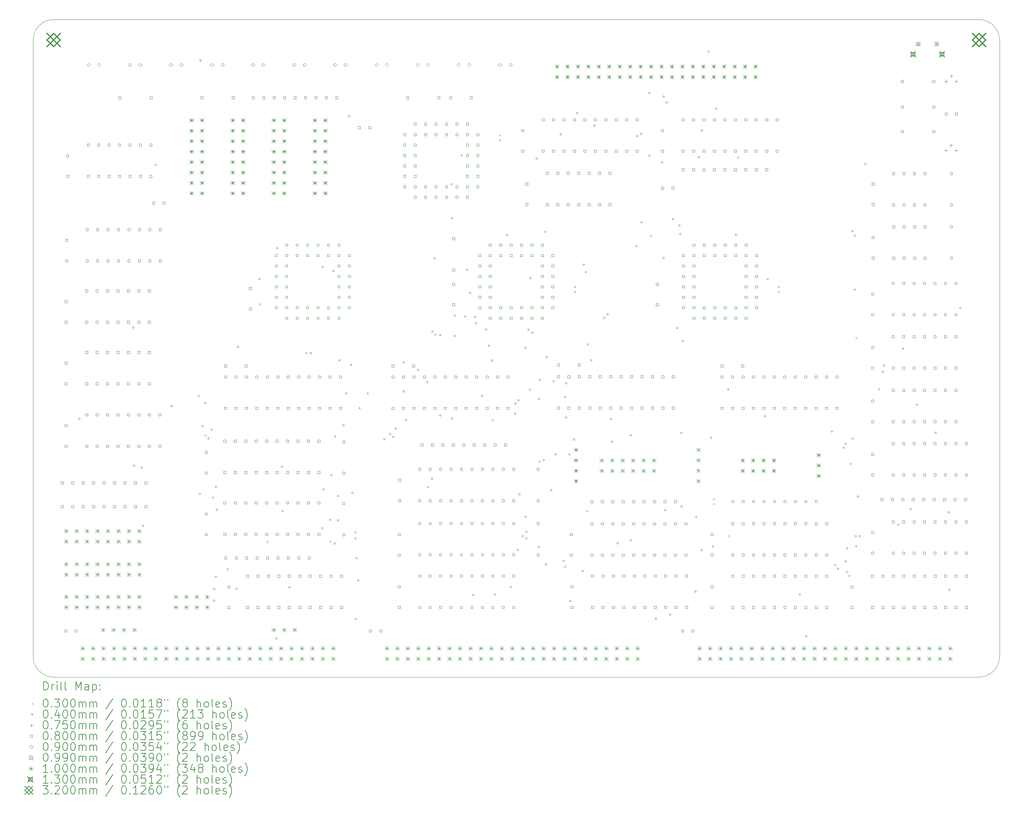
<source format=gbr>
%TF.GenerationSoftware,KiCad,Pcbnew,(6.0.11)*%
%TF.CreationDate,2023-10-28T13:41:25-04:00*%
%TF.ProjectId,processor.Z80,70726f63-6573-4736-9f72-2e5a38302e6b,rev?*%
%TF.SameCoordinates,Original*%
%TF.FileFunction,Drillmap*%
%TF.FilePolarity,Positive*%
%FSLAX45Y45*%
G04 Gerber Fmt 4.5, Leading zero omitted, Abs format (unit mm)*
G04 Created by KiCad (PCBNEW (6.0.11)) date 2023-10-28 13:41:25*
%MOMM*%
%LPD*%
G01*
G04 APERTURE LIST*
%ADD10C,0.050000*%
%ADD11C,0.200000*%
%ADD12C,0.030000*%
%ADD13C,0.040000*%
%ADD14C,0.075000*%
%ADD15C,0.080000*%
%ADD16C,0.090000*%
%ADD17C,0.099000*%
%ADD18C,0.100000*%
%ADD19C,0.130000*%
%ADD20C,0.320000*%
G04 APERTURE END LIST*
D10*
X3500000Y-7500000D02*
X3500000Y-22500000D01*
X4000000Y-23000000D02*
X26500000Y-23000000D01*
X27000000Y-22500000D02*
X27000000Y-7500000D01*
X26500000Y-7000000D02*
X4000000Y-7000000D01*
X26500000Y-23000000D02*
G75*
G03*
X27000000Y-22500000I0J500000D01*
G01*
X3500000Y-22500000D02*
G75*
G03*
X4000000Y-23000000I500000J0D01*
G01*
X4000000Y-7000000D02*
G75*
G03*
X3500000Y-7500000I0J-500000D01*
G01*
X27000000Y-7500000D02*
G75*
G03*
X26500000Y-7000000I-500000J0D01*
G01*
D11*
D12*
X14835000Y-9800000D02*
X14865000Y-9830000D01*
X14865000Y-9800000D02*
X14835000Y-9830000D01*
X14835000Y-9920000D02*
X14865000Y-9950000D01*
X14865000Y-9920000D02*
X14835000Y-9950000D01*
X16660000Y-13490000D02*
X16690000Y-13520000D01*
X16690000Y-13490000D02*
X16660000Y-13520000D01*
X16660000Y-13610000D02*
X16690000Y-13640000D01*
X16690000Y-13610000D02*
X16660000Y-13640000D01*
X20035000Y-18650000D02*
X20065000Y-18680000D01*
X20065000Y-18650000D02*
X20035000Y-18680000D01*
X20035000Y-18770000D02*
X20065000Y-18800000D01*
X20065000Y-18770000D02*
X20035000Y-18800000D01*
X21610000Y-13490000D02*
X21640000Y-13520000D01*
X21640000Y-13490000D02*
X21610000Y-13520000D01*
X21610000Y-13610000D02*
X21640000Y-13640000D01*
X21640000Y-13610000D02*
X21610000Y-13640000D01*
D13*
X4646380Y-16712500D02*
G75*
G03*
X4646380Y-16712500I-20000J0D01*
G01*
X5954400Y-14495210D02*
G75*
G03*
X5954400Y-14495210I-20000J0D01*
G01*
X5974030Y-17859590D02*
G75*
G03*
X5974030Y-17859590I-20000J0D01*
G01*
X6159220Y-17902240D02*
G75*
G03*
X6159220Y-17902240I-20000J0D01*
G01*
X6191750Y-19322360D02*
G75*
G03*
X6191750Y-19322360I-20000J0D01*
G01*
X6497440Y-10538070D02*
G75*
G03*
X6497440Y-10538070I-20000J0D01*
G01*
X6884830Y-16407030D02*
G75*
G03*
X6884830Y-16407030I-20000J0D01*
G01*
X7547400Y-16160160D02*
G75*
G03*
X7547400Y-16160160I-20000J0D01*
G01*
X7572930Y-18543770D02*
G75*
G03*
X7572930Y-18543770I-20000J0D01*
G01*
X7588060Y-7995850D02*
G75*
G03*
X7588060Y-7995850I-20000J0D01*
G01*
X7640430Y-16893180D02*
G75*
G03*
X7640430Y-16893180I-20000J0D01*
G01*
X7706750Y-16339880D02*
G75*
G03*
X7706750Y-16339880I-20000J0D01*
G01*
X7709790Y-17125260D02*
G75*
G03*
X7709790Y-17125260I-20000J0D01*
G01*
X7782320Y-17194210D02*
G75*
G03*
X7782320Y-17194210I-20000J0D01*
G01*
X7861220Y-16979940D02*
G75*
G03*
X7861220Y-16979940I-20000J0D01*
G01*
X7897560Y-18631250D02*
G75*
G03*
X7897560Y-18631250I-20000J0D01*
G01*
X7919340Y-21138290D02*
G75*
G03*
X7919340Y-21138290I-20000J0D01*
G01*
X7923420Y-20860760D02*
G75*
G03*
X7923420Y-20860760I-20000J0D01*
G01*
X7966100Y-20559830D02*
G75*
G03*
X7966100Y-20559830I-20000J0D01*
G01*
X7967450Y-18374690D02*
G75*
G03*
X7967450Y-18374690I-20000J0D01*
G01*
X7985520Y-18928760D02*
G75*
G03*
X7985520Y-18928760I-20000J0D01*
G01*
X8252060Y-20375660D02*
G75*
G03*
X8252060Y-20375660I-20000J0D01*
G01*
X8466880Y-20854520D02*
G75*
G03*
X8466880Y-20854520I-20000J0D01*
G01*
X8504290Y-14964860D02*
G75*
G03*
X8504290Y-14964860I-20000J0D01*
G01*
X9024360Y-13309530D02*
G75*
G03*
X9024360Y-13309530I-20000J0D01*
G01*
X9029950Y-13933840D02*
G75*
G03*
X9029950Y-13933840I-20000J0D01*
G01*
X9218240Y-19707660D02*
G75*
G03*
X9218240Y-19707660I-20000J0D01*
G01*
X9431270Y-22059680D02*
G75*
G03*
X9431270Y-22059680I-20000J0D01*
G01*
X9457070Y-12564340D02*
G75*
G03*
X9457070Y-12564340I-20000J0D01*
G01*
X9575330Y-17882640D02*
G75*
G03*
X9575330Y-17882640I-20000J0D01*
G01*
X9587380Y-18960080D02*
G75*
G03*
X9587380Y-18960080I-20000J0D01*
G01*
X9753920Y-20818030D02*
G75*
G03*
X9753920Y-20818030I-20000J0D01*
G01*
X10165010Y-15116870D02*
G75*
G03*
X10165010Y-15116870I-20000J0D01*
G01*
X10272050Y-15120270D02*
G75*
G03*
X10272050Y-15120270I-20000J0D01*
G01*
X10553470Y-19378750D02*
G75*
G03*
X10553470Y-19378750I-20000J0D01*
G01*
X10556070Y-13017670D02*
G75*
G03*
X10556070Y-13017670I-20000J0D01*
G01*
X10578420Y-18433490D02*
G75*
G03*
X10578420Y-18433490I-20000J0D01*
G01*
X10744740Y-19175770D02*
G75*
G03*
X10744740Y-19175770I-20000J0D01*
G01*
X10749680Y-19707660D02*
G75*
G03*
X10749680Y-19707660I-20000J0D01*
G01*
X10773390Y-18084300D02*
G75*
G03*
X10773390Y-18084300I-20000J0D01*
G01*
X10821040Y-13120820D02*
G75*
G03*
X10821040Y-13120820I-20000J0D01*
G01*
X10853290Y-19748860D02*
G75*
G03*
X10853290Y-19748860I-20000J0D01*
G01*
X10863210Y-17145370D02*
G75*
G03*
X10863210Y-17145370I-20000J0D01*
G01*
X10936460Y-18594420D02*
G75*
G03*
X10936460Y-18594420I-20000J0D01*
G01*
X10938420Y-19187310D02*
G75*
G03*
X10938420Y-19187310I-20000J0D01*
G01*
X10969560Y-15292700D02*
G75*
G03*
X10969560Y-15292700I-20000J0D01*
G01*
X11067290Y-16870890D02*
G75*
G03*
X11067290Y-16870890I-20000J0D01*
G01*
X11131070Y-16096510D02*
G75*
G03*
X11131070Y-16096510I-20000J0D01*
G01*
X11202350Y-9355830D02*
G75*
G03*
X11202350Y-9355830I-20000J0D01*
G01*
X11254040Y-15402110D02*
G75*
G03*
X11254040Y-15402110I-20000J0D01*
G01*
X11284890Y-18517370D02*
G75*
G03*
X11284890Y-18517370I-20000J0D01*
G01*
X11357690Y-19629400D02*
G75*
G03*
X11357690Y-19629400I-20000J0D01*
G01*
X11359250Y-19478890D02*
G75*
G03*
X11359250Y-19478890I-20000J0D01*
G01*
X11366420Y-21585450D02*
G75*
G03*
X11366420Y-21585450I-20000J0D01*
G01*
X11387000Y-20107310D02*
G75*
G03*
X11387000Y-20107310I-20000J0D01*
G01*
X11427760Y-20653030D02*
G75*
G03*
X11427760Y-20653030I-20000J0D01*
G01*
X11459380Y-16455000D02*
G75*
G03*
X11459380Y-16455000I-20000J0D01*
G01*
X11656510Y-16102260D02*
G75*
G03*
X11656510Y-16102260I-20000J0D01*
G01*
X12058730Y-17214270D02*
G75*
G03*
X12058730Y-17214270I-20000J0D01*
G01*
X12200710Y-17087630D02*
G75*
G03*
X12200710Y-17087630I-20000J0D01*
G01*
X12274210Y-17156180D02*
G75*
G03*
X12274210Y-17156180I-20000J0D01*
G01*
X12337770Y-16954140D02*
G75*
G03*
X12337770Y-16954140I-20000J0D01*
G01*
X12529580Y-15344560D02*
G75*
G03*
X12529580Y-15344560I-20000J0D01*
G01*
X12530810Y-16050430D02*
G75*
G03*
X12530810Y-16050430I-20000J0D01*
G01*
X12590240Y-16746980D02*
G75*
G03*
X12590240Y-16746980I-20000J0D01*
G01*
X12877790Y-15525760D02*
G75*
G03*
X12877790Y-15525760I-20000J0D01*
G01*
X13103900Y-15822730D02*
G75*
G03*
X13103900Y-15822730I-20000J0D01*
G01*
X13120560Y-18377900D02*
G75*
G03*
X13120560Y-18377900I-20000J0D01*
G01*
X13220930Y-18173390D02*
G75*
G03*
X13220930Y-18173390I-20000J0D01*
G01*
X13226640Y-14589100D02*
G75*
G03*
X13226640Y-14589100I-20000J0D01*
G01*
X13282750Y-12808910D02*
G75*
G03*
X13282750Y-12808910I-20000J0D01*
G01*
X13297370Y-14660110D02*
G75*
G03*
X13297370Y-14660110I-20000J0D01*
G01*
X13419730Y-16636180D02*
G75*
G03*
X13419730Y-16636180I-20000J0D01*
G01*
X13420480Y-14679540D02*
G75*
G03*
X13420480Y-14679540I-20000J0D01*
G01*
X13696180Y-11009620D02*
G75*
G03*
X13696180Y-11009620I-20000J0D01*
G01*
X13706410Y-16708290D02*
G75*
G03*
X13706410Y-16708290I-20000J0D01*
G01*
X13706980Y-11834170D02*
G75*
G03*
X13706980Y-11834170I-20000J0D01*
G01*
X13768810Y-14698580D02*
G75*
G03*
X13768810Y-14698580I-20000J0D01*
G01*
X13774020Y-14202470D02*
G75*
G03*
X13774020Y-14202470I-20000J0D01*
G01*
X13943570Y-10304540D02*
G75*
G03*
X13943570Y-10304540I-20000J0D01*
G01*
X14025990Y-14224800D02*
G75*
G03*
X14025990Y-14224800I-20000J0D01*
G01*
X14072000Y-13090480D02*
G75*
G03*
X14072000Y-13090480I-20000J0D01*
G01*
X14147210Y-13652340D02*
G75*
G03*
X14147210Y-13652340I-20000J0D01*
G01*
X14221370Y-21001260D02*
G75*
G03*
X14221370Y-21001260I-20000J0D01*
G01*
X14266190Y-14237880D02*
G75*
G03*
X14266190Y-14237880I-20000J0D01*
G01*
X14291300Y-14387970D02*
G75*
G03*
X14291300Y-14387970I-20000J0D01*
G01*
X14437500Y-16155470D02*
G75*
G03*
X14437500Y-16155470I-20000J0D01*
G01*
X14536810Y-14539630D02*
G75*
G03*
X14536810Y-14539630I-20000J0D01*
G01*
X14605960Y-14936540D02*
G75*
G03*
X14605960Y-14936540I-20000J0D01*
G01*
X14674690Y-15299030D02*
G75*
G03*
X14674690Y-15299030I-20000J0D01*
G01*
X14696590Y-16753320D02*
G75*
G03*
X14696590Y-16753320I-20000J0D01*
G01*
X14755470Y-20988630D02*
G75*
G03*
X14755470Y-20988630I-20000J0D01*
G01*
X15045330Y-12243020D02*
G75*
G03*
X15045330Y-12243020I-20000J0D01*
G01*
X15135330Y-20809480D02*
G75*
G03*
X15135330Y-20809480I-20000J0D01*
G01*
X15239920Y-16590290D02*
G75*
G03*
X15239920Y-16590290I-20000J0D01*
G01*
X15250110Y-16341140D02*
G75*
G03*
X15250110Y-16341140I-20000J0D01*
G01*
X15306990Y-19905320D02*
G75*
G03*
X15306990Y-19905320I-20000J0D01*
G01*
X15324160Y-16266980D02*
G75*
G03*
X15324160Y-16266980I-20000J0D01*
G01*
X15349080Y-18553430D02*
G75*
G03*
X15349080Y-18553430I-20000J0D01*
G01*
X15421420Y-19566510D02*
G75*
G03*
X15421420Y-19566510I-20000J0D01*
G01*
X15488110Y-14988320D02*
G75*
G03*
X15488110Y-14988320I-20000J0D01*
G01*
X15492850Y-19098990D02*
G75*
G03*
X15492850Y-19098990I-20000J0D01*
G01*
X15514020Y-19623380D02*
G75*
G03*
X15514020Y-19623380I-20000J0D01*
G01*
X15516460Y-19468060D02*
G75*
G03*
X15516460Y-19468060I-20000J0D01*
G01*
X15566080Y-14547130D02*
G75*
G03*
X15566080Y-14547130I-20000J0D01*
G01*
X15599260Y-16006700D02*
G75*
G03*
X15599260Y-16006700I-20000J0D01*
G01*
X15616450Y-13293630D02*
G75*
G03*
X15616450Y-13293630I-20000J0D01*
G01*
X15663400Y-14623070D02*
G75*
G03*
X15663400Y-14623070I-20000J0D01*
G01*
X15763770Y-10381600D02*
G75*
G03*
X15763770Y-10381600I-20000J0D01*
G01*
X15816980Y-19831020D02*
G75*
G03*
X15816980Y-19831020I-20000J0D01*
G01*
X15823990Y-16231430D02*
G75*
G03*
X15823990Y-16231430I-20000J0D01*
G01*
X15836620Y-17758930D02*
G75*
G03*
X15836620Y-17758930I-20000J0D01*
G01*
X15838850Y-15767120D02*
G75*
G03*
X15838850Y-15767120I-20000J0D01*
G01*
X15936670Y-17719610D02*
G75*
G03*
X15936670Y-17719610I-20000J0D01*
G01*
X15971480Y-12163230D02*
G75*
G03*
X15971480Y-12163230I-20000J0D01*
G01*
X15991580Y-20259390D02*
G75*
G03*
X15991580Y-20259390I-20000J0D01*
G01*
X16004560Y-15215880D02*
G75*
G03*
X16004560Y-15215880I-20000J0D01*
G01*
X16118110Y-18449550D02*
G75*
G03*
X16118110Y-18449550I-20000J0D01*
G01*
X16176820Y-15804320D02*
G75*
G03*
X16176820Y-15804320I-20000J0D01*
G01*
X16223030Y-17578520D02*
G75*
G03*
X16223030Y-17578520I-20000J0D01*
G01*
X16350430Y-9793440D02*
G75*
G03*
X16350430Y-9793440I-20000J0D01*
G01*
X16419810Y-20172480D02*
G75*
G03*
X16419810Y-20172480I-20000J0D01*
G01*
X16455420Y-20317380D02*
G75*
G03*
X16455420Y-20317380I-20000J0D01*
G01*
X16457590Y-16185860D02*
G75*
G03*
X16457590Y-16185860I-20000J0D01*
G01*
X16481250Y-16683070D02*
G75*
G03*
X16481250Y-16683070I-20000J0D01*
G01*
X16482030Y-15851590D02*
G75*
G03*
X16482030Y-15851590I-20000J0D01*
G01*
X16569590Y-17586050D02*
G75*
G03*
X16569590Y-17586050I-20000J0D01*
G01*
X16576950Y-21147120D02*
G75*
G03*
X16576950Y-21147120I-20000J0D01*
G01*
X16673500Y-17219490D02*
G75*
G03*
X16673500Y-17219490I-20000J0D01*
G01*
X16748210Y-9279770D02*
G75*
G03*
X16748210Y-9279770I-20000J0D01*
G01*
X16884460Y-20420870D02*
G75*
G03*
X16884460Y-20420870I-20000J0D01*
G01*
X16909130Y-12963910D02*
G75*
G03*
X16909130Y-12963910I-20000J0D01*
G01*
X16957620Y-13143930D02*
G75*
G03*
X16957620Y-13143930I-20000J0D01*
G01*
X16998200Y-18961450D02*
G75*
G03*
X16998200Y-18961450I-20000J0D01*
G01*
X17004820Y-14907020D02*
G75*
G03*
X17004820Y-14907020I-20000J0D01*
G01*
X17092800Y-15292550D02*
G75*
G03*
X17092800Y-15292550I-20000J0D01*
G01*
X17172390Y-9581490D02*
G75*
G03*
X17172390Y-9581490I-20000J0D01*
G01*
X17407080Y-14260460D02*
G75*
G03*
X17407080Y-14260460I-20000J0D01*
G01*
X17489540Y-14176590D02*
G75*
G03*
X17489540Y-14176590I-20000J0D01*
G01*
X17571740Y-16721020D02*
G75*
G03*
X17571740Y-16721020I-20000J0D01*
G01*
X17600490Y-17273980D02*
G75*
G03*
X17600490Y-17273980I-20000J0D01*
G01*
X17733620Y-19743710D02*
G75*
G03*
X17733620Y-19743710I-20000J0D01*
G01*
X18052570Y-17114190D02*
G75*
G03*
X18052570Y-17114190I-20000J0D01*
G01*
X18054280Y-19671180D02*
G75*
G03*
X18054280Y-19671180I-20000J0D01*
G01*
X18192310Y-12516320D02*
G75*
G03*
X18192310Y-12516320I-20000J0D01*
G01*
X18211420Y-9833970D02*
G75*
G03*
X18211420Y-9833970I-20000J0D01*
G01*
X18304430Y-9785500D02*
G75*
G03*
X18304430Y-9785500I-20000J0D01*
G01*
X18313450Y-11935450D02*
G75*
G03*
X18313450Y-11935450I-20000J0D01*
G01*
X18507130Y-8789130D02*
G75*
G03*
X18507130Y-8789130I-20000J0D01*
G01*
X18507830Y-10313280D02*
G75*
G03*
X18507830Y-10313280I-20000J0D01*
G01*
X18544630Y-12262680D02*
G75*
G03*
X18544630Y-12262680I-20000J0D01*
G01*
X18661340Y-21576440D02*
G75*
G03*
X18661340Y-21576440I-20000J0D01*
G01*
X18815160Y-10475870D02*
G75*
G03*
X18815160Y-10475870I-20000J0D01*
G01*
X18850130Y-12805360D02*
G75*
G03*
X18850130Y-12805360I-20000J0D01*
G01*
X18855030Y-8874020D02*
G75*
G03*
X18855030Y-8874020I-20000J0D01*
G01*
X18890400Y-18935830D02*
G75*
G03*
X18890400Y-18935830I-20000J0D01*
G01*
X18926590Y-9019090D02*
G75*
G03*
X18926590Y-9019090I-20000J0D01*
G01*
X19009520Y-21480440D02*
G75*
G03*
X19009520Y-21480440I-20000J0D01*
G01*
X19077010Y-11856020D02*
G75*
G03*
X19077010Y-11856020I-20000J0D01*
G01*
X19184910Y-14506720D02*
G75*
G03*
X19184910Y-14506720I-20000J0D01*
G01*
X19236150Y-12010350D02*
G75*
G03*
X19236150Y-12010350I-20000J0D01*
G01*
X19254980Y-12217650D02*
G75*
G03*
X19254980Y-12217650I-20000J0D01*
G01*
X19282560Y-17063150D02*
G75*
G03*
X19282560Y-17063150I-20000J0D01*
G01*
X19287950Y-18851400D02*
G75*
G03*
X19287950Y-18851400I-20000J0D01*
G01*
X19318440Y-14825700D02*
G75*
G03*
X19318440Y-14825700I-20000J0D01*
G01*
X19626120Y-20919750D02*
G75*
G03*
X19626120Y-20919750I-20000J0D01*
G01*
X19644430Y-19101970D02*
G75*
G03*
X19644430Y-19101970I-20000J0D01*
G01*
X19704220Y-10346440D02*
G75*
G03*
X19704220Y-10346440I-20000J0D01*
G01*
X19778370Y-9698880D02*
G75*
G03*
X19778370Y-9698880I-20000J0D01*
G01*
X19778940Y-19911410D02*
G75*
G03*
X19778940Y-19911410I-20000J0D01*
G01*
X19943260Y-7779080D02*
G75*
G03*
X19943260Y-7779080I-20000J0D01*
G01*
X20009230Y-17177430D02*
G75*
G03*
X20009230Y-17177430I-20000J0D01*
G01*
X20051740Y-19818800D02*
G75*
G03*
X20051740Y-19818800I-20000J0D01*
G01*
X20132320Y-9169130D02*
G75*
G03*
X20132320Y-9169130I-20000J0D01*
G01*
X20422290Y-15996460D02*
G75*
G03*
X20422290Y-15996460I-20000J0D01*
G01*
X20436160Y-19572070D02*
G75*
G03*
X20436160Y-19572070I-20000J0D01*
G01*
X20608420Y-12236590D02*
G75*
G03*
X20608420Y-12236590I-20000J0D01*
G01*
X20665060Y-10360160D02*
G75*
G03*
X20665060Y-10360160I-20000J0D01*
G01*
X21313130Y-16648820D02*
G75*
G03*
X21313130Y-16648820I-20000J0D01*
G01*
X21382980Y-13317020D02*
G75*
G03*
X21382980Y-13317020I-20000J0D01*
G01*
X22162620Y-20992520D02*
G75*
G03*
X22162620Y-20992520I-20000J0D01*
G01*
X22322670Y-22004790D02*
G75*
G03*
X22322670Y-22004790I-20000J0D01*
G01*
X22944300Y-17021860D02*
G75*
G03*
X22944300Y-17021860I-20000J0D01*
G01*
X23030180Y-20278110D02*
G75*
G03*
X23030180Y-20278110I-20000J0D01*
G01*
X23093920Y-20363730D02*
G75*
G03*
X23093920Y-20363730I-20000J0D01*
G01*
X23233920Y-17422240D02*
G75*
G03*
X23233920Y-17422240I-20000J0D01*
G01*
X23278950Y-17322200D02*
G75*
G03*
X23278950Y-17322200I-20000J0D01*
G01*
X23280370Y-20184490D02*
G75*
G03*
X23280370Y-20184490I-20000J0D01*
G01*
X23311250Y-19870710D02*
G75*
G03*
X23311250Y-19870710I-20000J0D01*
G01*
X23314280Y-20444010D02*
G75*
G03*
X23314280Y-20444010I-20000J0D01*
G01*
X23363110Y-20536660D02*
G75*
G03*
X23363110Y-20536660I-20000J0D01*
G01*
X23399660Y-17812060D02*
G75*
G03*
X23399660Y-17812060I-20000J0D01*
G01*
X23444170Y-12149110D02*
G75*
G03*
X23444170Y-12149110I-20000J0D01*
G01*
X23448080Y-17195090D02*
G75*
G03*
X23448080Y-17195090I-20000J0D01*
G01*
X23497520Y-13573040D02*
G75*
G03*
X23497520Y-13573040I-20000J0D01*
G01*
X23497950Y-12259610D02*
G75*
G03*
X23497950Y-12259610I-20000J0D01*
G01*
X23523940Y-19572070D02*
G75*
G03*
X23523940Y-19572070I-20000J0D01*
G01*
X23536610Y-19818800D02*
G75*
G03*
X23536610Y-19818800I-20000J0D01*
G01*
X23540960Y-14753870D02*
G75*
G03*
X23540960Y-14753870I-20000J0D01*
G01*
X23581650Y-18607270D02*
G75*
G03*
X23581650Y-18607270I-20000J0D01*
G01*
X23625330Y-19573380D02*
G75*
G03*
X23625330Y-19573380I-20000J0D01*
G01*
X23756440Y-10517300D02*
G75*
G03*
X23756440Y-10517300I-20000J0D01*
G01*
X24091800Y-15999280D02*
G75*
G03*
X24091800Y-15999280I-20000J0D01*
G01*
X24183330Y-15566650D02*
G75*
G03*
X24183330Y-15566650I-20000J0D01*
G01*
X24207320Y-15411820D02*
G75*
G03*
X24207320Y-15411820I-20000J0D01*
G01*
X24559500Y-19293420D02*
G75*
G03*
X24559500Y-19293420I-20000J0D01*
G01*
X24671770Y-15009000D02*
G75*
G03*
X24671770Y-15009000I-20000J0D01*
G01*
X24855670Y-18913740D02*
G75*
G03*
X24855670Y-18913740I-20000J0D01*
G01*
X25011660Y-16367950D02*
G75*
G03*
X25011660Y-16367950I-20000J0D01*
G01*
X25468040Y-17053540D02*
G75*
G03*
X25468040Y-17053540I-20000J0D01*
G01*
X25782360Y-18987490D02*
G75*
G03*
X25782360Y-18987490I-20000J0D01*
G01*
X25798900Y-20878450D02*
G75*
G03*
X25798900Y-20878450I-20000J0D01*
G01*
X26068290Y-14022870D02*
G75*
G03*
X26068290Y-14022870I-20000J0D01*
G01*
D14*
X25693000Y-10148500D02*
X25693000Y-10223500D01*
X25655500Y-10186000D02*
X25730500Y-10186000D01*
X25700000Y-8467500D02*
X25700000Y-8542500D01*
X25662500Y-8505000D02*
X25737500Y-8505000D01*
X25820000Y-10021500D02*
X25820000Y-10096500D01*
X25782500Y-10059000D02*
X25857500Y-10059000D01*
X25827000Y-8340500D02*
X25827000Y-8415500D01*
X25789500Y-8378000D02*
X25864500Y-8378000D01*
X25947000Y-10148500D02*
X25947000Y-10223500D01*
X25909500Y-10186000D02*
X25984500Y-10186000D01*
X25954000Y-8467500D02*
X25954000Y-8542500D01*
X25916500Y-8505000D02*
X25991500Y-8505000D01*
D15*
X4235285Y-18878285D02*
X4235285Y-18821716D01*
X4178715Y-18821716D01*
X4178715Y-18878285D01*
X4235285Y-18878285D01*
X4235785Y-18303285D02*
X4235785Y-18246716D01*
X4179215Y-18246716D01*
X4179215Y-18303285D01*
X4235785Y-18303285D01*
X4321245Y-21903285D02*
X4321245Y-21846716D01*
X4264676Y-21846716D01*
X4264676Y-21903285D01*
X4321245Y-21903285D01*
X4327785Y-13888284D02*
X4327785Y-13831715D01*
X4271216Y-13831715D01*
X4271216Y-13888284D01*
X4327785Y-13888284D01*
X4327785Y-14388284D02*
X4327785Y-14331715D01*
X4271216Y-14331715D01*
X4271216Y-14388284D01*
X4327785Y-14388284D01*
X4327785Y-15388284D02*
X4327785Y-15331715D01*
X4271216Y-15331715D01*
X4271216Y-15388284D01*
X4327785Y-15388284D01*
X4327785Y-15888284D02*
X4327785Y-15831715D01*
X4271216Y-15831715D01*
X4271216Y-15888284D01*
X4327785Y-15888284D01*
X4327785Y-16908285D02*
X4327785Y-16851716D01*
X4271216Y-16851716D01*
X4271216Y-16908285D01*
X4327785Y-16908285D01*
X4327785Y-17408285D02*
X4327785Y-17351716D01*
X4271216Y-17351716D01*
X4271216Y-17408285D01*
X4327785Y-17408285D01*
X4340285Y-12398284D02*
X4340285Y-12341715D01*
X4283716Y-12341715D01*
X4283716Y-12398284D01*
X4340285Y-12398284D01*
X4340285Y-12898284D02*
X4340285Y-12841715D01*
X4283716Y-12841715D01*
X4283716Y-12898284D01*
X4340285Y-12898284D01*
X4365285Y-10343285D02*
X4365285Y-10286716D01*
X4308716Y-10286716D01*
X4308716Y-10343285D01*
X4365285Y-10343285D01*
X4365285Y-10843285D02*
X4365285Y-10786716D01*
X4308716Y-10786716D01*
X4308716Y-10843285D01*
X4365285Y-10843285D01*
X4489285Y-18878285D02*
X4489285Y-18821716D01*
X4432716Y-18821716D01*
X4432716Y-18878285D01*
X4489285Y-18878285D01*
X4489785Y-18303285D02*
X4489785Y-18246716D01*
X4433216Y-18246716D01*
X4433216Y-18303285D01*
X4489785Y-18303285D01*
X4571245Y-21903285D02*
X4571245Y-21846716D01*
X4514676Y-21846716D01*
X4514676Y-21903285D01*
X4571245Y-21903285D01*
X4743285Y-18878285D02*
X4743285Y-18821716D01*
X4686716Y-18821716D01*
X4686716Y-18878285D01*
X4743285Y-18878285D01*
X4743785Y-18303285D02*
X4743785Y-18246716D01*
X4687216Y-18246716D01*
X4687216Y-18303285D01*
X4743785Y-18303285D01*
X4827785Y-13626284D02*
X4827785Y-13569715D01*
X4771216Y-13569715D01*
X4771216Y-13626284D01*
X4827785Y-13626284D01*
X4827785Y-14388284D02*
X4827785Y-14331715D01*
X4771216Y-14331715D01*
X4771216Y-14388284D01*
X4827785Y-14388284D01*
X4827785Y-15126284D02*
X4827785Y-15069715D01*
X4771216Y-15069715D01*
X4771216Y-15126284D01*
X4827785Y-15126284D01*
X4827785Y-15888284D02*
X4827785Y-15831715D01*
X4771216Y-15831715D01*
X4771216Y-15888284D01*
X4827785Y-15888284D01*
X4827785Y-16646284D02*
X4827785Y-16589715D01*
X4771216Y-16589715D01*
X4771216Y-16646284D01*
X4827785Y-16646284D01*
X4827785Y-17408285D02*
X4827785Y-17351716D01*
X4771216Y-17351716D01*
X4771216Y-17408285D01*
X4827785Y-17408285D01*
X4840285Y-12136284D02*
X4840285Y-12079715D01*
X4783716Y-12079715D01*
X4783716Y-12136284D01*
X4840285Y-12136284D01*
X4840285Y-12898284D02*
X4840285Y-12841715D01*
X4783716Y-12841715D01*
X4783716Y-12898284D01*
X4840285Y-12898284D01*
X4865285Y-10081285D02*
X4865285Y-10024716D01*
X4808716Y-10024716D01*
X4808716Y-10081285D01*
X4865285Y-10081285D01*
X4865285Y-10843285D02*
X4865285Y-10786716D01*
X4808716Y-10786716D01*
X4808716Y-10843285D01*
X4865285Y-10843285D01*
X4997285Y-18878285D02*
X4997285Y-18821716D01*
X4940716Y-18821716D01*
X4940716Y-18878285D01*
X4997285Y-18878285D01*
X4997785Y-18303285D02*
X4997785Y-18246716D01*
X4941216Y-18246716D01*
X4941216Y-18303285D01*
X4997785Y-18303285D01*
X5081785Y-13626284D02*
X5081785Y-13569715D01*
X5025216Y-13569715D01*
X5025216Y-13626284D01*
X5081785Y-13626284D01*
X5081785Y-14388284D02*
X5081785Y-14331715D01*
X5025216Y-14331715D01*
X5025216Y-14388284D01*
X5081785Y-14388284D01*
X5081785Y-15126284D02*
X5081785Y-15069715D01*
X5025216Y-15069715D01*
X5025216Y-15126284D01*
X5081785Y-15126284D01*
X5081785Y-15888284D02*
X5081785Y-15831715D01*
X5025216Y-15831715D01*
X5025216Y-15888284D01*
X5081785Y-15888284D01*
X5081785Y-16646284D02*
X5081785Y-16589715D01*
X5025216Y-16589715D01*
X5025216Y-16646284D01*
X5081785Y-16646284D01*
X5081785Y-17408285D02*
X5081785Y-17351716D01*
X5025216Y-17351716D01*
X5025216Y-17408285D01*
X5081785Y-17408285D01*
X5094285Y-12136284D02*
X5094285Y-12079715D01*
X5037716Y-12079715D01*
X5037716Y-12136284D01*
X5094285Y-12136284D01*
X5094285Y-12898284D02*
X5094285Y-12841715D01*
X5037716Y-12841715D01*
X5037716Y-12898284D01*
X5094285Y-12898284D01*
X5119285Y-10081285D02*
X5119285Y-10024716D01*
X5062716Y-10024716D01*
X5062716Y-10081285D01*
X5119285Y-10081285D01*
X5119285Y-10843285D02*
X5119285Y-10786716D01*
X5062716Y-10786716D01*
X5062716Y-10843285D01*
X5119285Y-10843285D01*
X5251285Y-18878285D02*
X5251285Y-18821716D01*
X5194716Y-18821716D01*
X5194716Y-18878285D01*
X5251285Y-18878285D01*
X5251785Y-18303285D02*
X5251785Y-18246716D01*
X5195216Y-18246716D01*
X5195216Y-18303285D01*
X5251785Y-18303285D01*
X5335785Y-13626284D02*
X5335785Y-13569715D01*
X5279216Y-13569715D01*
X5279216Y-13626284D01*
X5335785Y-13626284D01*
X5335785Y-14388284D02*
X5335785Y-14331715D01*
X5279216Y-14331715D01*
X5279216Y-14388284D01*
X5335785Y-14388284D01*
X5335785Y-15126284D02*
X5335785Y-15069715D01*
X5279216Y-15069715D01*
X5279216Y-15126284D01*
X5335785Y-15126284D01*
X5335785Y-15888284D02*
X5335785Y-15831715D01*
X5279216Y-15831715D01*
X5279216Y-15888284D01*
X5335785Y-15888284D01*
X5335785Y-16646284D02*
X5335785Y-16589715D01*
X5279216Y-16589715D01*
X5279216Y-16646284D01*
X5335785Y-16646284D01*
X5335785Y-17408285D02*
X5335785Y-17351716D01*
X5279216Y-17351716D01*
X5279216Y-17408285D01*
X5335785Y-17408285D01*
X5348285Y-12136284D02*
X5348285Y-12079715D01*
X5291716Y-12079715D01*
X5291716Y-12136284D01*
X5348285Y-12136284D01*
X5348285Y-12898284D02*
X5348285Y-12841715D01*
X5291716Y-12841715D01*
X5291716Y-12898284D01*
X5348285Y-12898284D01*
X5373285Y-10081285D02*
X5373285Y-10024716D01*
X5316716Y-10024716D01*
X5316716Y-10081285D01*
X5373285Y-10081285D01*
X5373285Y-10843285D02*
X5373285Y-10786716D01*
X5316716Y-10786716D01*
X5316716Y-10843285D01*
X5373285Y-10843285D01*
X5505285Y-18878285D02*
X5505285Y-18821716D01*
X5448716Y-18821716D01*
X5448716Y-18878285D01*
X5505285Y-18878285D01*
X5505785Y-18303285D02*
X5505785Y-18246716D01*
X5449216Y-18246716D01*
X5449216Y-18303285D01*
X5505785Y-18303285D01*
X5589785Y-13626284D02*
X5589785Y-13569715D01*
X5533216Y-13569715D01*
X5533216Y-13626284D01*
X5589785Y-13626284D01*
X5589785Y-14388284D02*
X5589785Y-14331715D01*
X5533216Y-14331715D01*
X5533216Y-14388284D01*
X5589785Y-14388284D01*
X5589785Y-15126284D02*
X5589785Y-15069715D01*
X5533216Y-15069715D01*
X5533216Y-15126284D01*
X5589785Y-15126284D01*
X5589785Y-15888284D02*
X5589785Y-15831715D01*
X5533216Y-15831715D01*
X5533216Y-15888284D01*
X5589785Y-15888284D01*
X5589785Y-16646284D02*
X5589785Y-16589715D01*
X5533216Y-16589715D01*
X5533216Y-16646284D01*
X5589785Y-16646284D01*
X5589785Y-17408285D02*
X5589785Y-17351716D01*
X5533216Y-17351716D01*
X5533216Y-17408285D01*
X5589785Y-17408285D01*
X5602284Y-12136284D02*
X5602284Y-12079715D01*
X5545716Y-12079715D01*
X5545716Y-12136284D01*
X5602284Y-12136284D01*
X5602284Y-12898284D02*
X5602284Y-12841715D01*
X5545716Y-12841715D01*
X5545716Y-12898284D01*
X5602284Y-12898284D01*
X5627284Y-10081285D02*
X5627284Y-10024716D01*
X5570716Y-10024716D01*
X5570716Y-10081285D01*
X5627284Y-10081285D01*
X5627284Y-10843285D02*
X5627284Y-10786716D01*
X5570716Y-10786716D01*
X5570716Y-10843285D01*
X5627284Y-10843285D01*
X5628284Y-8928285D02*
X5628284Y-8871716D01*
X5571716Y-8871716D01*
X5571716Y-8928285D01*
X5628284Y-8928285D01*
X5759284Y-18878285D02*
X5759284Y-18821716D01*
X5702715Y-18821716D01*
X5702715Y-18878285D01*
X5759284Y-18878285D01*
X5759784Y-18303285D02*
X5759784Y-18246716D01*
X5703215Y-18246716D01*
X5703215Y-18303285D01*
X5759784Y-18303285D01*
X5843784Y-13626284D02*
X5843784Y-13569715D01*
X5787215Y-13569715D01*
X5787215Y-13626284D01*
X5843784Y-13626284D01*
X5843784Y-14388284D02*
X5843784Y-14331715D01*
X5787215Y-14331715D01*
X5787215Y-14388284D01*
X5843784Y-14388284D01*
X5843784Y-15126284D02*
X5843784Y-15069715D01*
X5787215Y-15069715D01*
X5787215Y-15126284D01*
X5843784Y-15126284D01*
X5843784Y-15888284D02*
X5843784Y-15831715D01*
X5787215Y-15831715D01*
X5787215Y-15888284D01*
X5843784Y-15888284D01*
X5843784Y-16646284D02*
X5843784Y-16589715D01*
X5787215Y-16589715D01*
X5787215Y-16646284D01*
X5843784Y-16646284D01*
X5843784Y-17408285D02*
X5843784Y-17351716D01*
X5787215Y-17351716D01*
X5787215Y-17408285D01*
X5843784Y-17408285D01*
X5856284Y-12136284D02*
X5856284Y-12079715D01*
X5799715Y-12079715D01*
X5799715Y-12136284D01*
X5856284Y-12136284D01*
X5856284Y-12898284D02*
X5856284Y-12841715D01*
X5799715Y-12841715D01*
X5799715Y-12898284D01*
X5856284Y-12898284D01*
X5881284Y-10081285D02*
X5881284Y-10024716D01*
X5824715Y-10024716D01*
X5824715Y-10081285D01*
X5881284Y-10081285D01*
X5881284Y-10843285D02*
X5881284Y-10786716D01*
X5824715Y-10786716D01*
X5824715Y-10843285D01*
X5881284Y-10843285D01*
X6013284Y-18878285D02*
X6013284Y-18821716D01*
X5956715Y-18821716D01*
X5956715Y-18878285D01*
X6013284Y-18878285D01*
X6013784Y-18303285D02*
X6013784Y-18246716D01*
X5957215Y-18246716D01*
X5957215Y-18303285D01*
X6013784Y-18303285D01*
X6097784Y-13626284D02*
X6097784Y-13569715D01*
X6041215Y-13569715D01*
X6041215Y-13626284D01*
X6097784Y-13626284D01*
X6097784Y-14388284D02*
X6097784Y-14331715D01*
X6041215Y-14331715D01*
X6041215Y-14388284D01*
X6097784Y-14388284D01*
X6097784Y-15126284D02*
X6097784Y-15069715D01*
X6041215Y-15069715D01*
X6041215Y-15126284D01*
X6097784Y-15126284D01*
X6097784Y-15888284D02*
X6097784Y-15831715D01*
X6041215Y-15831715D01*
X6041215Y-15888284D01*
X6097784Y-15888284D01*
X6097784Y-16646284D02*
X6097784Y-16589715D01*
X6041215Y-16589715D01*
X6041215Y-16646284D01*
X6097784Y-16646284D01*
X6097784Y-17408285D02*
X6097784Y-17351716D01*
X6041215Y-17351716D01*
X6041215Y-17408285D01*
X6097784Y-17408285D01*
X6110284Y-12136284D02*
X6110284Y-12079715D01*
X6053715Y-12079715D01*
X6053715Y-12136284D01*
X6110284Y-12136284D01*
X6110284Y-12898284D02*
X6110284Y-12841715D01*
X6053715Y-12841715D01*
X6053715Y-12898284D01*
X6110284Y-12898284D01*
X6135284Y-10081285D02*
X6135284Y-10024716D01*
X6078715Y-10024716D01*
X6078715Y-10081285D01*
X6135284Y-10081285D01*
X6135284Y-10843285D02*
X6135284Y-10786716D01*
X6078715Y-10786716D01*
X6078715Y-10843285D01*
X6135284Y-10843285D01*
X6267284Y-18878285D02*
X6267284Y-18821716D01*
X6210715Y-18821716D01*
X6210715Y-18878285D01*
X6267284Y-18878285D01*
X6267784Y-18303285D02*
X6267784Y-18246716D01*
X6211215Y-18246716D01*
X6211215Y-18303285D01*
X6267784Y-18303285D01*
X6351784Y-13626284D02*
X6351784Y-13569715D01*
X6295215Y-13569715D01*
X6295215Y-13626284D01*
X6351784Y-13626284D01*
X6351784Y-14388284D02*
X6351784Y-14331715D01*
X6295215Y-14331715D01*
X6295215Y-14388284D01*
X6351784Y-14388284D01*
X6351784Y-15126284D02*
X6351784Y-15069715D01*
X6295215Y-15069715D01*
X6295215Y-15126284D01*
X6351784Y-15126284D01*
X6351784Y-15888284D02*
X6351784Y-15831715D01*
X6295215Y-15831715D01*
X6295215Y-15888284D01*
X6351784Y-15888284D01*
X6351784Y-16646284D02*
X6351784Y-16589715D01*
X6295215Y-16589715D01*
X6295215Y-16646284D01*
X6351784Y-16646284D01*
X6351784Y-17408285D02*
X6351784Y-17351716D01*
X6295215Y-17351716D01*
X6295215Y-17408285D01*
X6351784Y-17408285D01*
X6364284Y-12136284D02*
X6364284Y-12079715D01*
X6307715Y-12079715D01*
X6307715Y-12136284D01*
X6364284Y-12136284D01*
X6364284Y-12898284D02*
X6364284Y-12841715D01*
X6307715Y-12841715D01*
X6307715Y-12898284D01*
X6364284Y-12898284D01*
X6389284Y-10081285D02*
X6389284Y-10024716D01*
X6332715Y-10024716D01*
X6332715Y-10081285D01*
X6389284Y-10081285D01*
X6389284Y-10843285D02*
X6389284Y-10786716D01*
X6332715Y-10786716D01*
X6332715Y-10843285D01*
X6389284Y-10843285D01*
X6390284Y-8928285D02*
X6390284Y-8871716D01*
X6333715Y-8871716D01*
X6333715Y-8928285D01*
X6390284Y-8928285D01*
X6457274Y-11493284D02*
X6457274Y-11436715D01*
X6400705Y-11436715D01*
X6400705Y-11493284D01*
X6457274Y-11493284D01*
X6605784Y-16646284D02*
X6605784Y-16589715D01*
X6549215Y-16589715D01*
X6549215Y-16646284D01*
X6605784Y-16646284D01*
X6605784Y-17408285D02*
X6605784Y-17351716D01*
X6549215Y-17351716D01*
X6549215Y-17408285D01*
X6605784Y-17408285D01*
X6618284Y-12136284D02*
X6618284Y-12079715D01*
X6561715Y-12079715D01*
X6561715Y-12136284D01*
X6618284Y-12136284D01*
X6618284Y-12898284D02*
X6618284Y-12841715D01*
X6561715Y-12841715D01*
X6561715Y-12898284D01*
X6618284Y-12898284D01*
X6707274Y-11493284D02*
X6707274Y-11436715D01*
X6650705Y-11436715D01*
X6650705Y-11493284D01*
X6707274Y-11493284D01*
X7628284Y-8928285D02*
X7628284Y-8871716D01*
X7571715Y-8871716D01*
X7571715Y-8928285D01*
X7628284Y-8928285D01*
X7735784Y-17558285D02*
X7735784Y-17501716D01*
X7679215Y-17501716D01*
X7679215Y-17558285D01*
X7735784Y-17558285D01*
X7735784Y-18058285D02*
X7735784Y-18001716D01*
X7679215Y-18001716D01*
X7679215Y-18058285D01*
X7735784Y-18058285D01*
X7735784Y-19058285D02*
X7735784Y-19001716D01*
X7679215Y-19001716D01*
X7679215Y-19058285D01*
X7735784Y-19058285D01*
X7735784Y-19558285D02*
X7735784Y-19501716D01*
X7679215Y-19501716D01*
X7679215Y-19558285D01*
X7735784Y-19558285D01*
X8185784Y-17286285D02*
X8185784Y-17229716D01*
X8129215Y-17229716D01*
X8129215Y-17286285D01*
X8185784Y-17286285D01*
X8185784Y-18048285D02*
X8185784Y-17991716D01*
X8129215Y-17991716D01*
X8129215Y-18048285D01*
X8185784Y-18048285D01*
X8185784Y-18786285D02*
X8185784Y-18729716D01*
X8129215Y-18729716D01*
X8129215Y-18786285D01*
X8185784Y-18786285D01*
X8185784Y-19548285D02*
X8185784Y-19491716D01*
X8129215Y-19491716D01*
X8129215Y-19548285D01*
X8185784Y-19548285D01*
X8203284Y-15453284D02*
X8203284Y-15396715D01*
X8146715Y-15396715D01*
X8146715Y-15453284D01*
X8203284Y-15453284D01*
X8203284Y-15721284D02*
X8203284Y-15664715D01*
X8146715Y-15664715D01*
X8146715Y-15721284D01*
X8203284Y-15721284D01*
X8203284Y-16483284D02*
X8203284Y-16426715D01*
X8146715Y-16426715D01*
X8146715Y-16483284D01*
X8203284Y-16483284D01*
X8208284Y-20128285D02*
X8208284Y-20071716D01*
X8151715Y-20071716D01*
X8151715Y-20128285D01*
X8208284Y-20128285D01*
X8285784Y-20830785D02*
X8285784Y-20774216D01*
X8229215Y-20774216D01*
X8229215Y-20830785D01*
X8285784Y-20830785D01*
X8285784Y-21330785D02*
X8285784Y-21274216D01*
X8229215Y-21274216D01*
X8229215Y-21330785D01*
X8285784Y-21330785D01*
X8390285Y-8928285D02*
X8390285Y-8871716D01*
X8333715Y-8871716D01*
X8333715Y-8928285D01*
X8390285Y-8928285D01*
X8439785Y-17286285D02*
X8439785Y-17229716D01*
X8383215Y-17229716D01*
X8383215Y-17286285D01*
X8439785Y-17286285D01*
X8439785Y-18048285D02*
X8439785Y-17991716D01*
X8383215Y-17991716D01*
X8383215Y-18048285D01*
X8439785Y-18048285D01*
X8439785Y-18786285D02*
X8439785Y-18729716D01*
X8383215Y-18729716D01*
X8383215Y-18786285D01*
X8439785Y-18786285D01*
X8439785Y-19548285D02*
X8439785Y-19491716D01*
X8383215Y-19491716D01*
X8383215Y-19548285D01*
X8439785Y-19548285D01*
X8457285Y-15721284D02*
X8457285Y-15664715D01*
X8400716Y-15664715D01*
X8400716Y-15721284D01*
X8457285Y-15721284D01*
X8457285Y-16483284D02*
X8457285Y-16426715D01*
X8400716Y-16426715D01*
X8400716Y-16483284D01*
X8457285Y-16483284D01*
X8462285Y-20128285D02*
X8462285Y-20071716D01*
X8405716Y-20071716D01*
X8405716Y-20128285D01*
X8462285Y-20128285D01*
X8693785Y-17286285D02*
X8693785Y-17229716D01*
X8637216Y-17229716D01*
X8637216Y-17286285D01*
X8693785Y-17286285D01*
X8693785Y-18048285D02*
X8693785Y-17991716D01*
X8637216Y-17991716D01*
X8637216Y-18048285D01*
X8693785Y-18048285D01*
X8693785Y-18786285D02*
X8693785Y-18729716D01*
X8637216Y-18729716D01*
X8637216Y-18786285D01*
X8693785Y-18786285D01*
X8693785Y-19548285D02*
X8693785Y-19491716D01*
X8637216Y-19491716D01*
X8637216Y-19548285D01*
X8693785Y-19548285D01*
X8703285Y-15453284D02*
X8703285Y-15396715D01*
X8646716Y-15396715D01*
X8646716Y-15453284D01*
X8703285Y-15453284D01*
X8711285Y-15721284D02*
X8711285Y-15664715D01*
X8654716Y-15664715D01*
X8654716Y-15721284D01*
X8711285Y-15721284D01*
X8711285Y-16483284D02*
X8711285Y-16426715D01*
X8654716Y-16426715D01*
X8654716Y-16483284D01*
X8711285Y-16483284D01*
X8716285Y-20128285D02*
X8716285Y-20071716D01*
X8659716Y-20071716D01*
X8659716Y-20128285D01*
X8716285Y-20128285D01*
X8735785Y-20568785D02*
X8735785Y-20512216D01*
X8679216Y-20512216D01*
X8679216Y-20568785D01*
X8735785Y-20568785D01*
X8735785Y-21330785D02*
X8735785Y-21274216D01*
X8679216Y-21274216D01*
X8679216Y-21330785D01*
X8735785Y-21330785D01*
X8803285Y-13567284D02*
X8803285Y-13510715D01*
X8746716Y-13510715D01*
X8746716Y-13567284D01*
X8803285Y-13567284D01*
X8803285Y-14067284D02*
X8803285Y-14010715D01*
X8746716Y-14010715D01*
X8746716Y-14067284D01*
X8803285Y-14067284D01*
X8878285Y-8928285D02*
X8878285Y-8871716D01*
X8821716Y-8871716D01*
X8821716Y-8928285D01*
X8878285Y-8928285D01*
X8947785Y-17286285D02*
X8947785Y-17229716D01*
X8891216Y-17229716D01*
X8891216Y-17286285D01*
X8947785Y-17286285D01*
X8947785Y-18048285D02*
X8947785Y-17991716D01*
X8891216Y-17991716D01*
X8891216Y-18048285D01*
X8947785Y-18048285D01*
X8947785Y-18786285D02*
X8947785Y-18729716D01*
X8891216Y-18729716D01*
X8891216Y-18786285D01*
X8947785Y-18786285D01*
X8947785Y-19548285D02*
X8947785Y-19491716D01*
X8891216Y-19491716D01*
X8891216Y-19548285D01*
X8947785Y-19548285D01*
X8965285Y-15721284D02*
X8965285Y-15664715D01*
X8908716Y-15664715D01*
X8908716Y-15721284D01*
X8965285Y-15721284D01*
X8965285Y-16483284D02*
X8965285Y-16426715D01*
X8908716Y-16426715D01*
X8908716Y-16483284D01*
X8965285Y-16483284D01*
X8970285Y-20128285D02*
X8970285Y-20071716D01*
X8913716Y-20071716D01*
X8913716Y-20128285D01*
X8970285Y-20128285D01*
X8989785Y-20568785D02*
X8989785Y-20512216D01*
X8933216Y-20512216D01*
X8933216Y-20568785D01*
X8989785Y-20568785D01*
X8989785Y-21330785D02*
X8989785Y-21274216D01*
X8933216Y-21274216D01*
X8933216Y-21330785D01*
X8989785Y-21330785D01*
X9132285Y-8928285D02*
X9132285Y-8871716D01*
X9075716Y-8871716D01*
X9075716Y-8928285D01*
X9132285Y-8928285D01*
X9201785Y-17286285D02*
X9201785Y-17229716D01*
X9145216Y-17229716D01*
X9145216Y-17286285D01*
X9201785Y-17286285D01*
X9201785Y-18048285D02*
X9201785Y-17991716D01*
X9145216Y-17991716D01*
X9145216Y-18048285D01*
X9201785Y-18048285D01*
X9201785Y-18786285D02*
X9201785Y-18729716D01*
X9145216Y-18729716D01*
X9145216Y-18786285D01*
X9201785Y-18786285D01*
X9201785Y-19548285D02*
X9201785Y-19491716D01*
X9145216Y-19491716D01*
X9145216Y-19548285D01*
X9201785Y-19548285D01*
X9219285Y-15721284D02*
X9219285Y-15664715D01*
X9162716Y-15664715D01*
X9162716Y-15721284D01*
X9219285Y-15721284D01*
X9219285Y-16483284D02*
X9219285Y-16426715D01*
X9162716Y-16426715D01*
X9162716Y-16483284D01*
X9219285Y-16483284D01*
X9224285Y-20128285D02*
X9224285Y-20071716D01*
X9167716Y-20071716D01*
X9167716Y-20128285D01*
X9224285Y-20128285D01*
X9243785Y-20568785D02*
X9243785Y-20512216D01*
X9187216Y-20512216D01*
X9187216Y-20568785D01*
X9243785Y-20568785D01*
X9243785Y-21330785D02*
X9243785Y-21274216D01*
X9187216Y-21274216D01*
X9187216Y-21330785D01*
X9243785Y-21330785D01*
X9386285Y-8928285D02*
X9386285Y-8871716D01*
X9329716Y-8871716D01*
X9329716Y-8928285D01*
X9386285Y-8928285D01*
X9437285Y-12767284D02*
X9437285Y-12710715D01*
X9380716Y-12710715D01*
X9380716Y-12767284D01*
X9437285Y-12767284D01*
X9437285Y-13021284D02*
X9437285Y-12964715D01*
X9380716Y-12964715D01*
X9380716Y-13021284D01*
X9437285Y-13021284D01*
X9437285Y-13275284D02*
X9437285Y-13218715D01*
X9380716Y-13218715D01*
X9380716Y-13275284D01*
X9437285Y-13275284D01*
X9437285Y-13529284D02*
X9437285Y-13472715D01*
X9380716Y-13472715D01*
X9380716Y-13529284D01*
X9437285Y-13529284D01*
X9437285Y-13783284D02*
X9437285Y-13726715D01*
X9380716Y-13726715D01*
X9380716Y-13783284D01*
X9437285Y-13783284D01*
X9437285Y-14037284D02*
X9437285Y-13980715D01*
X9380716Y-13980715D01*
X9380716Y-14037284D01*
X9437285Y-14037284D01*
X9455785Y-17286285D02*
X9455785Y-17229716D01*
X9399216Y-17229716D01*
X9399216Y-17286285D01*
X9455785Y-17286285D01*
X9455785Y-18048285D02*
X9455785Y-17991716D01*
X9399216Y-17991716D01*
X9399216Y-18048285D01*
X9455785Y-18048285D01*
X9455785Y-18786285D02*
X9455785Y-18729716D01*
X9399216Y-18729716D01*
X9399216Y-18786285D01*
X9455785Y-18786285D01*
X9455785Y-19548285D02*
X9455785Y-19491716D01*
X9399216Y-19491716D01*
X9399216Y-19548285D01*
X9455785Y-19548285D01*
X9473285Y-15721284D02*
X9473285Y-15664715D01*
X9416716Y-15664715D01*
X9416716Y-15721284D01*
X9473285Y-15721284D01*
X9473285Y-16483284D02*
X9473285Y-16426715D01*
X9416716Y-16426715D01*
X9416716Y-16483284D01*
X9473285Y-16483284D01*
X9478285Y-20128285D02*
X9478285Y-20071716D01*
X9421716Y-20071716D01*
X9421716Y-20128285D01*
X9478285Y-20128285D01*
X9497785Y-20568785D02*
X9497785Y-20512216D01*
X9441216Y-20512216D01*
X9441216Y-20568785D01*
X9497785Y-20568785D01*
X9497785Y-21330785D02*
X9497785Y-21274216D01*
X9441216Y-21274216D01*
X9441216Y-21330785D01*
X9497785Y-21330785D01*
X9640285Y-8928285D02*
X9640285Y-8871716D01*
X9583716Y-8871716D01*
X9583716Y-8928285D01*
X9640285Y-8928285D01*
X9691285Y-12513284D02*
X9691285Y-12456715D01*
X9634716Y-12456715D01*
X9634716Y-12513284D01*
X9691285Y-12513284D01*
X9691285Y-12767284D02*
X9691285Y-12710715D01*
X9634716Y-12710715D01*
X9634716Y-12767284D01*
X9691285Y-12767284D01*
X9691285Y-13021284D02*
X9691285Y-12964715D01*
X9634716Y-12964715D01*
X9634716Y-13021284D01*
X9691285Y-13021284D01*
X9691285Y-13275284D02*
X9691285Y-13218715D01*
X9634716Y-13218715D01*
X9634716Y-13275284D01*
X9691285Y-13275284D01*
X9691285Y-13529284D02*
X9691285Y-13472715D01*
X9634716Y-13472715D01*
X9634716Y-13529284D01*
X9691285Y-13529284D01*
X9691285Y-13783284D02*
X9691285Y-13726715D01*
X9634716Y-13726715D01*
X9634716Y-13783284D01*
X9691285Y-13783284D01*
X9691285Y-14037284D02*
X9691285Y-13980715D01*
X9634716Y-13980715D01*
X9634716Y-14037284D01*
X9691285Y-14037284D01*
X9691285Y-14291284D02*
X9691285Y-14234715D01*
X9634716Y-14234715D01*
X9634716Y-14291284D01*
X9691285Y-14291284D01*
X9709785Y-17286285D02*
X9709785Y-17229716D01*
X9653216Y-17229716D01*
X9653216Y-17286285D01*
X9709785Y-17286285D01*
X9709785Y-18048285D02*
X9709785Y-17991716D01*
X9653216Y-17991716D01*
X9653216Y-18048285D01*
X9709785Y-18048285D01*
X9709785Y-18786285D02*
X9709785Y-18729716D01*
X9653216Y-18729716D01*
X9653216Y-18786285D01*
X9709785Y-18786285D01*
X9709785Y-19548285D02*
X9709785Y-19491716D01*
X9653216Y-19491716D01*
X9653216Y-19548285D01*
X9709785Y-19548285D01*
X9727285Y-15721284D02*
X9727285Y-15664715D01*
X9670716Y-15664715D01*
X9670716Y-15721284D01*
X9727285Y-15721284D01*
X9727285Y-16483284D02*
X9727285Y-16426715D01*
X9670716Y-16426715D01*
X9670716Y-16483284D01*
X9727285Y-16483284D01*
X9732285Y-20128285D02*
X9732285Y-20071716D01*
X9675716Y-20071716D01*
X9675716Y-20128285D01*
X9732285Y-20128285D01*
X9751785Y-20568785D02*
X9751785Y-20512216D01*
X9695216Y-20512216D01*
X9695216Y-20568785D01*
X9751785Y-20568785D01*
X9751785Y-21330785D02*
X9751785Y-21274216D01*
X9695216Y-21274216D01*
X9695216Y-21330785D01*
X9751785Y-21330785D01*
X9894285Y-8928285D02*
X9894285Y-8871716D01*
X9837716Y-8871716D01*
X9837716Y-8928285D01*
X9894285Y-8928285D01*
X9945285Y-12513284D02*
X9945285Y-12456715D01*
X9888716Y-12456715D01*
X9888716Y-12513284D01*
X9945285Y-12513284D01*
X9945285Y-12767284D02*
X9945285Y-12710715D01*
X9888716Y-12710715D01*
X9888716Y-12767284D01*
X9945285Y-12767284D01*
X9945285Y-14037284D02*
X9945285Y-13980715D01*
X9888716Y-13980715D01*
X9888716Y-14037284D01*
X9945285Y-14037284D01*
X9945285Y-14291284D02*
X9945285Y-14234715D01*
X9888716Y-14234715D01*
X9888716Y-14291284D01*
X9945285Y-14291284D01*
X9963785Y-17286285D02*
X9963785Y-17229716D01*
X9907216Y-17229716D01*
X9907216Y-17286285D01*
X9963785Y-17286285D01*
X9963785Y-18048285D02*
X9963785Y-17991716D01*
X9907216Y-17991716D01*
X9907216Y-18048285D01*
X9963785Y-18048285D01*
X9963785Y-18786285D02*
X9963785Y-18729716D01*
X9907216Y-18729716D01*
X9907216Y-18786285D01*
X9963785Y-18786285D01*
X9963785Y-19548285D02*
X9963785Y-19491716D01*
X9907216Y-19491716D01*
X9907216Y-19548285D01*
X9963785Y-19548285D01*
X9981285Y-15721284D02*
X9981285Y-15664715D01*
X9924716Y-15664715D01*
X9924716Y-15721284D01*
X9981285Y-15721284D01*
X9981285Y-16483284D02*
X9981285Y-16426715D01*
X9924716Y-16426715D01*
X9924716Y-16483284D01*
X9981285Y-16483284D01*
X9986285Y-20128285D02*
X9986285Y-20071716D01*
X9929716Y-20071716D01*
X9929716Y-20128285D01*
X9986285Y-20128285D01*
X10005785Y-20568785D02*
X10005785Y-20512216D01*
X9949216Y-20512216D01*
X9949216Y-20568785D01*
X10005785Y-20568785D01*
X10005785Y-21330785D02*
X10005785Y-21274216D01*
X9949216Y-21274216D01*
X9949216Y-21330785D01*
X10005785Y-21330785D01*
X10148285Y-8928285D02*
X10148285Y-8871716D01*
X10091716Y-8871716D01*
X10091716Y-8928285D01*
X10148285Y-8928285D01*
X10199285Y-12513284D02*
X10199285Y-12456715D01*
X10142716Y-12456715D01*
X10142716Y-12513284D01*
X10199285Y-12513284D01*
X10199285Y-12767284D02*
X10199285Y-12710715D01*
X10142716Y-12710715D01*
X10142716Y-12767284D01*
X10199285Y-12767284D01*
X10199285Y-14037284D02*
X10199285Y-13980715D01*
X10142716Y-13980715D01*
X10142716Y-14037284D01*
X10199285Y-14037284D01*
X10199285Y-14291284D02*
X10199285Y-14234715D01*
X10142716Y-14234715D01*
X10142716Y-14291284D01*
X10199285Y-14291284D01*
X10217785Y-17286285D02*
X10217785Y-17229716D01*
X10161216Y-17229716D01*
X10161216Y-17286285D01*
X10217785Y-17286285D01*
X10217785Y-18048285D02*
X10217785Y-17991716D01*
X10161216Y-17991716D01*
X10161216Y-18048285D01*
X10217785Y-18048285D01*
X10217785Y-18786285D02*
X10217785Y-18729716D01*
X10161216Y-18729716D01*
X10161216Y-18786285D01*
X10217785Y-18786285D01*
X10217785Y-19548285D02*
X10217785Y-19491716D01*
X10161216Y-19491716D01*
X10161216Y-19548285D01*
X10217785Y-19548285D01*
X10235285Y-15721284D02*
X10235285Y-15664715D01*
X10178716Y-15664715D01*
X10178716Y-15721284D01*
X10235285Y-15721284D01*
X10235285Y-16483284D02*
X10235285Y-16426715D01*
X10178716Y-16426715D01*
X10178716Y-16483284D01*
X10235285Y-16483284D01*
X10240285Y-20128285D02*
X10240285Y-20071716D01*
X10183716Y-20071716D01*
X10183716Y-20128285D01*
X10240285Y-20128285D01*
X10259785Y-20568785D02*
X10259785Y-20512216D01*
X10203216Y-20512216D01*
X10203216Y-20568785D01*
X10259785Y-20568785D01*
X10259785Y-21330785D02*
X10259785Y-21274216D01*
X10203216Y-21274216D01*
X10203216Y-21330785D01*
X10259785Y-21330785D01*
X10402285Y-8928285D02*
X10402285Y-8871716D01*
X10345716Y-8871716D01*
X10345716Y-8928285D01*
X10402285Y-8928285D01*
X10453285Y-12513284D02*
X10453285Y-12456715D01*
X10396716Y-12456715D01*
X10396716Y-12513284D01*
X10453285Y-12513284D01*
X10453285Y-12767284D02*
X10453285Y-12710715D01*
X10396716Y-12710715D01*
X10396716Y-12767284D01*
X10453285Y-12767284D01*
X10453285Y-14037284D02*
X10453285Y-13980715D01*
X10396716Y-13980715D01*
X10396716Y-14037284D01*
X10453285Y-14037284D01*
X10453285Y-14291284D02*
X10453285Y-14234715D01*
X10396716Y-14234715D01*
X10396716Y-14291284D01*
X10453285Y-14291284D01*
X10471785Y-17286285D02*
X10471785Y-17229716D01*
X10415216Y-17229716D01*
X10415216Y-17286285D01*
X10471785Y-17286285D01*
X10471785Y-18048285D02*
X10471785Y-17991716D01*
X10415216Y-17991716D01*
X10415216Y-18048285D01*
X10471785Y-18048285D01*
X10471785Y-18786285D02*
X10471785Y-18729716D01*
X10415216Y-18729716D01*
X10415216Y-18786285D01*
X10471785Y-18786285D01*
X10471785Y-19548285D02*
X10471785Y-19491716D01*
X10415216Y-19491716D01*
X10415216Y-19548285D01*
X10471785Y-19548285D01*
X10489285Y-15721284D02*
X10489285Y-15664715D01*
X10432716Y-15664715D01*
X10432716Y-15721284D01*
X10489285Y-15721284D01*
X10489285Y-16483284D02*
X10489285Y-16426715D01*
X10432716Y-16426715D01*
X10432716Y-16483284D01*
X10489285Y-16483284D01*
X10513785Y-20568785D02*
X10513785Y-20512216D01*
X10457216Y-20512216D01*
X10457216Y-20568785D01*
X10513785Y-20568785D01*
X10513785Y-21330785D02*
X10513785Y-21274216D01*
X10457216Y-21274216D01*
X10457216Y-21330785D01*
X10513785Y-21330785D01*
X10656285Y-8928285D02*
X10656285Y-8871716D01*
X10599716Y-8871716D01*
X10599716Y-8928285D01*
X10656285Y-8928285D01*
X10707285Y-12513284D02*
X10707285Y-12456715D01*
X10650716Y-12456715D01*
X10650716Y-12513284D01*
X10707285Y-12513284D01*
X10707285Y-12767284D02*
X10707285Y-12710715D01*
X10650716Y-12710715D01*
X10650716Y-12767284D01*
X10707285Y-12767284D01*
X10707285Y-14037284D02*
X10707285Y-13980715D01*
X10650716Y-13980715D01*
X10650716Y-14037284D01*
X10707285Y-14037284D01*
X10707285Y-14291284D02*
X10707285Y-14234715D01*
X10650716Y-14234715D01*
X10650716Y-14291284D01*
X10707285Y-14291284D01*
X10743285Y-15721284D02*
X10743285Y-15664715D01*
X10686716Y-15664715D01*
X10686716Y-15721284D01*
X10743285Y-15721284D01*
X10743285Y-16483284D02*
X10743285Y-16426715D01*
X10686716Y-16426715D01*
X10686716Y-16483284D01*
X10743285Y-16483284D01*
X10767785Y-20568785D02*
X10767785Y-20512216D01*
X10711216Y-20512216D01*
X10711216Y-20568785D01*
X10767785Y-20568785D01*
X10767785Y-21330785D02*
X10767785Y-21274216D01*
X10711216Y-21274216D01*
X10711216Y-21330785D01*
X10767785Y-21330785D01*
X10910285Y-8928285D02*
X10910285Y-8871716D01*
X10853716Y-8871716D01*
X10853716Y-8928285D01*
X10910285Y-8928285D01*
X10961285Y-12513284D02*
X10961285Y-12456715D01*
X10904716Y-12456715D01*
X10904716Y-12513284D01*
X10961285Y-12513284D01*
X10961285Y-12767284D02*
X10961285Y-12710715D01*
X10904716Y-12710715D01*
X10904716Y-12767284D01*
X10961285Y-12767284D01*
X10961285Y-13021284D02*
X10961285Y-12964715D01*
X10904716Y-12964715D01*
X10904716Y-13021284D01*
X10961285Y-13021284D01*
X10961285Y-13275284D02*
X10961285Y-13218715D01*
X10904716Y-13218715D01*
X10904716Y-13275284D01*
X10961285Y-13275284D01*
X10961285Y-13529284D02*
X10961285Y-13472715D01*
X10904716Y-13472715D01*
X10904716Y-13529284D01*
X10961285Y-13529284D01*
X10961285Y-13783284D02*
X10961285Y-13726715D01*
X10904716Y-13726715D01*
X10904716Y-13783284D01*
X10961285Y-13783284D01*
X10961285Y-14037284D02*
X10961285Y-13980715D01*
X10904716Y-13980715D01*
X10904716Y-14037284D01*
X10961285Y-14037284D01*
X10961285Y-14291284D02*
X10961285Y-14234715D01*
X10904716Y-14234715D01*
X10904716Y-14291284D01*
X10961285Y-14291284D01*
X10997285Y-15721284D02*
X10997285Y-15664715D01*
X10940716Y-15664715D01*
X10940716Y-15721284D01*
X10997285Y-15721284D01*
X10997285Y-16483284D02*
X10997285Y-16426715D01*
X10940716Y-16426715D01*
X10940716Y-16483284D01*
X10997285Y-16483284D01*
X11021785Y-20568785D02*
X11021785Y-20512216D01*
X10965216Y-20512216D01*
X10965216Y-20568785D01*
X11021785Y-20568785D01*
X11021785Y-21330785D02*
X11021785Y-21274216D01*
X10965216Y-21274216D01*
X10965216Y-21330785D01*
X11021785Y-21330785D01*
X11078285Y-17303285D02*
X11078285Y-17246716D01*
X11021716Y-17246716D01*
X11021716Y-17303285D01*
X11078285Y-17303285D01*
X11078285Y-18065285D02*
X11078285Y-18008716D01*
X11021716Y-18008716D01*
X11021716Y-18065285D01*
X11078285Y-18065285D01*
X11078285Y-18803285D02*
X11078285Y-18746716D01*
X11021716Y-18746716D01*
X11021716Y-18803285D01*
X11078285Y-18803285D01*
X11078285Y-19565285D02*
X11078285Y-19508716D01*
X11021716Y-19508716D01*
X11021716Y-19565285D01*
X11078285Y-19565285D01*
X11215284Y-12767284D02*
X11215284Y-12710715D01*
X11158716Y-12710715D01*
X11158716Y-12767284D01*
X11215284Y-12767284D01*
X11215284Y-13021284D02*
X11215284Y-12964715D01*
X11158716Y-12964715D01*
X11158716Y-13021284D01*
X11215284Y-13021284D01*
X11215284Y-13275284D02*
X11215284Y-13218715D01*
X11158716Y-13218715D01*
X11158716Y-13275284D01*
X11215284Y-13275284D01*
X11215284Y-13529284D02*
X11215284Y-13472715D01*
X11158716Y-13472715D01*
X11158716Y-13529284D01*
X11215284Y-13529284D01*
X11215284Y-13783284D02*
X11215284Y-13726715D01*
X11158716Y-13726715D01*
X11158716Y-13783284D01*
X11215284Y-13783284D01*
X11215284Y-14037284D02*
X11215284Y-13980715D01*
X11158716Y-13980715D01*
X11158716Y-14037284D01*
X11215284Y-14037284D01*
X11457774Y-9653285D02*
X11457774Y-9596716D01*
X11401205Y-9596716D01*
X11401205Y-9653285D01*
X11457774Y-9653285D01*
X11707774Y-9653285D02*
X11707774Y-9596716D01*
X11651205Y-9596716D01*
X11651205Y-9653285D01*
X11707774Y-9653285D01*
X11728284Y-21903285D02*
X11728284Y-21846716D01*
X11671715Y-21846716D01*
X11671715Y-21903285D01*
X11728284Y-21903285D01*
X11978284Y-21903285D02*
X11978284Y-21846716D01*
X11921715Y-21846716D01*
X11921715Y-21903285D01*
X11978284Y-21903285D01*
X12278284Y-15453284D02*
X12278284Y-15396715D01*
X12221715Y-15396715D01*
X12221715Y-15453284D01*
X12278284Y-15453284D01*
X12278284Y-15721284D02*
X12278284Y-15664715D01*
X12221715Y-15664715D01*
X12221715Y-15721284D01*
X12278284Y-15721284D01*
X12278284Y-16483284D02*
X12278284Y-16426715D01*
X12221715Y-16426715D01*
X12221715Y-16483284D01*
X12278284Y-16483284D01*
X12428284Y-19558285D02*
X12428284Y-19501716D01*
X12371715Y-19501716D01*
X12371715Y-19558285D01*
X12428284Y-19558285D01*
X12428284Y-20058285D02*
X12428284Y-20001716D01*
X12371715Y-20001716D01*
X12371715Y-20058285D01*
X12428284Y-20058285D01*
X12428284Y-20828285D02*
X12428284Y-20771716D01*
X12371715Y-20771716D01*
X12371715Y-20828285D01*
X12428284Y-20828285D01*
X12428284Y-21328285D02*
X12428284Y-21271716D01*
X12371715Y-21271716D01*
X12371715Y-21328285D01*
X12428284Y-21328285D01*
X12435784Y-18233285D02*
X12435784Y-18176716D01*
X12379215Y-18176716D01*
X12379215Y-18233285D01*
X12435784Y-18233285D01*
X12435784Y-18733285D02*
X12435784Y-18676716D01*
X12379215Y-18676716D01*
X12379215Y-18733285D01*
X12435784Y-18733285D01*
X12532284Y-15721284D02*
X12532284Y-15664715D01*
X12475715Y-15664715D01*
X12475715Y-15721284D01*
X12532284Y-15721284D01*
X12532284Y-16483284D02*
X12532284Y-16426715D01*
X12475715Y-16426715D01*
X12475715Y-16483284D01*
X12532284Y-16483284D01*
X12562284Y-9828285D02*
X12562284Y-9771716D01*
X12505715Y-9771716D01*
X12505715Y-9828285D01*
X12562284Y-9828285D01*
X12562284Y-10082285D02*
X12562284Y-10025716D01*
X12505715Y-10025716D01*
X12505715Y-10082285D01*
X12562284Y-10082285D01*
X12562284Y-10336285D02*
X12562284Y-10279716D01*
X12505715Y-10279716D01*
X12505715Y-10336285D01*
X12562284Y-10336285D01*
X12562284Y-10590285D02*
X12562284Y-10533716D01*
X12505715Y-10533716D01*
X12505715Y-10590285D01*
X12562284Y-10590285D01*
X12562284Y-10844285D02*
X12562284Y-10787716D01*
X12505715Y-10787716D01*
X12505715Y-10844285D01*
X12562284Y-10844285D01*
X12562284Y-11098285D02*
X12562284Y-11041716D01*
X12505715Y-11041716D01*
X12505715Y-11098285D01*
X12562284Y-11098285D01*
X12628284Y-8928285D02*
X12628284Y-8871716D01*
X12571715Y-8871716D01*
X12571715Y-8928285D01*
X12628284Y-8928285D01*
X12778284Y-15453284D02*
X12778284Y-15396715D01*
X12721715Y-15396715D01*
X12721715Y-15453284D01*
X12778284Y-15453284D01*
X12786284Y-15721284D02*
X12786284Y-15664715D01*
X12729715Y-15664715D01*
X12729715Y-15721284D01*
X12786284Y-15721284D01*
X12786284Y-16483284D02*
X12786284Y-16426715D01*
X12729715Y-16426715D01*
X12729715Y-16483284D01*
X12786284Y-16483284D01*
X12816284Y-9574285D02*
X12816284Y-9517716D01*
X12759715Y-9517716D01*
X12759715Y-9574285D01*
X12816284Y-9574285D01*
X12816284Y-9828285D02*
X12816284Y-9771716D01*
X12759715Y-9771716D01*
X12759715Y-9828285D01*
X12816284Y-9828285D01*
X12816284Y-10082285D02*
X12816284Y-10025716D01*
X12759715Y-10025716D01*
X12759715Y-10082285D01*
X12816284Y-10082285D01*
X12816284Y-10336285D02*
X12816284Y-10279716D01*
X12759715Y-10279716D01*
X12759715Y-10336285D01*
X12816284Y-10336285D01*
X12816284Y-10590285D02*
X12816284Y-10533716D01*
X12759715Y-10533716D01*
X12759715Y-10590285D01*
X12816284Y-10590285D01*
X12816284Y-10844285D02*
X12816284Y-10787716D01*
X12759715Y-10787716D01*
X12759715Y-10844285D01*
X12816284Y-10844285D01*
X12816284Y-11098285D02*
X12816284Y-11041716D01*
X12759715Y-11041716D01*
X12759715Y-11098285D01*
X12816284Y-11098285D01*
X12816284Y-11352284D02*
X12816284Y-11295715D01*
X12759715Y-11295715D01*
X12759715Y-11352284D01*
X12816284Y-11352284D01*
X12925784Y-17971285D02*
X12925784Y-17914716D01*
X12869215Y-17914716D01*
X12869215Y-17971285D01*
X12925784Y-17971285D01*
X12925784Y-18733285D02*
X12925784Y-18676716D01*
X12869215Y-18676716D01*
X12869215Y-18733285D01*
X12925784Y-18733285D01*
X12925784Y-19286285D02*
X12925784Y-19229716D01*
X12869215Y-19229716D01*
X12869215Y-19286285D01*
X12925784Y-19286285D01*
X12925784Y-20048285D02*
X12925784Y-19991716D01*
X12869215Y-19991716D01*
X12869215Y-20048285D01*
X12925784Y-20048285D01*
X12925784Y-20566285D02*
X12925784Y-20509716D01*
X12869215Y-20509716D01*
X12869215Y-20566285D01*
X12925784Y-20566285D01*
X12925784Y-21328285D02*
X12925784Y-21271716D01*
X12869215Y-21271716D01*
X12869215Y-21328285D01*
X12925784Y-21328285D01*
X12978284Y-17378285D02*
X12978284Y-17321716D01*
X12921715Y-17321716D01*
X12921715Y-17378285D01*
X12978284Y-17378285D01*
X13040284Y-15721284D02*
X13040284Y-15664715D01*
X12983715Y-15664715D01*
X12983715Y-15721284D01*
X13040284Y-15721284D01*
X13040284Y-16483284D02*
X13040284Y-16426715D01*
X12983715Y-16426715D01*
X12983715Y-16483284D01*
X13040284Y-16483284D01*
X13070284Y-9574285D02*
X13070284Y-9517716D01*
X13013715Y-9517716D01*
X13013715Y-9574285D01*
X13070284Y-9574285D01*
X13070284Y-9828285D02*
X13070284Y-9771716D01*
X13013715Y-9771716D01*
X13013715Y-9828285D01*
X13070284Y-9828285D01*
X13070284Y-11098285D02*
X13070284Y-11041716D01*
X13013715Y-11041716D01*
X13013715Y-11098285D01*
X13070284Y-11098285D01*
X13070284Y-11352284D02*
X13070284Y-11295715D01*
X13013715Y-11295715D01*
X13013715Y-11352284D01*
X13070284Y-11352284D01*
X13179784Y-17971285D02*
X13179784Y-17914716D01*
X13123215Y-17914716D01*
X13123215Y-17971285D01*
X13179784Y-17971285D01*
X13179784Y-18733285D02*
X13179784Y-18676716D01*
X13123215Y-18676716D01*
X13123215Y-18733285D01*
X13179784Y-18733285D01*
X13179784Y-19286285D02*
X13179784Y-19229716D01*
X13123215Y-19229716D01*
X13123215Y-19286285D01*
X13179784Y-19286285D01*
X13179784Y-20048285D02*
X13179784Y-19991716D01*
X13123215Y-19991716D01*
X13123215Y-20048285D01*
X13179784Y-20048285D01*
X13179784Y-20566285D02*
X13179784Y-20509716D01*
X13123215Y-20509716D01*
X13123215Y-20566285D01*
X13179784Y-20566285D01*
X13179784Y-21328285D02*
X13179784Y-21271716D01*
X13123215Y-21271716D01*
X13123215Y-21328285D01*
X13179784Y-21328285D01*
X13232284Y-17378285D02*
X13232284Y-17321716D01*
X13175715Y-17321716D01*
X13175715Y-17378285D01*
X13232284Y-17378285D01*
X13294284Y-15721284D02*
X13294284Y-15664715D01*
X13237715Y-15664715D01*
X13237715Y-15721284D01*
X13294284Y-15721284D01*
X13294284Y-16483284D02*
X13294284Y-16426715D01*
X13237715Y-16426715D01*
X13237715Y-16483284D01*
X13294284Y-16483284D01*
X13324284Y-9574285D02*
X13324284Y-9517716D01*
X13267715Y-9517716D01*
X13267715Y-9574285D01*
X13324284Y-9574285D01*
X13324284Y-9828285D02*
X13324284Y-9771716D01*
X13267715Y-9771716D01*
X13267715Y-9828285D01*
X13324284Y-9828285D01*
X13324284Y-11098285D02*
X13324284Y-11041716D01*
X13267715Y-11041716D01*
X13267715Y-11098285D01*
X13324284Y-11098285D01*
X13324284Y-11352284D02*
X13324284Y-11295715D01*
X13267715Y-11295715D01*
X13267715Y-11352284D01*
X13324284Y-11352284D01*
X13390284Y-8928285D02*
X13390284Y-8871716D01*
X13333715Y-8871716D01*
X13333715Y-8928285D01*
X13390284Y-8928285D01*
X13433784Y-17971285D02*
X13433784Y-17914716D01*
X13377215Y-17914716D01*
X13377215Y-17971285D01*
X13433784Y-17971285D01*
X13433784Y-18733285D02*
X13433784Y-18676716D01*
X13377215Y-18676716D01*
X13377215Y-18733285D01*
X13433784Y-18733285D01*
X13433784Y-19286285D02*
X13433784Y-19229716D01*
X13377215Y-19229716D01*
X13377215Y-19286285D01*
X13433784Y-19286285D01*
X13433784Y-20048285D02*
X13433784Y-19991716D01*
X13377215Y-19991716D01*
X13377215Y-20048285D01*
X13433784Y-20048285D01*
X13433784Y-20566285D02*
X13433784Y-20509716D01*
X13377215Y-20509716D01*
X13377215Y-20566285D01*
X13433784Y-20566285D01*
X13433784Y-21328285D02*
X13433784Y-21271716D01*
X13377215Y-21271716D01*
X13377215Y-21328285D01*
X13433784Y-21328285D01*
X13486284Y-17378285D02*
X13486284Y-17321716D01*
X13429715Y-17321716D01*
X13429715Y-17378285D01*
X13486284Y-17378285D01*
X13548284Y-15721284D02*
X13548284Y-15664715D01*
X13491715Y-15664715D01*
X13491715Y-15721284D01*
X13548284Y-15721284D01*
X13548284Y-16483284D02*
X13548284Y-16426715D01*
X13491715Y-16426715D01*
X13491715Y-16483284D01*
X13548284Y-16483284D01*
X13578284Y-9574285D02*
X13578284Y-9517716D01*
X13521715Y-9517716D01*
X13521715Y-9574285D01*
X13578284Y-9574285D01*
X13578284Y-9828285D02*
X13578284Y-9771716D01*
X13521715Y-9771716D01*
X13521715Y-9828285D01*
X13578284Y-9828285D01*
X13578284Y-11098285D02*
X13578284Y-11041716D01*
X13521715Y-11041716D01*
X13521715Y-11098285D01*
X13578284Y-11098285D01*
X13578284Y-11352284D02*
X13578284Y-11295715D01*
X13521715Y-11295715D01*
X13521715Y-11352284D01*
X13578284Y-11352284D01*
X13678284Y-8928285D02*
X13678284Y-8871716D01*
X13621715Y-8871716D01*
X13621715Y-8928285D01*
X13678284Y-8928285D01*
X13687784Y-17971285D02*
X13687784Y-17914716D01*
X13631215Y-17914716D01*
X13631215Y-17971285D01*
X13687784Y-17971285D01*
X13687784Y-18733285D02*
X13687784Y-18676716D01*
X13631215Y-18676716D01*
X13631215Y-18733285D01*
X13687784Y-18733285D01*
X13687784Y-19286285D02*
X13687784Y-19229716D01*
X13631215Y-19229716D01*
X13631215Y-19286285D01*
X13687784Y-19286285D01*
X13687784Y-20048285D02*
X13687784Y-19991716D01*
X13631215Y-19991716D01*
X13631215Y-20048285D01*
X13687784Y-20048285D01*
X13687784Y-20566285D02*
X13687784Y-20509716D01*
X13631215Y-20509716D01*
X13631215Y-20566285D01*
X13687784Y-20566285D01*
X13687784Y-21328285D02*
X13687784Y-21271716D01*
X13631215Y-21271716D01*
X13631215Y-21328285D01*
X13687784Y-21328285D01*
X13740284Y-17378285D02*
X13740284Y-17321716D01*
X13683715Y-17321716D01*
X13683715Y-17378285D01*
X13740284Y-17378285D01*
X13753284Y-12356284D02*
X13753284Y-12299715D01*
X13696715Y-12299715D01*
X13696715Y-12356284D01*
X13753284Y-12356284D01*
X13753284Y-13118284D02*
X13753284Y-13061715D01*
X13696715Y-13061715D01*
X13696715Y-13118284D01*
X13753284Y-13118284D01*
X13753284Y-13468284D02*
X13753284Y-13411715D01*
X13696715Y-13411715D01*
X13696715Y-13468284D01*
X13753284Y-13468284D01*
X13753284Y-13968284D02*
X13753284Y-13911715D01*
X13696715Y-13911715D01*
X13696715Y-13968284D01*
X13753284Y-13968284D01*
X13802284Y-15721284D02*
X13802284Y-15664715D01*
X13745715Y-15664715D01*
X13745715Y-15721284D01*
X13802284Y-15721284D01*
X13802284Y-16483284D02*
X13802284Y-16426715D01*
X13745715Y-16426715D01*
X13745715Y-16483284D01*
X13802284Y-16483284D01*
X13832284Y-9574285D02*
X13832284Y-9517716D01*
X13775715Y-9517716D01*
X13775715Y-9574285D01*
X13832284Y-9574285D01*
X13832284Y-9828285D02*
X13832284Y-9771716D01*
X13775715Y-9771716D01*
X13775715Y-9828285D01*
X13832284Y-9828285D01*
X13832284Y-11098285D02*
X13832284Y-11041716D01*
X13775715Y-11041716D01*
X13775715Y-11098285D01*
X13832284Y-11098285D01*
X13832284Y-11352284D02*
X13832284Y-11295715D01*
X13775715Y-11295715D01*
X13775715Y-11352284D01*
X13832284Y-11352284D01*
X13941784Y-17971285D02*
X13941784Y-17914716D01*
X13885215Y-17914716D01*
X13885215Y-17971285D01*
X13941784Y-17971285D01*
X13941784Y-18733285D02*
X13941784Y-18676716D01*
X13885215Y-18676716D01*
X13885215Y-18733285D01*
X13941784Y-18733285D01*
X13941784Y-19286285D02*
X13941784Y-19229716D01*
X13885215Y-19229716D01*
X13885215Y-19286285D01*
X13941784Y-19286285D01*
X13941784Y-20048285D02*
X13941784Y-19991716D01*
X13885215Y-19991716D01*
X13885215Y-20048285D01*
X13941784Y-20048285D01*
X13941784Y-20566285D02*
X13941784Y-20509716D01*
X13885215Y-20509716D01*
X13885215Y-20566285D01*
X13941784Y-20566285D01*
X13941784Y-21328285D02*
X13941784Y-21271716D01*
X13885215Y-21271716D01*
X13885215Y-21328285D01*
X13941784Y-21328285D01*
X13994284Y-17378285D02*
X13994284Y-17321716D01*
X13937715Y-17321716D01*
X13937715Y-17378285D01*
X13994284Y-17378285D01*
X14056284Y-15721284D02*
X14056284Y-15664715D01*
X13999715Y-15664715D01*
X13999715Y-15721284D01*
X14056284Y-15721284D01*
X14056284Y-16483284D02*
X14056284Y-16426715D01*
X13999715Y-16426715D01*
X13999715Y-16483284D01*
X14056284Y-16483284D01*
X14086284Y-9574285D02*
X14086284Y-9517716D01*
X14029715Y-9517716D01*
X14029715Y-9574285D01*
X14086284Y-9574285D01*
X14086284Y-9828285D02*
X14086284Y-9771716D01*
X14029715Y-9771716D01*
X14029715Y-9828285D01*
X14086284Y-9828285D01*
X14086284Y-10082285D02*
X14086284Y-10025716D01*
X14029715Y-10025716D01*
X14029715Y-10082285D01*
X14086284Y-10082285D01*
X14086284Y-10336285D02*
X14086284Y-10279716D01*
X14029715Y-10279716D01*
X14029715Y-10336285D01*
X14086284Y-10336285D01*
X14086284Y-10590285D02*
X14086284Y-10533716D01*
X14029715Y-10533716D01*
X14029715Y-10590285D01*
X14086284Y-10590285D01*
X14086284Y-10844285D02*
X14086284Y-10787716D01*
X14029715Y-10787716D01*
X14029715Y-10844285D01*
X14086284Y-10844285D01*
X14086284Y-11098285D02*
X14086284Y-11041716D01*
X14029715Y-11041716D01*
X14029715Y-11098285D01*
X14086284Y-11098285D01*
X14086284Y-11352284D02*
X14086284Y-11295715D01*
X14029715Y-11295715D01*
X14029715Y-11352284D01*
X14086284Y-11352284D01*
X14178284Y-8928285D02*
X14178284Y-8871716D01*
X14121715Y-8871716D01*
X14121715Y-8928285D01*
X14178284Y-8928285D01*
X14195784Y-17971285D02*
X14195784Y-17914716D01*
X14139215Y-17914716D01*
X14139215Y-17971285D01*
X14195784Y-17971285D01*
X14195784Y-18733285D02*
X14195784Y-18676716D01*
X14139215Y-18676716D01*
X14139215Y-18733285D01*
X14195784Y-18733285D01*
X14195784Y-19286285D02*
X14195784Y-19229716D01*
X14139215Y-19229716D01*
X14139215Y-19286285D01*
X14195784Y-19286285D01*
X14195784Y-20048285D02*
X14195784Y-19991716D01*
X14139215Y-19991716D01*
X14139215Y-20048285D01*
X14195784Y-20048285D01*
X14195784Y-20566285D02*
X14195784Y-20509716D01*
X14139215Y-20509716D01*
X14139215Y-20566285D01*
X14195784Y-20566285D01*
X14195784Y-21328285D02*
X14195784Y-21271716D01*
X14139215Y-21271716D01*
X14139215Y-21328285D01*
X14195784Y-21328285D01*
X14248284Y-17378285D02*
X14248284Y-17321716D01*
X14191715Y-17321716D01*
X14191715Y-17378285D01*
X14248284Y-17378285D01*
X14310284Y-15721284D02*
X14310284Y-15664715D01*
X14253715Y-15664715D01*
X14253715Y-15721284D01*
X14310284Y-15721284D01*
X14310284Y-16483284D02*
X14310284Y-16426715D01*
X14253715Y-16426715D01*
X14253715Y-16483284D01*
X14310284Y-16483284D01*
X14340284Y-9828285D02*
X14340284Y-9771716D01*
X14283715Y-9771716D01*
X14283715Y-9828285D01*
X14340284Y-9828285D01*
X14340284Y-10082285D02*
X14340284Y-10025716D01*
X14283715Y-10025716D01*
X14283715Y-10082285D01*
X14340284Y-10082285D01*
X14340284Y-10336285D02*
X14340284Y-10279716D01*
X14283715Y-10279716D01*
X14283715Y-10336285D01*
X14340284Y-10336285D01*
X14340284Y-10590285D02*
X14340284Y-10533716D01*
X14283715Y-10533716D01*
X14283715Y-10590285D01*
X14340284Y-10590285D01*
X14340284Y-10844285D02*
X14340284Y-10787716D01*
X14283715Y-10787716D01*
X14283715Y-10844285D01*
X14340284Y-10844285D01*
X14340284Y-11098285D02*
X14340284Y-11041716D01*
X14283715Y-11041716D01*
X14283715Y-11098285D01*
X14340284Y-11098285D01*
X14387284Y-12768284D02*
X14387284Y-12711715D01*
X14330715Y-12711715D01*
X14330715Y-12768284D01*
X14387284Y-12768284D01*
X14387284Y-13022284D02*
X14387284Y-12965715D01*
X14330715Y-12965715D01*
X14330715Y-13022284D01*
X14387284Y-13022284D01*
X14387284Y-13276284D02*
X14387284Y-13219715D01*
X14330715Y-13219715D01*
X14330715Y-13276284D01*
X14387284Y-13276284D01*
X14387284Y-13530284D02*
X14387284Y-13473715D01*
X14330715Y-13473715D01*
X14330715Y-13530284D01*
X14387284Y-13530284D01*
X14387284Y-13784284D02*
X14387284Y-13727715D01*
X14330715Y-13727715D01*
X14330715Y-13784284D01*
X14387284Y-13784284D01*
X14387284Y-14038284D02*
X14387284Y-13981715D01*
X14330715Y-13981715D01*
X14330715Y-14038284D01*
X14387284Y-14038284D01*
X14449784Y-17971285D02*
X14449784Y-17914716D01*
X14393215Y-17914716D01*
X14393215Y-17971285D01*
X14449784Y-17971285D01*
X14449784Y-18733285D02*
X14449784Y-18676716D01*
X14393215Y-18676716D01*
X14393215Y-18733285D01*
X14449784Y-18733285D01*
X14449784Y-19286285D02*
X14449784Y-19229716D01*
X14393215Y-19229716D01*
X14393215Y-19286285D01*
X14449784Y-19286285D01*
X14449784Y-20048285D02*
X14449784Y-19991716D01*
X14393215Y-19991716D01*
X14393215Y-20048285D01*
X14449784Y-20048285D01*
X14449784Y-20566285D02*
X14449784Y-20509716D01*
X14393215Y-20509716D01*
X14393215Y-20566285D01*
X14449784Y-20566285D01*
X14449784Y-21328285D02*
X14449784Y-21271716D01*
X14393215Y-21271716D01*
X14393215Y-21328285D01*
X14449784Y-21328285D01*
X14502284Y-17378285D02*
X14502284Y-17321716D01*
X14445715Y-17321716D01*
X14445715Y-17378285D01*
X14502284Y-17378285D01*
X14564284Y-15721284D02*
X14564284Y-15664715D01*
X14507715Y-15664715D01*
X14507715Y-15721284D01*
X14564284Y-15721284D01*
X14564284Y-16483284D02*
X14564284Y-16426715D01*
X14507715Y-16426715D01*
X14507715Y-16483284D01*
X14564284Y-16483284D01*
X14641284Y-12514284D02*
X14641284Y-12457715D01*
X14584715Y-12457715D01*
X14584715Y-12514284D01*
X14641284Y-12514284D01*
X14641284Y-12768284D02*
X14641284Y-12711715D01*
X14584715Y-12711715D01*
X14584715Y-12768284D01*
X14641284Y-12768284D01*
X14641284Y-13022284D02*
X14641284Y-12965715D01*
X14584715Y-12965715D01*
X14584715Y-13022284D01*
X14641284Y-13022284D01*
X14641284Y-13276284D02*
X14641284Y-13219715D01*
X14584715Y-13219715D01*
X14584715Y-13276284D01*
X14641284Y-13276284D01*
X14641284Y-13530284D02*
X14641284Y-13473715D01*
X14584715Y-13473715D01*
X14584715Y-13530284D01*
X14641284Y-13530284D01*
X14641284Y-13784284D02*
X14641284Y-13727715D01*
X14584715Y-13727715D01*
X14584715Y-13784284D01*
X14641284Y-13784284D01*
X14641284Y-14038284D02*
X14641284Y-13981715D01*
X14584715Y-13981715D01*
X14584715Y-14038284D01*
X14641284Y-14038284D01*
X14641284Y-14292284D02*
X14641284Y-14235715D01*
X14584715Y-14235715D01*
X14584715Y-14292284D01*
X14641284Y-14292284D01*
X14703784Y-17971285D02*
X14703784Y-17914716D01*
X14647215Y-17914716D01*
X14647215Y-17971285D01*
X14703784Y-17971285D01*
X14703784Y-18733285D02*
X14703784Y-18676716D01*
X14647215Y-18676716D01*
X14647215Y-18733285D01*
X14703784Y-18733285D01*
X14703784Y-19286285D02*
X14703784Y-19229716D01*
X14647215Y-19229716D01*
X14647215Y-19286285D01*
X14703784Y-19286285D01*
X14703784Y-20048285D02*
X14703784Y-19991716D01*
X14647215Y-19991716D01*
X14647215Y-20048285D01*
X14703784Y-20048285D01*
X14703784Y-20566285D02*
X14703784Y-20509716D01*
X14647215Y-20509716D01*
X14647215Y-20566285D01*
X14703784Y-20566285D01*
X14703784Y-21328285D02*
X14703784Y-21271716D01*
X14647215Y-21271716D01*
X14647215Y-21328285D01*
X14703784Y-21328285D01*
X14756284Y-17378285D02*
X14756284Y-17321716D01*
X14699715Y-17321716D01*
X14699715Y-17378285D01*
X14756284Y-17378285D01*
X14818284Y-15721284D02*
X14818284Y-15664715D01*
X14761715Y-15664715D01*
X14761715Y-15721284D01*
X14818284Y-15721284D01*
X14818284Y-16483284D02*
X14818284Y-16426715D01*
X14761715Y-16426715D01*
X14761715Y-16483284D01*
X14818284Y-16483284D01*
X14895284Y-12514284D02*
X14895284Y-12457715D01*
X14838715Y-12457715D01*
X14838715Y-12514284D01*
X14895284Y-12514284D01*
X14895284Y-12768284D02*
X14895284Y-12711715D01*
X14838715Y-12711715D01*
X14838715Y-12768284D01*
X14895284Y-12768284D01*
X14895284Y-14038284D02*
X14895284Y-13981715D01*
X14838715Y-13981715D01*
X14838715Y-14038284D01*
X14895284Y-14038284D01*
X14895284Y-14292284D02*
X14895284Y-14235715D01*
X14838715Y-14235715D01*
X14838715Y-14292284D01*
X14895284Y-14292284D01*
X14957784Y-17971285D02*
X14957784Y-17914716D01*
X14901215Y-17914716D01*
X14901215Y-17971285D01*
X14957784Y-17971285D01*
X14957784Y-18733285D02*
X14957784Y-18676716D01*
X14901215Y-18676716D01*
X14901215Y-18733285D01*
X14957784Y-18733285D01*
X14957784Y-19286285D02*
X14957784Y-19229716D01*
X14901215Y-19229716D01*
X14901215Y-19286285D01*
X14957784Y-19286285D01*
X14957784Y-20048285D02*
X14957784Y-19991716D01*
X14901215Y-19991716D01*
X14901215Y-20048285D01*
X14957784Y-20048285D01*
X14957784Y-20566285D02*
X14957784Y-20509716D01*
X14901215Y-20509716D01*
X14901215Y-20566285D01*
X14957784Y-20566285D01*
X14957784Y-21328285D02*
X14957784Y-21271716D01*
X14901215Y-21271716D01*
X14901215Y-21328285D01*
X14957784Y-21328285D01*
X15010284Y-17378285D02*
X15010284Y-17321716D01*
X14953715Y-17321716D01*
X14953715Y-17378285D01*
X15010284Y-17378285D01*
X15072284Y-15721284D02*
X15072284Y-15664715D01*
X15015715Y-15664715D01*
X15015715Y-15721284D01*
X15072284Y-15721284D01*
X15072284Y-16483284D02*
X15072284Y-16426715D01*
X15015715Y-16426715D01*
X15015715Y-16483284D01*
X15072284Y-16483284D01*
X15149284Y-12514284D02*
X15149284Y-12457715D01*
X15092715Y-12457715D01*
X15092715Y-12514284D01*
X15149284Y-12514284D01*
X15149284Y-12768284D02*
X15149284Y-12711715D01*
X15092715Y-12711715D01*
X15092715Y-12768284D01*
X15149284Y-12768284D01*
X15149284Y-14038284D02*
X15149284Y-13981715D01*
X15092715Y-13981715D01*
X15092715Y-14038284D01*
X15149284Y-14038284D01*
X15149284Y-14292284D02*
X15149284Y-14235715D01*
X15092715Y-14235715D01*
X15092715Y-14292284D01*
X15149284Y-14292284D01*
X15211784Y-17971285D02*
X15211784Y-17914716D01*
X15155215Y-17914716D01*
X15155215Y-17971285D01*
X15211784Y-17971285D01*
X15211784Y-18733285D02*
X15211784Y-18676716D01*
X15155215Y-18676716D01*
X15155215Y-18733285D01*
X15211784Y-18733285D01*
X15211784Y-19286285D02*
X15211784Y-19229716D01*
X15155215Y-19229716D01*
X15155215Y-19286285D01*
X15211784Y-19286285D01*
X15211784Y-20048285D02*
X15211784Y-19991716D01*
X15155215Y-19991716D01*
X15155215Y-20048285D01*
X15211784Y-20048285D01*
X15211784Y-20566285D02*
X15211784Y-20509716D01*
X15155215Y-20509716D01*
X15155215Y-20566285D01*
X15211784Y-20566285D01*
X15211784Y-21328285D02*
X15211784Y-21271716D01*
X15155215Y-21271716D01*
X15155215Y-21328285D01*
X15211784Y-21328285D01*
X15403284Y-12514284D02*
X15403284Y-12457715D01*
X15346715Y-12457715D01*
X15346715Y-12514284D01*
X15403284Y-12514284D01*
X15403284Y-12768284D02*
X15403284Y-12711715D01*
X15346715Y-12711715D01*
X15346715Y-12768284D01*
X15403284Y-12768284D01*
X15403284Y-14038284D02*
X15403284Y-13981715D01*
X15346715Y-13981715D01*
X15346715Y-14038284D01*
X15403284Y-14038284D01*
X15403284Y-14292284D02*
X15403284Y-14235715D01*
X15346715Y-14235715D01*
X15346715Y-14292284D01*
X15403284Y-14292284D01*
X15428284Y-9728285D02*
X15428284Y-9671716D01*
X15371715Y-9671716D01*
X15371715Y-9728285D01*
X15428284Y-9728285D01*
X15428284Y-10228285D02*
X15428284Y-10171716D01*
X15371715Y-10171716D01*
X15371715Y-10228285D01*
X15428284Y-10228285D01*
X15528284Y-11028285D02*
X15528284Y-10971716D01*
X15471715Y-10971716D01*
X15471715Y-11028285D01*
X15528284Y-11028285D01*
X15528284Y-11528284D02*
X15528284Y-11471715D01*
X15471715Y-11471715D01*
X15471715Y-11528284D01*
X15528284Y-11528284D01*
X15657284Y-12514284D02*
X15657284Y-12457715D01*
X15600715Y-12457715D01*
X15600715Y-12514284D01*
X15657284Y-12514284D01*
X15657284Y-12768284D02*
X15657284Y-12711715D01*
X15600715Y-12711715D01*
X15600715Y-12768284D01*
X15657284Y-12768284D01*
X15657284Y-14038284D02*
X15657284Y-13981715D01*
X15600715Y-13981715D01*
X15600715Y-14038284D01*
X15657284Y-14038284D01*
X15657284Y-14292284D02*
X15657284Y-14235715D01*
X15600715Y-14235715D01*
X15600715Y-14292284D01*
X15657284Y-14292284D01*
X15803284Y-17972285D02*
X15803284Y-17915716D01*
X15746715Y-17915716D01*
X15746715Y-17972285D01*
X15803284Y-17972285D01*
X15803284Y-18734285D02*
X15803284Y-18677716D01*
X15746715Y-18677716D01*
X15746715Y-18734285D01*
X15803284Y-18734285D01*
X15803284Y-19291285D02*
X15803284Y-19234716D01*
X15746715Y-19234716D01*
X15746715Y-19291285D01*
X15803284Y-19291285D01*
X15803284Y-20053285D02*
X15803284Y-19996716D01*
X15746715Y-19996716D01*
X15746715Y-20053285D01*
X15803284Y-20053285D01*
X15911284Y-12514284D02*
X15911284Y-12457715D01*
X15854715Y-12457715D01*
X15854715Y-12514284D01*
X15911284Y-12514284D01*
X15911284Y-12768284D02*
X15911284Y-12711715D01*
X15854715Y-12711715D01*
X15854715Y-12768284D01*
X15911284Y-12768284D01*
X15911284Y-13022284D02*
X15911284Y-12965715D01*
X15854715Y-12965715D01*
X15854715Y-13022284D01*
X15911284Y-13022284D01*
X15911284Y-13276284D02*
X15911284Y-13219715D01*
X15854715Y-13219715D01*
X15854715Y-13276284D01*
X15911284Y-13276284D01*
X15911284Y-13530284D02*
X15911284Y-13473715D01*
X15854715Y-13473715D01*
X15854715Y-13530284D01*
X15911284Y-13530284D01*
X15911284Y-13784284D02*
X15911284Y-13727715D01*
X15854715Y-13727715D01*
X15854715Y-13784284D01*
X15911284Y-13784284D01*
X15911284Y-14038284D02*
X15911284Y-13981715D01*
X15854715Y-13981715D01*
X15854715Y-14038284D01*
X15911284Y-14038284D01*
X15911284Y-14292284D02*
X15911284Y-14235715D01*
X15854715Y-14235715D01*
X15854715Y-14292284D01*
X15911284Y-14292284D01*
X15928284Y-9466285D02*
X15928284Y-9409716D01*
X15871715Y-9409716D01*
X15871715Y-9466285D01*
X15928284Y-9466285D01*
X15928284Y-10228285D02*
X15928284Y-10171716D01*
X15871715Y-10171716D01*
X15871715Y-10228285D01*
X15928284Y-10228285D01*
X16028284Y-10766285D02*
X16028284Y-10709716D01*
X15971715Y-10709716D01*
X15971715Y-10766285D01*
X16028284Y-10766285D01*
X16028284Y-11528284D02*
X16028284Y-11471715D01*
X15971715Y-11471715D01*
X15971715Y-11528284D01*
X16028284Y-11528284D01*
X16165284Y-12768284D02*
X16165284Y-12711715D01*
X16108715Y-12711715D01*
X16108715Y-12768284D01*
X16165284Y-12768284D01*
X16165284Y-13022284D02*
X16165284Y-12965715D01*
X16108715Y-12965715D01*
X16108715Y-13022284D01*
X16165284Y-13022284D01*
X16165284Y-13276284D02*
X16165284Y-13219715D01*
X16108715Y-13219715D01*
X16108715Y-13276284D01*
X16165284Y-13276284D01*
X16165284Y-13530284D02*
X16165284Y-13473715D01*
X16108715Y-13473715D01*
X16108715Y-13530284D01*
X16165284Y-13530284D01*
X16165284Y-13784284D02*
X16165284Y-13727715D01*
X16108715Y-13727715D01*
X16108715Y-13784284D01*
X16165284Y-13784284D01*
X16165284Y-14038284D02*
X16165284Y-13981715D01*
X16108715Y-13981715D01*
X16108715Y-14038284D01*
X16165284Y-14038284D01*
X16182284Y-9466285D02*
X16182284Y-9409716D01*
X16125715Y-9409716D01*
X16125715Y-9466285D01*
X16182284Y-9466285D01*
X16182284Y-10228285D02*
X16182284Y-10171716D01*
X16125715Y-10171716D01*
X16125715Y-10228285D01*
X16182284Y-10228285D01*
X16282284Y-10766285D02*
X16282284Y-10709716D01*
X16225715Y-10709716D01*
X16225715Y-10766285D01*
X16282284Y-10766285D01*
X16282284Y-11528284D02*
X16282284Y-11471715D01*
X16225715Y-11471715D01*
X16225715Y-11528284D01*
X16282284Y-11528284D01*
X16300784Y-15716284D02*
X16300784Y-15659715D01*
X16244215Y-15659715D01*
X16244215Y-15716284D01*
X16300784Y-15716284D01*
X16300784Y-16478284D02*
X16300784Y-16421715D01*
X16244215Y-16421715D01*
X16244215Y-16478284D01*
X16300784Y-16478284D01*
X16303284Y-15428284D02*
X16303284Y-15371715D01*
X16246715Y-15371715D01*
X16246715Y-15428284D01*
X16303284Y-15428284D01*
X16436284Y-9466285D02*
X16436284Y-9409716D01*
X16379715Y-9409716D01*
X16379715Y-9466285D01*
X16436284Y-9466285D01*
X16436284Y-10228285D02*
X16436284Y-10171716D01*
X16379715Y-10171716D01*
X16379715Y-10228285D01*
X16436284Y-10228285D01*
X16536284Y-10766285D02*
X16536284Y-10709716D01*
X16479715Y-10709716D01*
X16479715Y-10766285D01*
X16536284Y-10766285D01*
X16536284Y-11528284D02*
X16536284Y-11471715D01*
X16479715Y-11471715D01*
X16479715Y-11528284D01*
X16536284Y-11528284D01*
X16554784Y-15716284D02*
X16554784Y-15659715D01*
X16498215Y-15659715D01*
X16498215Y-15716284D01*
X16554784Y-15716284D01*
X16554784Y-16478284D02*
X16554784Y-16421715D01*
X16498215Y-16421715D01*
X16498215Y-16478284D01*
X16554784Y-16478284D01*
X16610784Y-19558285D02*
X16610784Y-19501716D01*
X16554215Y-19501716D01*
X16554215Y-19558285D01*
X16610784Y-19558285D01*
X16610784Y-20058285D02*
X16610784Y-20001716D01*
X16554215Y-20001716D01*
X16554215Y-20058285D01*
X16610784Y-20058285D01*
X16628284Y-20828285D02*
X16628284Y-20771716D01*
X16571715Y-20771716D01*
X16571715Y-20828285D01*
X16628284Y-20828285D01*
X16628284Y-21328285D02*
X16628284Y-21271716D01*
X16571715Y-21271716D01*
X16571715Y-21328285D01*
X16628284Y-21328285D01*
X16690284Y-9466285D02*
X16690284Y-9409716D01*
X16633715Y-9409716D01*
X16633715Y-9466285D01*
X16690284Y-9466285D01*
X16690284Y-10228285D02*
X16690284Y-10171716D01*
X16633715Y-10171716D01*
X16633715Y-10228285D01*
X16690284Y-10228285D01*
X16790285Y-10766285D02*
X16790285Y-10709716D01*
X16733715Y-10709716D01*
X16733715Y-10766285D01*
X16790285Y-10766285D01*
X16790285Y-11528284D02*
X16790285Y-11471715D01*
X16733715Y-11471715D01*
X16733715Y-11528284D01*
X16790285Y-11528284D01*
X16803285Y-15428284D02*
X16803285Y-15371715D01*
X16746715Y-15371715D01*
X16746715Y-15428284D01*
X16803285Y-15428284D01*
X16808785Y-15716284D02*
X16808785Y-15659715D01*
X16752215Y-15659715D01*
X16752215Y-15716284D01*
X16808785Y-15716284D01*
X16808785Y-16478284D02*
X16808785Y-16421715D01*
X16752215Y-16421715D01*
X16752215Y-16478284D01*
X16808785Y-16478284D01*
X16944285Y-9466285D02*
X16944285Y-9409716D01*
X16887716Y-9409716D01*
X16887716Y-9466285D01*
X16944285Y-9466285D01*
X16944285Y-10228285D02*
X16944285Y-10171716D01*
X16887716Y-10171716D01*
X16887716Y-10228285D01*
X16944285Y-10228285D01*
X17044285Y-10766285D02*
X17044285Y-10709716D01*
X16987716Y-10709716D01*
X16987716Y-10766285D01*
X17044285Y-10766285D01*
X17044285Y-11528284D02*
X17044285Y-11471715D01*
X16987716Y-11471715D01*
X16987716Y-11528284D01*
X17044285Y-11528284D01*
X17062785Y-15716284D02*
X17062785Y-15659715D01*
X17006216Y-15659715D01*
X17006216Y-15716284D01*
X17062785Y-15716284D01*
X17062785Y-16478284D02*
X17062785Y-16421715D01*
X17006216Y-16421715D01*
X17006216Y-16478284D01*
X17062785Y-16478284D01*
X17110785Y-18758285D02*
X17110785Y-18701716D01*
X17054216Y-18701716D01*
X17054216Y-18758285D01*
X17110785Y-18758285D01*
X17110785Y-19296285D02*
X17110785Y-19239716D01*
X17054216Y-19239716D01*
X17054216Y-19296285D01*
X17110785Y-19296285D01*
X17110785Y-20058285D02*
X17110785Y-20001716D01*
X17054216Y-20001716D01*
X17054216Y-20058285D01*
X17110785Y-20058285D01*
X17128285Y-20566285D02*
X17128285Y-20509716D01*
X17071716Y-20509716D01*
X17071716Y-20566285D01*
X17128285Y-20566285D01*
X17128285Y-21328285D02*
X17128285Y-21271716D01*
X17071716Y-21271716D01*
X17071716Y-21328285D01*
X17128285Y-21328285D01*
X17198285Y-9466285D02*
X17198285Y-9409716D01*
X17141716Y-9409716D01*
X17141716Y-9466285D01*
X17198285Y-9466285D01*
X17198285Y-10228285D02*
X17198285Y-10171716D01*
X17141716Y-10171716D01*
X17141716Y-10228285D01*
X17198285Y-10228285D01*
X17298285Y-10766285D02*
X17298285Y-10709716D01*
X17241716Y-10709716D01*
X17241716Y-10766285D01*
X17298285Y-10766285D01*
X17298285Y-11528284D02*
X17298285Y-11471715D01*
X17241716Y-11471715D01*
X17241716Y-11528284D01*
X17298285Y-11528284D01*
X17316785Y-15716284D02*
X17316785Y-15659715D01*
X17260216Y-15659715D01*
X17260216Y-15716284D01*
X17316785Y-15716284D01*
X17316785Y-16478284D02*
X17316785Y-16421715D01*
X17260216Y-16421715D01*
X17260216Y-16478284D01*
X17316785Y-16478284D01*
X17364785Y-18758285D02*
X17364785Y-18701716D01*
X17308216Y-18701716D01*
X17308216Y-18758285D01*
X17364785Y-18758285D01*
X17364785Y-19296285D02*
X17364785Y-19239716D01*
X17308216Y-19239716D01*
X17308216Y-19296285D01*
X17364785Y-19296285D01*
X17364785Y-20058285D02*
X17364785Y-20001716D01*
X17308216Y-20001716D01*
X17308216Y-20058285D01*
X17364785Y-20058285D01*
X17382285Y-20566285D02*
X17382285Y-20509716D01*
X17325716Y-20509716D01*
X17325716Y-20566285D01*
X17382285Y-20566285D01*
X17382285Y-21328285D02*
X17382285Y-21271716D01*
X17325716Y-21271716D01*
X17325716Y-21328285D01*
X17382285Y-21328285D01*
X17452285Y-9466285D02*
X17452285Y-9409716D01*
X17395716Y-9409716D01*
X17395716Y-9466285D01*
X17452285Y-9466285D01*
X17452285Y-10228285D02*
X17452285Y-10171716D01*
X17395716Y-10171716D01*
X17395716Y-10228285D01*
X17452285Y-10228285D01*
X17552285Y-10766285D02*
X17552285Y-10709716D01*
X17495716Y-10709716D01*
X17495716Y-10766285D01*
X17552285Y-10766285D01*
X17552285Y-11528284D02*
X17552285Y-11471715D01*
X17495716Y-11471715D01*
X17495716Y-11528284D01*
X17552285Y-11528284D01*
X17570785Y-15716284D02*
X17570785Y-15659715D01*
X17514216Y-15659715D01*
X17514216Y-15716284D01*
X17570785Y-15716284D01*
X17570785Y-16478284D02*
X17570785Y-16421715D01*
X17514216Y-16421715D01*
X17514216Y-16478284D01*
X17570785Y-16478284D01*
X17618785Y-18758285D02*
X17618785Y-18701716D01*
X17562216Y-18701716D01*
X17562216Y-18758285D01*
X17618785Y-18758285D01*
X17618785Y-19296285D02*
X17618785Y-19239716D01*
X17562216Y-19239716D01*
X17562216Y-19296285D01*
X17618785Y-19296285D01*
X17618785Y-20058285D02*
X17618785Y-20001716D01*
X17562216Y-20001716D01*
X17562216Y-20058285D01*
X17618785Y-20058285D01*
X17636285Y-20566285D02*
X17636285Y-20509716D01*
X17579716Y-20509716D01*
X17579716Y-20566285D01*
X17636285Y-20566285D01*
X17636285Y-21328285D02*
X17636285Y-21271716D01*
X17579716Y-21271716D01*
X17579716Y-21328285D01*
X17636285Y-21328285D01*
X17706285Y-9466285D02*
X17706285Y-9409716D01*
X17649716Y-9409716D01*
X17649716Y-9466285D01*
X17706285Y-9466285D01*
X17706285Y-10228285D02*
X17706285Y-10171716D01*
X17649716Y-10171716D01*
X17649716Y-10228285D01*
X17706285Y-10228285D01*
X17824785Y-15716284D02*
X17824785Y-15659715D01*
X17768216Y-15659715D01*
X17768216Y-15716284D01*
X17824785Y-15716284D01*
X17824785Y-16478284D02*
X17824785Y-16421715D01*
X17768216Y-16421715D01*
X17768216Y-16478284D01*
X17824785Y-16478284D01*
X17872785Y-18758285D02*
X17872785Y-18701716D01*
X17816216Y-18701716D01*
X17816216Y-18758285D01*
X17872785Y-18758285D01*
X17872785Y-19296285D02*
X17872785Y-19239716D01*
X17816216Y-19239716D01*
X17816216Y-19296285D01*
X17872785Y-19296285D01*
X17872785Y-20058285D02*
X17872785Y-20001716D01*
X17816216Y-20001716D01*
X17816216Y-20058285D01*
X17872785Y-20058285D01*
X17890285Y-20566285D02*
X17890285Y-20509716D01*
X17833716Y-20509716D01*
X17833716Y-20566285D01*
X17890285Y-20566285D01*
X17890285Y-21328285D02*
X17890285Y-21271716D01*
X17833716Y-21271716D01*
X17833716Y-21328285D01*
X17890285Y-21328285D01*
X17960285Y-9466285D02*
X17960285Y-9409716D01*
X17903716Y-9409716D01*
X17903716Y-9466285D01*
X17960285Y-9466285D01*
X17960285Y-10228285D02*
X17960285Y-10171716D01*
X17903716Y-10171716D01*
X17903716Y-10228285D01*
X17960285Y-10228285D01*
X18078785Y-15716284D02*
X18078785Y-15659715D01*
X18022216Y-15659715D01*
X18022216Y-15716284D01*
X18078785Y-15716284D01*
X18078785Y-16478284D02*
X18078785Y-16421715D01*
X18022216Y-16421715D01*
X18022216Y-16478284D01*
X18078785Y-16478284D01*
X18126785Y-18758285D02*
X18126785Y-18701716D01*
X18070216Y-18701716D01*
X18070216Y-18758285D01*
X18126785Y-18758285D01*
X18126785Y-19296285D02*
X18126785Y-19239716D01*
X18070216Y-19239716D01*
X18070216Y-19296285D01*
X18126785Y-19296285D01*
X18126785Y-20058285D02*
X18126785Y-20001716D01*
X18070216Y-20001716D01*
X18070216Y-20058285D01*
X18126785Y-20058285D01*
X18144285Y-20566285D02*
X18144285Y-20509716D01*
X18087716Y-20509716D01*
X18087716Y-20566285D01*
X18144285Y-20566285D01*
X18144285Y-21328285D02*
X18144285Y-21271716D01*
X18087716Y-21271716D01*
X18087716Y-21328285D01*
X18144285Y-21328285D01*
X18214285Y-9466285D02*
X18214285Y-9409716D01*
X18157716Y-9409716D01*
X18157716Y-9466285D01*
X18214285Y-9466285D01*
X18214285Y-10228285D02*
X18214285Y-10171716D01*
X18157716Y-10171716D01*
X18157716Y-10228285D01*
X18214285Y-10228285D01*
X18332785Y-15716284D02*
X18332785Y-15659715D01*
X18276216Y-15659715D01*
X18276216Y-15716284D01*
X18332785Y-15716284D01*
X18332785Y-16478284D02*
X18332785Y-16421715D01*
X18276216Y-16421715D01*
X18276216Y-16478284D01*
X18332785Y-16478284D01*
X18380785Y-18758285D02*
X18380785Y-18701716D01*
X18324216Y-18701716D01*
X18324216Y-18758285D01*
X18380785Y-18758285D01*
X18380785Y-19296285D02*
X18380785Y-19239716D01*
X18324216Y-19239716D01*
X18324216Y-19296285D01*
X18380785Y-19296285D01*
X18380785Y-20058285D02*
X18380785Y-20001716D01*
X18324216Y-20001716D01*
X18324216Y-20058285D01*
X18380785Y-20058285D01*
X18398285Y-20566285D02*
X18398285Y-20509716D01*
X18341716Y-20509716D01*
X18341716Y-20566285D01*
X18398285Y-20566285D01*
X18398285Y-21328285D02*
X18398285Y-21271716D01*
X18341716Y-21271716D01*
X18341716Y-21328285D01*
X18398285Y-21328285D01*
X18586785Y-15716284D02*
X18586785Y-15659715D01*
X18530216Y-15659715D01*
X18530216Y-15716284D01*
X18586785Y-15716284D01*
X18586785Y-16478284D02*
X18586785Y-16421715D01*
X18530216Y-16421715D01*
X18530216Y-16478284D01*
X18586785Y-16478284D01*
X18634785Y-18758285D02*
X18634785Y-18701716D01*
X18578216Y-18701716D01*
X18578216Y-18758285D01*
X18634785Y-18758285D01*
X18634785Y-19296285D02*
X18634785Y-19239716D01*
X18578216Y-19239716D01*
X18578216Y-19296285D01*
X18634785Y-19296285D01*
X18634785Y-20058285D02*
X18634785Y-20001716D01*
X18578216Y-20001716D01*
X18578216Y-20058285D01*
X18634785Y-20058285D01*
X18652285Y-20566285D02*
X18652285Y-20509716D01*
X18595716Y-20509716D01*
X18595716Y-20566285D01*
X18652285Y-20566285D01*
X18652285Y-21328285D02*
X18652285Y-21271716D01*
X18595716Y-21271716D01*
X18595716Y-21328285D01*
X18652285Y-21328285D01*
X18703285Y-13468284D02*
X18703285Y-13411715D01*
X18646716Y-13411715D01*
X18646716Y-13468284D01*
X18703285Y-13468284D01*
X18703285Y-13968284D02*
X18703285Y-13911715D01*
X18646716Y-13911715D01*
X18646716Y-13968284D01*
X18703285Y-13968284D01*
X18828285Y-9728285D02*
X18828285Y-9671716D01*
X18771716Y-9671716D01*
X18771716Y-9728285D01*
X18828285Y-9728285D01*
X18828285Y-10228285D02*
X18828285Y-10171716D01*
X18771716Y-10171716D01*
X18771716Y-10228285D01*
X18828285Y-10228285D01*
X18832775Y-11128285D02*
X18832775Y-11071716D01*
X18776206Y-11071716D01*
X18776206Y-11128285D01*
X18832775Y-11128285D01*
X18840785Y-15716284D02*
X18840785Y-15659715D01*
X18784216Y-15659715D01*
X18784216Y-15716284D01*
X18840785Y-15716284D01*
X18840785Y-16478284D02*
X18840785Y-16421715D01*
X18784216Y-16421715D01*
X18784216Y-16478284D01*
X18840785Y-16478284D01*
X18888785Y-18758285D02*
X18888785Y-18701716D01*
X18832216Y-18701716D01*
X18832216Y-18758285D01*
X18888785Y-18758285D01*
X18888785Y-19296285D02*
X18888785Y-19239716D01*
X18832216Y-19239716D01*
X18832216Y-19296285D01*
X18888785Y-19296285D01*
X18888785Y-20058285D02*
X18888785Y-20001716D01*
X18832216Y-20001716D01*
X18832216Y-20058285D01*
X18888785Y-20058285D01*
X18906285Y-20566285D02*
X18906285Y-20509716D01*
X18849716Y-20509716D01*
X18849716Y-20566285D01*
X18906285Y-20566285D01*
X18906285Y-21328285D02*
X18906285Y-21271716D01*
X18849716Y-21271716D01*
X18849716Y-21328285D01*
X18906285Y-21328285D01*
X19082775Y-11128285D02*
X19082775Y-11071716D01*
X19026206Y-11071716D01*
X19026206Y-11128285D01*
X19082775Y-11128285D01*
X19094785Y-15716284D02*
X19094785Y-15659715D01*
X19038216Y-15659715D01*
X19038216Y-15716284D01*
X19094785Y-15716284D01*
X19094785Y-16478284D02*
X19094785Y-16421715D01*
X19038216Y-16421715D01*
X19038216Y-16478284D01*
X19094785Y-16478284D01*
X19142785Y-18758285D02*
X19142785Y-18701716D01*
X19086216Y-18701716D01*
X19086216Y-18758285D01*
X19142785Y-18758285D01*
X19142785Y-19296285D02*
X19142785Y-19239716D01*
X19086216Y-19239716D01*
X19086216Y-19296285D01*
X19142785Y-19296285D01*
X19142785Y-20058285D02*
X19142785Y-20001716D01*
X19086216Y-20001716D01*
X19086216Y-20058285D01*
X19142785Y-20058285D01*
X19160285Y-20566285D02*
X19160285Y-20509716D01*
X19103716Y-20509716D01*
X19103716Y-20566285D01*
X19160285Y-20566285D01*
X19160285Y-21328285D02*
X19160285Y-21271716D01*
X19103716Y-21271716D01*
X19103716Y-21328285D01*
X19160285Y-21328285D01*
X19316755Y-21903285D02*
X19316755Y-21846716D01*
X19260186Y-21846716D01*
X19260186Y-21903285D01*
X19316755Y-21903285D01*
X19328285Y-9466285D02*
X19328285Y-9409716D01*
X19271716Y-9409716D01*
X19271716Y-9466285D01*
X19328285Y-9466285D01*
X19328285Y-10228285D02*
X19328285Y-10171716D01*
X19271716Y-10171716D01*
X19271716Y-10228285D01*
X19328285Y-10228285D01*
X19328285Y-10678285D02*
X19328285Y-10621716D01*
X19271716Y-10621716D01*
X19271716Y-10678285D01*
X19328285Y-10678285D01*
X19337285Y-12768284D02*
X19337285Y-12711715D01*
X19280716Y-12711715D01*
X19280716Y-12768284D01*
X19337285Y-12768284D01*
X19337285Y-13022284D02*
X19337285Y-12965715D01*
X19280716Y-12965715D01*
X19280716Y-13022284D01*
X19337285Y-13022284D01*
X19337285Y-13276284D02*
X19337285Y-13219715D01*
X19280716Y-13219715D01*
X19280716Y-13276284D01*
X19337285Y-13276284D01*
X19337285Y-13530284D02*
X19337285Y-13473715D01*
X19280716Y-13473715D01*
X19280716Y-13530284D01*
X19337285Y-13530284D01*
X19337285Y-13784284D02*
X19337285Y-13727715D01*
X19280716Y-13727715D01*
X19280716Y-13784284D01*
X19337285Y-13784284D01*
X19337285Y-14038284D02*
X19337285Y-13981715D01*
X19280716Y-13981715D01*
X19280716Y-14038284D01*
X19337285Y-14038284D01*
X19396785Y-19296285D02*
X19396785Y-19239716D01*
X19340216Y-19239716D01*
X19340216Y-19296285D01*
X19396785Y-19296285D01*
X19396785Y-20058285D02*
X19396785Y-20001716D01*
X19340216Y-20001716D01*
X19340216Y-20058285D01*
X19396785Y-20058285D01*
X19414285Y-20566285D02*
X19414285Y-20509716D01*
X19357716Y-20509716D01*
X19357716Y-20566285D01*
X19414285Y-20566285D01*
X19414285Y-21328285D02*
X19414285Y-21271716D01*
X19357716Y-21271716D01*
X19357716Y-21328285D01*
X19414285Y-21328285D01*
X19566755Y-21903285D02*
X19566755Y-21846716D01*
X19510186Y-21846716D01*
X19510186Y-21903285D01*
X19566755Y-21903285D01*
X19582285Y-9466285D02*
X19582285Y-9409716D01*
X19525716Y-9409716D01*
X19525716Y-9466285D01*
X19582285Y-9466285D01*
X19582285Y-10228285D02*
X19582285Y-10171716D01*
X19525716Y-10171716D01*
X19525716Y-10228285D01*
X19582285Y-10228285D01*
X19582285Y-10678285D02*
X19582285Y-10621716D01*
X19525716Y-10621716D01*
X19525716Y-10678285D01*
X19582285Y-10678285D01*
X19591285Y-12514284D02*
X19591285Y-12457715D01*
X19534716Y-12457715D01*
X19534716Y-12514284D01*
X19591285Y-12514284D01*
X19591285Y-12768284D02*
X19591285Y-12711715D01*
X19534716Y-12711715D01*
X19534716Y-12768284D01*
X19591285Y-12768284D01*
X19591285Y-13022284D02*
X19591285Y-12965715D01*
X19534716Y-12965715D01*
X19534716Y-13022284D01*
X19591285Y-13022284D01*
X19591285Y-13276284D02*
X19591285Y-13219715D01*
X19534716Y-13219715D01*
X19534716Y-13276284D01*
X19591285Y-13276284D01*
X19591285Y-13530284D02*
X19591285Y-13473715D01*
X19534716Y-13473715D01*
X19534716Y-13530284D01*
X19591285Y-13530284D01*
X19591285Y-13784284D02*
X19591285Y-13727715D01*
X19534716Y-13727715D01*
X19534716Y-13784284D01*
X19591285Y-13784284D01*
X19591285Y-14038284D02*
X19591285Y-13981715D01*
X19534716Y-13981715D01*
X19534716Y-14038284D01*
X19591285Y-14038284D01*
X19591285Y-14292284D02*
X19591285Y-14235715D01*
X19534716Y-14235715D01*
X19534716Y-14292284D01*
X19591285Y-14292284D01*
X19836285Y-9466285D02*
X19836285Y-9409716D01*
X19779716Y-9409716D01*
X19779716Y-9466285D01*
X19836285Y-9466285D01*
X19836285Y-10228285D02*
X19836285Y-10171716D01*
X19779716Y-10171716D01*
X19779716Y-10228285D01*
X19836285Y-10228285D01*
X19836285Y-10678285D02*
X19836285Y-10621716D01*
X19779716Y-10621716D01*
X19779716Y-10678285D01*
X19836285Y-10678285D01*
X19845285Y-12514284D02*
X19845285Y-12457715D01*
X19788716Y-12457715D01*
X19788716Y-12514284D01*
X19845285Y-12514284D01*
X19845285Y-12768284D02*
X19845285Y-12711715D01*
X19788716Y-12711715D01*
X19788716Y-12768284D01*
X19845285Y-12768284D01*
X19845285Y-14038284D02*
X19845285Y-13981715D01*
X19788716Y-13981715D01*
X19788716Y-14038284D01*
X19845285Y-14038284D01*
X19845285Y-14292284D02*
X19845285Y-14235715D01*
X19788716Y-14235715D01*
X19788716Y-14292284D01*
X19845285Y-14292284D01*
X20035785Y-19553285D02*
X20035785Y-19496716D01*
X19979216Y-19496716D01*
X19979216Y-19553285D01*
X20035785Y-19553285D01*
X20035785Y-20053285D02*
X20035785Y-19996716D01*
X19979216Y-19996716D01*
X19979216Y-20053285D01*
X20035785Y-20053285D01*
X20035785Y-20833285D02*
X20035785Y-20776716D01*
X19979216Y-20776716D01*
X19979216Y-20833285D01*
X20035785Y-20833285D01*
X20035785Y-21333285D02*
X20035785Y-21276716D01*
X19979216Y-21276716D01*
X19979216Y-21333285D01*
X20035785Y-21333285D01*
X20090285Y-9466285D02*
X20090285Y-9409716D01*
X20033716Y-9409716D01*
X20033716Y-9466285D01*
X20090285Y-9466285D01*
X20090285Y-10228285D02*
X20090285Y-10171716D01*
X20033716Y-10171716D01*
X20033716Y-10228285D01*
X20090285Y-10228285D01*
X20090285Y-10678285D02*
X20090285Y-10621716D01*
X20033716Y-10621716D01*
X20033716Y-10678285D01*
X20090285Y-10678285D01*
X20099285Y-12514284D02*
X20099285Y-12457715D01*
X20042716Y-12457715D01*
X20042716Y-12514284D01*
X20099285Y-12514284D01*
X20099285Y-12768284D02*
X20099285Y-12711715D01*
X20042716Y-12711715D01*
X20042716Y-12768284D01*
X20099285Y-12768284D01*
X20099285Y-14038284D02*
X20099285Y-13981715D01*
X20042716Y-13981715D01*
X20042716Y-14038284D01*
X20099285Y-14038284D01*
X20099285Y-14292284D02*
X20099285Y-14235715D01*
X20042716Y-14235715D01*
X20042716Y-14292284D01*
X20099285Y-14292284D01*
X20278285Y-15453284D02*
X20278285Y-15396715D01*
X20221716Y-15396715D01*
X20221716Y-15453284D01*
X20278285Y-15453284D01*
X20278285Y-15721284D02*
X20278285Y-15664715D01*
X20221716Y-15664715D01*
X20221716Y-15721284D01*
X20278285Y-15721284D01*
X20278285Y-16483284D02*
X20278285Y-16426715D01*
X20221716Y-16426715D01*
X20221716Y-16483284D01*
X20278285Y-16483284D01*
X20344285Y-9466285D02*
X20344285Y-9409716D01*
X20287716Y-9409716D01*
X20287716Y-9466285D01*
X20344285Y-9466285D01*
X20344285Y-10228285D02*
X20344285Y-10171716D01*
X20287716Y-10171716D01*
X20287716Y-10228285D01*
X20344285Y-10228285D01*
X20344285Y-10678285D02*
X20344285Y-10621716D01*
X20287716Y-10621716D01*
X20287716Y-10678285D01*
X20344285Y-10678285D01*
X20353285Y-12514284D02*
X20353285Y-12457715D01*
X20296716Y-12457715D01*
X20296716Y-12514284D01*
X20353285Y-12514284D01*
X20353285Y-12768284D02*
X20353285Y-12711715D01*
X20296716Y-12711715D01*
X20296716Y-12768284D01*
X20353285Y-12768284D01*
X20353285Y-14038284D02*
X20353285Y-13981715D01*
X20296716Y-13981715D01*
X20296716Y-14038284D01*
X20353285Y-14038284D01*
X20353285Y-14292284D02*
X20353285Y-14235715D01*
X20296716Y-14235715D01*
X20296716Y-14292284D01*
X20353285Y-14292284D01*
X20532285Y-15721284D02*
X20532285Y-15664715D01*
X20475716Y-15664715D01*
X20475716Y-15721284D01*
X20532285Y-15721284D01*
X20532285Y-16483284D02*
X20532285Y-16426715D01*
X20475716Y-16426715D01*
X20475716Y-16483284D01*
X20532285Y-16483284D01*
X20535785Y-18753285D02*
X20535785Y-18696716D01*
X20479216Y-18696716D01*
X20479216Y-18753285D01*
X20535785Y-18753285D01*
X20535785Y-19291285D02*
X20535785Y-19234716D01*
X20479216Y-19234716D01*
X20479216Y-19291285D01*
X20535785Y-19291285D01*
X20535785Y-20053285D02*
X20535785Y-19996716D01*
X20479216Y-19996716D01*
X20479216Y-20053285D01*
X20535785Y-20053285D01*
X20535785Y-20571285D02*
X20535785Y-20514716D01*
X20479216Y-20514716D01*
X20479216Y-20571285D01*
X20535785Y-20571285D01*
X20535785Y-21333285D02*
X20535785Y-21276716D01*
X20479216Y-21276716D01*
X20479216Y-21333285D01*
X20535785Y-21333285D01*
X20598285Y-9466285D02*
X20598285Y-9409716D01*
X20541716Y-9409716D01*
X20541716Y-9466285D01*
X20598285Y-9466285D01*
X20598285Y-10228285D02*
X20598285Y-10171716D01*
X20541716Y-10171716D01*
X20541716Y-10228285D01*
X20598285Y-10228285D01*
X20598285Y-10678285D02*
X20598285Y-10621716D01*
X20541716Y-10621716D01*
X20541716Y-10678285D01*
X20598285Y-10678285D01*
X20607285Y-12514284D02*
X20607285Y-12457715D01*
X20550716Y-12457715D01*
X20550716Y-12514284D01*
X20607285Y-12514284D01*
X20607285Y-12768284D02*
X20607285Y-12711715D01*
X20550716Y-12711715D01*
X20550716Y-12768284D01*
X20607285Y-12768284D01*
X20607285Y-14038284D02*
X20607285Y-13981715D01*
X20550716Y-13981715D01*
X20550716Y-14038284D01*
X20607285Y-14038284D01*
X20607285Y-14292284D02*
X20607285Y-14235715D01*
X20550716Y-14235715D01*
X20550716Y-14292284D01*
X20607285Y-14292284D01*
X20778285Y-15453284D02*
X20778285Y-15396715D01*
X20721716Y-15396715D01*
X20721716Y-15453284D01*
X20778285Y-15453284D01*
X20786285Y-15721284D02*
X20786285Y-15664715D01*
X20729716Y-15664715D01*
X20729716Y-15721284D01*
X20786285Y-15721284D01*
X20786285Y-16483284D02*
X20786285Y-16426715D01*
X20729716Y-16426715D01*
X20729716Y-16483284D01*
X20786285Y-16483284D01*
X20789785Y-18753285D02*
X20789785Y-18696716D01*
X20733216Y-18696716D01*
X20733216Y-18753285D01*
X20789785Y-18753285D01*
X20789785Y-19291285D02*
X20789785Y-19234716D01*
X20733216Y-19234716D01*
X20733216Y-19291285D01*
X20789785Y-19291285D01*
X20789785Y-20053285D02*
X20789785Y-19996716D01*
X20733216Y-19996716D01*
X20733216Y-20053285D01*
X20789785Y-20053285D01*
X20789785Y-20571285D02*
X20789785Y-20514716D01*
X20733216Y-20514716D01*
X20733216Y-20571285D01*
X20789785Y-20571285D01*
X20789785Y-21333285D02*
X20789785Y-21276716D01*
X20733216Y-21276716D01*
X20733216Y-21333285D01*
X20789785Y-21333285D01*
X20852285Y-9466285D02*
X20852285Y-9409716D01*
X20795716Y-9409716D01*
X20795716Y-9466285D01*
X20852285Y-9466285D01*
X20852285Y-10228285D02*
X20852285Y-10171716D01*
X20795716Y-10171716D01*
X20795716Y-10228285D01*
X20852285Y-10228285D01*
X20852285Y-10678285D02*
X20852285Y-10621716D01*
X20795716Y-10621716D01*
X20795716Y-10678285D01*
X20852285Y-10678285D01*
X20861285Y-12514284D02*
X20861285Y-12457715D01*
X20804716Y-12457715D01*
X20804716Y-12514284D01*
X20861285Y-12514284D01*
X20861285Y-12768284D02*
X20861285Y-12711715D01*
X20804716Y-12711715D01*
X20804716Y-12768284D01*
X20861285Y-12768284D01*
X20861285Y-13022284D02*
X20861285Y-12965715D01*
X20804716Y-12965715D01*
X20804716Y-13022284D01*
X20861285Y-13022284D01*
X20861285Y-13276284D02*
X20861285Y-13219715D01*
X20804716Y-13219715D01*
X20804716Y-13276284D01*
X20861285Y-13276284D01*
X20861285Y-13530284D02*
X20861285Y-13473715D01*
X20804716Y-13473715D01*
X20804716Y-13530284D01*
X20861285Y-13530284D01*
X20861285Y-13784284D02*
X20861285Y-13727715D01*
X20804716Y-13727715D01*
X20804716Y-13784284D01*
X20861285Y-13784284D01*
X20861285Y-14038284D02*
X20861285Y-13981715D01*
X20804716Y-13981715D01*
X20804716Y-14038284D01*
X20861285Y-14038284D01*
X20861285Y-14292284D02*
X20861285Y-14235715D01*
X20804716Y-14235715D01*
X20804716Y-14292284D01*
X20861285Y-14292284D01*
X21040285Y-15721284D02*
X21040285Y-15664715D01*
X20983716Y-15664715D01*
X20983716Y-15721284D01*
X21040285Y-15721284D01*
X21040285Y-16483284D02*
X21040285Y-16426715D01*
X20983716Y-16426715D01*
X20983716Y-16483284D01*
X21040285Y-16483284D01*
X21043785Y-18753285D02*
X21043785Y-18696716D01*
X20987216Y-18696716D01*
X20987216Y-18753285D01*
X21043785Y-18753285D01*
X21043785Y-19291285D02*
X21043785Y-19234716D01*
X20987216Y-19234716D01*
X20987216Y-19291285D01*
X21043785Y-19291285D01*
X21043785Y-20053285D02*
X21043785Y-19996716D01*
X20987216Y-19996716D01*
X20987216Y-20053285D01*
X21043785Y-20053285D01*
X21043785Y-20571285D02*
X21043785Y-20514716D01*
X20987216Y-20514716D01*
X20987216Y-20571285D01*
X21043785Y-20571285D01*
X21043785Y-21333285D02*
X21043785Y-21276716D01*
X20987216Y-21276716D01*
X20987216Y-21333285D01*
X21043785Y-21333285D01*
X21106285Y-9466285D02*
X21106285Y-9409716D01*
X21049716Y-9409716D01*
X21049716Y-9466285D01*
X21106285Y-9466285D01*
X21106285Y-10228285D02*
X21106285Y-10171716D01*
X21049716Y-10171716D01*
X21049716Y-10228285D01*
X21106285Y-10228285D01*
X21106285Y-10678285D02*
X21106285Y-10621716D01*
X21049716Y-10621716D01*
X21049716Y-10678285D01*
X21106285Y-10678285D01*
X21115285Y-12768284D02*
X21115285Y-12711715D01*
X21058716Y-12711715D01*
X21058716Y-12768284D01*
X21115285Y-12768284D01*
X21115285Y-13022284D02*
X21115285Y-12965715D01*
X21058716Y-12965715D01*
X21058716Y-13022284D01*
X21115285Y-13022284D01*
X21115285Y-13276284D02*
X21115285Y-13219715D01*
X21058716Y-13219715D01*
X21058716Y-13276284D01*
X21115285Y-13276284D01*
X21115285Y-13530284D02*
X21115285Y-13473715D01*
X21058716Y-13473715D01*
X21058716Y-13530284D01*
X21115285Y-13530284D01*
X21115285Y-13784284D02*
X21115285Y-13727715D01*
X21058716Y-13727715D01*
X21058716Y-13784284D01*
X21115285Y-13784284D01*
X21115285Y-14038284D02*
X21115285Y-13981715D01*
X21058716Y-13981715D01*
X21058716Y-14038284D01*
X21115285Y-14038284D01*
X21294285Y-15721284D02*
X21294285Y-15664715D01*
X21237716Y-15664715D01*
X21237716Y-15721284D01*
X21294285Y-15721284D01*
X21294285Y-16483284D02*
X21294285Y-16426715D01*
X21237716Y-16426715D01*
X21237716Y-16483284D01*
X21294285Y-16483284D01*
X21297785Y-18753285D02*
X21297785Y-18696716D01*
X21241216Y-18696716D01*
X21241216Y-18753285D01*
X21297785Y-18753285D01*
X21297785Y-19291285D02*
X21297785Y-19234716D01*
X21241216Y-19234716D01*
X21241216Y-19291285D01*
X21297785Y-19291285D01*
X21297785Y-20053285D02*
X21297785Y-19996716D01*
X21241216Y-19996716D01*
X21241216Y-20053285D01*
X21297785Y-20053285D01*
X21297785Y-20571285D02*
X21297785Y-20514716D01*
X21241216Y-20514716D01*
X21241216Y-20571285D01*
X21297785Y-20571285D01*
X21297785Y-21333285D02*
X21297785Y-21276716D01*
X21241216Y-21276716D01*
X21241216Y-21333285D01*
X21297785Y-21333285D01*
X21360285Y-9466285D02*
X21360285Y-9409716D01*
X21303716Y-9409716D01*
X21303716Y-9466285D01*
X21360285Y-9466285D01*
X21360285Y-10228285D02*
X21360285Y-10171716D01*
X21303716Y-10171716D01*
X21303716Y-10228285D01*
X21360285Y-10228285D01*
X21360285Y-10678285D02*
X21360285Y-10621716D01*
X21303716Y-10621716D01*
X21303716Y-10678285D01*
X21360285Y-10678285D01*
X21548285Y-15721284D02*
X21548285Y-15664715D01*
X21491716Y-15664715D01*
X21491716Y-15721284D01*
X21548285Y-15721284D01*
X21548285Y-16483284D02*
X21548285Y-16426715D01*
X21491716Y-16426715D01*
X21491716Y-16483284D01*
X21548285Y-16483284D01*
X21551785Y-18753285D02*
X21551785Y-18696716D01*
X21495216Y-18696716D01*
X21495216Y-18753285D01*
X21551785Y-18753285D01*
X21551785Y-19291285D02*
X21551785Y-19234716D01*
X21495216Y-19234716D01*
X21495216Y-19291285D01*
X21551785Y-19291285D01*
X21551785Y-20053285D02*
X21551785Y-19996716D01*
X21495216Y-19996716D01*
X21495216Y-20053285D01*
X21551785Y-20053285D01*
X21551785Y-20571285D02*
X21551785Y-20514716D01*
X21495216Y-20514716D01*
X21495216Y-20571285D01*
X21551785Y-20571285D01*
X21551785Y-21333285D02*
X21551785Y-21276716D01*
X21495216Y-21276716D01*
X21495216Y-21333285D01*
X21551785Y-21333285D01*
X21614285Y-9466285D02*
X21614285Y-9409716D01*
X21557716Y-9409716D01*
X21557716Y-9466285D01*
X21614285Y-9466285D01*
X21614285Y-10228285D02*
X21614285Y-10171716D01*
X21557716Y-10171716D01*
X21557716Y-10228285D01*
X21614285Y-10228285D01*
X21802285Y-15721284D02*
X21802285Y-15664715D01*
X21745716Y-15664715D01*
X21745716Y-15721284D01*
X21802285Y-15721284D01*
X21802285Y-16483284D02*
X21802285Y-16426715D01*
X21745716Y-16426715D01*
X21745716Y-16483284D01*
X21802285Y-16483284D01*
X21805785Y-18753285D02*
X21805785Y-18696716D01*
X21749216Y-18696716D01*
X21749216Y-18753285D01*
X21805785Y-18753285D01*
X21805785Y-19291285D02*
X21805785Y-19234716D01*
X21749216Y-19234716D01*
X21749216Y-19291285D01*
X21805785Y-19291285D01*
X21805785Y-20053285D02*
X21805785Y-19996716D01*
X21749216Y-19996716D01*
X21749216Y-20053285D01*
X21805785Y-20053285D01*
X21805785Y-20571285D02*
X21805785Y-20514716D01*
X21749216Y-20514716D01*
X21749216Y-20571285D01*
X21805785Y-20571285D01*
X21805785Y-21333285D02*
X21805785Y-21276716D01*
X21749216Y-21276716D01*
X21749216Y-21333285D01*
X21805785Y-21333285D01*
X22056285Y-15721284D02*
X22056285Y-15664715D01*
X21999716Y-15664715D01*
X21999716Y-15721284D01*
X22056285Y-15721284D01*
X22056285Y-16483284D02*
X22056285Y-16426715D01*
X21999716Y-16426715D01*
X21999716Y-16483284D01*
X22056285Y-16483284D01*
X22059785Y-18753285D02*
X22059785Y-18696716D01*
X22003216Y-18696716D01*
X22003216Y-18753285D01*
X22059785Y-18753285D01*
X22059785Y-19291285D02*
X22059785Y-19234716D01*
X22003216Y-19234716D01*
X22003216Y-19291285D01*
X22059785Y-19291285D01*
X22059785Y-20053285D02*
X22059785Y-19996716D01*
X22003216Y-19996716D01*
X22003216Y-20053285D01*
X22059785Y-20053285D01*
X22059785Y-20571285D02*
X22059785Y-20514716D01*
X22003216Y-20514716D01*
X22003216Y-20571285D01*
X22059785Y-20571285D01*
X22059785Y-21333285D02*
X22059785Y-21276716D01*
X22003216Y-21276716D01*
X22003216Y-21333285D01*
X22059785Y-21333285D01*
X22310285Y-15721284D02*
X22310285Y-15664715D01*
X22253716Y-15664715D01*
X22253716Y-15721284D01*
X22310285Y-15721284D01*
X22310285Y-16483284D02*
X22310285Y-16426715D01*
X22253716Y-16426715D01*
X22253716Y-16483284D01*
X22310285Y-16483284D01*
X22313785Y-18753285D02*
X22313785Y-18696716D01*
X22257216Y-18696716D01*
X22257216Y-18753285D01*
X22313785Y-18753285D01*
X22313785Y-19291285D02*
X22313785Y-19234716D01*
X22257216Y-19234716D01*
X22257216Y-19291285D01*
X22313785Y-19291285D01*
X22313785Y-20053285D02*
X22313785Y-19996716D01*
X22257216Y-19996716D01*
X22257216Y-20053285D01*
X22313785Y-20053285D01*
X22313785Y-20571285D02*
X22313785Y-20514716D01*
X22257216Y-20514716D01*
X22257216Y-20571285D01*
X22313785Y-20571285D01*
X22313785Y-21333285D02*
X22313785Y-21276716D01*
X22257216Y-21276716D01*
X22257216Y-21333285D01*
X22313785Y-21333285D01*
X22564284Y-15721284D02*
X22564284Y-15664715D01*
X22507715Y-15664715D01*
X22507715Y-15721284D01*
X22564284Y-15721284D01*
X22564284Y-16483284D02*
X22564284Y-16426715D01*
X22507715Y-16426715D01*
X22507715Y-16483284D01*
X22564284Y-16483284D01*
X22567784Y-18753285D02*
X22567784Y-18696716D01*
X22511215Y-18696716D01*
X22511215Y-18753285D01*
X22567784Y-18753285D01*
X22567784Y-19291285D02*
X22567784Y-19234716D01*
X22511215Y-19234716D01*
X22511215Y-19291285D01*
X22567784Y-19291285D01*
X22567784Y-20053285D02*
X22567784Y-19996716D01*
X22511215Y-19996716D01*
X22511215Y-20053285D01*
X22567784Y-20053285D01*
X22567784Y-20571285D02*
X22567784Y-20514716D01*
X22511215Y-20514716D01*
X22511215Y-20571285D01*
X22567784Y-20571285D01*
X22567784Y-21333285D02*
X22567784Y-21276716D01*
X22511215Y-21276716D01*
X22511215Y-21333285D01*
X22567784Y-21333285D01*
X22818284Y-15721284D02*
X22818284Y-15664715D01*
X22761715Y-15664715D01*
X22761715Y-15721284D01*
X22818284Y-15721284D01*
X22818284Y-16483284D02*
X22818284Y-16426715D01*
X22761715Y-16426715D01*
X22761715Y-16483284D01*
X22818284Y-16483284D01*
X22821784Y-19291285D02*
X22821784Y-19234716D01*
X22765215Y-19234716D01*
X22765215Y-19291285D01*
X22821784Y-19291285D01*
X22821784Y-20053285D02*
X22821784Y-19996716D01*
X22765215Y-19996716D01*
X22765215Y-20053285D01*
X22821784Y-20053285D01*
X22821784Y-20571285D02*
X22821784Y-20514716D01*
X22765215Y-20514716D01*
X22765215Y-20571285D01*
X22821784Y-20571285D01*
X22821784Y-21333285D02*
X22821784Y-21276716D01*
X22765215Y-21276716D01*
X22765215Y-21333285D01*
X22821784Y-21333285D01*
X23072284Y-15721284D02*
X23072284Y-15664715D01*
X23015715Y-15664715D01*
X23015715Y-15721284D01*
X23072284Y-15721284D01*
X23072284Y-16483284D02*
X23072284Y-16426715D01*
X23015715Y-16426715D01*
X23015715Y-16483284D01*
X23072284Y-16483284D01*
X23435784Y-20833285D02*
X23435784Y-20776716D01*
X23379215Y-20776716D01*
X23379215Y-20833285D01*
X23435784Y-20833285D01*
X23435784Y-21333285D02*
X23435784Y-21276716D01*
X23379215Y-21276716D01*
X23379215Y-21333285D01*
X23435784Y-21333285D01*
X23935784Y-20571285D02*
X23935784Y-20514716D01*
X23879215Y-20514716D01*
X23879215Y-20571285D01*
X23935784Y-20571285D01*
X23935784Y-21333285D02*
X23935784Y-21276716D01*
X23879215Y-21276716D01*
X23879215Y-21333285D01*
X23935784Y-21333285D01*
X23940784Y-13708284D02*
X23940784Y-13651715D01*
X23884215Y-13651715D01*
X23884215Y-13708284D01*
X23940784Y-13708284D01*
X23940784Y-14208284D02*
X23940784Y-14151715D01*
X23884215Y-14151715D01*
X23884215Y-14208284D01*
X23940784Y-14208284D01*
X23940784Y-15008284D02*
X23940784Y-14951715D01*
X23884215Y-14951715D01*
X23884215Y-15008284D01*
X23940784Y-15008284D01*
X23940784Y-15508284D02*
X23940784Y-15451715D01*
X23884215Y-15451715D01*
X23884215Y-15508284D01*
X23940784Y-15508284D01*
X23940784Y-16308284D02*
X23940784Y-16251715D01*
X23884215Y-16251715D01*
X23884215Y-16308284D01*
X23940784Y-16308284D01*
X23940784Y-16808285D02*
X23940784Y-16751715D01*
X23884215Y-16751715D01*
X23884215Y-16808285D01*
X23940784Y-16808285D01*
X23940784Y-17608285D02*
X23940784Y-17551716D01*
X23884215Y-17551716D01*
X23884215Y-17608285D01*
X23940784Y-17608285D01*
X23940784Y-18108285D02*
X23940784Y-18051716D01*
X23884215Y-18051716D01*
X23884215Y-18108285D01*
X23940784Y-18108285D01*
X23940784Y-19508285D02*
X23940784Y-19451716D01*
X23884215Y-19451716D01*
X23884215Y-19508285D01*
X23940784Y-19508285D01*
X23940784Y-20008285D02*
X23940784Y-19951716D01*
X23884215Y-19951716D01*
X23884215Y-20008285D01*
X23940784Y-20008285D01*
X23953284Y-11028285D02*
X23953284Y-10971716D01*
X23896715Y-10971716D01*
X23896715Y-11028285D01*
X23953284Y-11028285D01*
X23953284Y-11528284D02*
X23953284Y-11471715D01*
X23896715Y-11471715D01*
X23896715Y-11528284D01*
X23953284Y-11528284D01*
X23953284Y-12328284D02*
X23953284Y-12271715D01*
X23896715Y-12271715D01*
X23896715Y-12328284D01*
X23953284Y-12328284D01*
X23953284Y-12828284D02*
X23953284Y-12771715D01*
X23896715Y-12771715D01*
X23896715Y-12828284D01*
X23953284Y-12828284D01*
X24162284Y-18708285D02*
X24162284Y-18651716D01*
X24105715Y-18651716D01*
X24105715Y-18708285D01*
X24162284Y-18708285D01*
X24189784Y-20571285D02*
X24189784Y-20514716D01*
X24133215Y-20514716D01*
X24133215Y-20571285D01*
X24189784Y-20571285D01*
X24189784Y-21333285D02*
X24189784Y-21276716D01*
X24133215Y-21276716D01*
X24133215Y-21333285D01*
X24189784Y-21333285D01*
X24416284Y-18708285D02*
X24416284Y-18651716D01*
X24359715Y-18651716D01*
X24359715Y-18708285D01*
X24416284Y-18708285D01*
X24440784Y-13446284D02*
X24440784Y-13389715D01*
X24384215Y-13389715D01*
X24384215Y-13446284D01*
X24440784Y-13446284D01*
X24440784Y-14208284D02*
X24440784Y-14151715D01*
X24384215Y-14151715D01*
X24384215Y-14208284D01*
X24440784Y-14208284D01*
X24440784Y-14746284D02*
X24440784Y-14689715D01*
X24384215Y-14689715D01*
X24384215Y-14746284D01*
X24440784Y-14746284D01*
X24440784Y-15508284D02*
X24440784Y-15451715D01*
X24384215Y-15451715D01*
X24384215Y-15508284D01*
X24440784Y-15508284D01*
X24440784Y-16046284D02*
X24440784Y-15989715D01*
X24384215Y-15989715D01*
X24384215Y-16046284D01*
X24440784Y-16046284D01*
X24440784Y-16808285D02*
X24440784Y-16751715D01*
X24384215Y-16751715D01*
X24384215Y-16808285D01*
X24440784Y-16808285D01*
X24440784Y-17346285D02*
X24440784Y-17289716D01*
X24384215Y-17289716D01*
X24384215Y-17346285D01*
X24440784Y-17346285D01*
X24440784Y-18108285D02*
X24440784Y-18051716D01*
X24384215Y-18051716D01*
X24384215Y-18108285D01*
X24440784Y-18108285D01*
X24440784Y-19246285D02*
X24440784Y-19189716D01*
X24384215Y-19189716D01*
X24384215Y-19246285D01*
X24440784Y-19246285D01*
X24440784Y-20008285D02*
X24440784Y-19951716D01*
X24384215Y-19951716D01*
X24384215Y-20008285D01*
X24440784Y-20008285D01*
X24443784Y-20571285D02*
X24443784Y-20514716D01*
X24387215Y-20514716D01*
X24387215Y-20571285D01*
X24443784Y-20571285D01*
X24443784Y-21333285D02*
X24443784Y-21276716D01*
X24387215Y-21276716D01*
X24387215Y-21333285D01*
X24443784Y-21333285D01*
X24448284Y-10771285D02*
X24448284Y-10714716D01*
X24391715Y-10714716D01*
X24391715Y-10771285D01*
X24448284Y-10771285D01*
X24448284Y-11533284D02*
X24448284Y-11476715D01*
X24391715Y-11476715D01*
X24391715Y-11533284D01*
X24448284Y-11533284D01*
X24453284Y-12066284D02*
X24453284Y-12009715D01*
X24396715Y-12009715D01*
X24396715Y-12066284D01*
X24453284Y-12066284D01*
X24453284Y-12828284D02*
X24453284Y-12771715D01*
X24396715Y-12771715D01*
X24396715Y-12828284D01*
X24453284Y-12828284D01*
X24666284Y-8528285D02*
X24666284Y-8471716D01*
X24609715Y-8471716D01*
X24609715Y-8528285D01*
X24666284Y-8528285D01*
X24666284Y-9153285D02*
X24666284Y-9096716D01*
X24609715Y-9096716D01*
X24609715Y-9153285D01*
X24666284Y-9153285D01*
X24666284Y-9753285D02*
X24666284Y-9696716D01*
X24609715Y-9696716D01*
X24609715Y-9753285D01*
X24666284Y-9753285D01*
X24670284Y-18708285D02*
X24670284Y-18651716D01*
X24613715Y-18651716D01*
X24613715Y-18708285D01*
X24670284Y-18708285D01*
X24694784Y-13446284D02*
X24694784Y-13389715D01*
X24638215Y-13389715D01*
X24638215Y-13446284D01*
X24694784Y-13446284D01*
X24694784Y-14208284D02*
X24694784Y-14151715D01*
X24638215Y-14151715D01*
X24638215Y-14208284D01*
X24694784Y-14208284D01*
X24694784Y-14746284D02*
X24694784Y-14689715D01*
X24638215Y-14689715D01*
X24638215Y-14746284D01*
X24694784Y-14746284D01*
X24694784Y-15508284D02*
X24694784Y-15451715D01*
X24638215Y-15451715D01*
X24638215Y-15508284D01*
X24694784Y-15508284D01*
X24694784Y-16046284D02*
X24694784Y-15989715D01*
X24638215Y-15989715D01*
X24638215Y-16046284D01*
X24694784Y-16046284D01*
X24694784Y-16808285D02*
X24694784Y-16751715D01*
X24638215Y-16751715D01*
X24638215Y-16808285D01*
X24694784Y-16808285D01*
X24694784Y-17346285D02*
X24694784Y-17289716D01*
X24638215Y-17289716D01*
X24638215Y-17346285D01*
X24694784Y-17346285D01*
X24694784Y-18108285D02*
X24694784Y-18051716D01*
X24638215Y-18051716D01*
X24638215Y-18108285D01*
X24694784Y-18108285D01*
X24694784Y-19246285D02*
X24694784Y-19189716D01*
X24638215Y-19189716D01*
X24638215Y-19246285D01*
X24694784Y-19246285D01*
X24694784Y-20008285D02*
X24694784Y-19951716D01*
X24638215Y-19951716D01*
X24638215Y-20008285D01*
X24694784Y-20008285D01*
X24697784Y-20571285D02*
X24697784Y-20514716D01*
X24641215Y-20514716D01*
X24641215Y-20571285D01*
X24697784Y-20571285D01*
X24697784Y-21333285D02*
X24697784Y-21276716D01*
X24641215Y-21276716D01*
X24641215Y-21333285D01*
X24697784Y-21333285D01*
X24702284Y-10771285D02*
X24702284Y-10714716D01*
X24645715Y-10714716D01*
X24645715Y-10771285D01*
X24702284Y-10771285D01*
X24702284Y-11533284D02*
X24702284Y-11476715D01*
X24645715Y-11476715D01*
X24645715Y-11533284D01*
X24702284Y-11533284D01*
X24707284Y-12066284D02*
X24707284Y-12009715D01*
X24650715Y-12009715D01*
X24650715Y-12066284D01*
X24707284Y-12066284D01*
X24707284Y-12828284D02*
X24707284Y-12771715D01*
X24650715Y-12771715D01*
X24650715Y-12828284D01*
X24707284Y-12828284D01*
X24924284Y-18708285D02*
X24924284Y-18651716D01*
X24867715Y-18651716D01*
X24867715Y-18708285D01*
X24924284Y-18708285D01*
X24948784Y-13446284D02*
X24948784Y-13389715D01*
X24892215Y-13389715D01*
X24892215Y-13446284D01*
X24948784Y-13446284D01*
X24948784Y-14208284D02*
X24948784Y-14151715D01*
X24892215Y-14151715D01*
X24892215Y-14208284D01*
X24948784Y-14208284D01*
X24948784Y-14746284D02*
X24948784Y-14689715D01*
X24892215Y-14689715D01*
X24892215Y-14746284D01*
X24948784Y-14746284D01*
X24948784Y-15508284D02*
X24948784Y-15451715D01*
X24892215Y-15451715D01*
X24892215Y-15508284D01*
X24948784Y-15508284D01*
X24948784Y-16046284D02*
X24948784Y-15989715D01*
X24892215Y-15989715D01*
X24892215Y-16046284D01*
X24948784Y-16046284D01*
X24948784Y-16808285D02*
X24948784Y-16751715D01*
X24892215Y-16751715D01*
X24892215Y-16808285D01*
X24948784Y-16808285D01*
X24948784Y-17346285D02*
X24948784Y-17289716D01*
X24892215Y-17289716D01*
X24892215Y-17346285D01*
X24948784Y-17346285D01*
X24948784Y-18108285D02*
X24948784Y-18051716D01*
X24892215Y-18051716D01*
X24892215Y-18108285D01*
X24948784Y-18108285D01*
X24948784Y-19246285D02*
X24948784Y-19189716D01*
X24892215Y-19189716D01*
X24892215Y-19246285D01*
X24948784Y-19246285D01*
X24948784Y-20008285D02*
X24948784Y-19951716D01*
X24892215Y-19951716D01*
X24892215Y-20008285D01*
X24948784Y-20008285D01*
X24951784Y-20571285D02*
X24951784Y-20514716D01*
X24895215Y-20514716D01*
X24895215Y-20571285D01*
X24951784Y-20571285D01*
X24951784Y-21333285D02*
X24951784Y-21276716D01*
X24895215Y-21276716D01*
X24895215Y-21333285D01*
X24951784Y-21333285D01*
X24956284Y-10771285D02*
X24956284Y-10714716D01*
X24899715Y-10714716D01*
X24899715Y-10771285D01*
X24956284Y-10771285D01*
X24956284Y-11533284D02*
X24956284Y-11476715D01*
X24899715Y-11476715D01*
X24899715Y-11533284D01*
X24956284Y-11533284D01*
X24961284Y-12066284D02*
X24961284Y-12009715D01*
X24904715Y-12009715D01*
X24904715Y-12066284D01*
X24961284Y-12066284D01*
X24961284Y-12828284D02*
X24961284Y-12771715D01*
X24904715Y-12771715D01*
X24904715Y-12828284D01*
X24961284Y-12828284D01*
X25178284Y-18708285D02*
X25178284Y-18651716D01*
X25121715Y-18651716D01*
X25121715Y-18708285D01*
X25178284Y-18708285D01*
X25202784Y-13446284D02*
X25202784Y-13389715D01*
X25146215Y-13389715D01*
X25146215Y-13446284D01*
X25202784Y-13446284D01*
X25202784Y-14208284D02*
X25202784Y-14151715D01*
X25146215Y-14151715D01*
X25146215Y-14208284D01*
X25202784Y-14208284D01*
X25202784Y-14746284D02*
X25202784Y-14689715D01*
X25146215Y-14689715D01*
X25146215Y-14746284D01*
X25202784Y-14746284D01*
X25202784Y-15508284D02*
X25202784Y-15451715D01*
X25146215Y-15451715D01*
X25146215Y-15508284D01*
X25202784Y-15508284D01*
X25202784Y-16046284D02*
X25202784Y-15989715D01*
X25146215Y-15989715D01*
X25146215Y-16046284D01*
X25202784Y-16046284D01*
X25202784Y-16808285D02*
X25202784Y-16751715D01*
X25146215Y-16751715D01*
X25146215Y-16808285D01*
X25202784Y-16808285D01*
X25202784Y-17346285D02*
X25202784Y-17289716D01*
X25146215Y-17289716D01*
X25146215Y-17346285D01*
X25202784Y-17346285D01*
X25202784Y-18108285D02*
X25202784Y-18051716D01*
X25146215Y-18051716D01*
X25146215Y-18108285D01*
X25202784Y-18108285D01*
X25202784Y-19246285D02*
X25202784Y-19189716D01*
X25146215Y-19189716D01*
X25146215Y-19246285D01*
X25202784Y-19246285D01*
X25202784Y-20008285D02*
X25202784Y-19951716D01*
X25146215Y-19951716D01*
X25146215Y-20008285D01*
X25202784Y-20008285D01*
X25205784Y-20571285D02*
X25205784Y-20514716D01*
X25149215Y-20514716D01*
X25149215Y-20571285D01*
X25205784Y-20571285D01*
X25205784Y-21333285D02*
X25205784Y-21276716D01*
X25149215Y-21276716D01*
X25149215Y-21333285D01*
X25205784Y-21333285D01*
X25210284Y-10771285D02*
X25210284Y-10714716D01*
X25153715Y-10714716D01*
X25153715Y-10771285D01*
X25210284Y-10771285D01*
X25210284Y-11533284D02*
X25210284Y-11476715D01*
X25153715Y-11476715D01*
X25153715Y-11533284D01*
X25210284Y-11533284D01*
X25215284Y-12066284D02*
X25215284Y-12009715D01*
X25158715Y-12009715D01*
X25158715Y-12066284D01*
X25215284Y-12066284D01*
X25215284Y-12828284D02*
X25215284Y-12771715D01*
X25158715Y-12771715D01*
X25158715Y-12828284D01*
X25215284Y-12828284D01*
X25428284Y-8528285D02*
X25428284Y-8471716D01*
X25371715Y-8471716D01*
X25371715Y-8528285D01*
X25428284Y-8528285D01*
X25428284Y-9153285D02*
X25428284Y-9096716D01*
X25371715Y-9096716D01*
X25371715Y-9153285D01*
X25428284Y-9153285D01*
X25428284Y-9753285D02*
X25428284Y-9696716D01*
X25371715Y-9696716D01*
X25371715Y-9753285D01*
X25428284Y-9753285D01*
X25432284Y-18708285D02*
X25432284Y-18651716D01*
X25375715Y-18651716D01*
X25375715Y-18708285D01*
X25432284Y-18708285D01*
X25456784Y-13446284D02*
X25456784Y-13389715D01*
X25400215Y-13389715D01*
X25400215Y-13446284D01*
X25456784Y-13446284D01*
X25456784Y-14208284D02*
X25456784Y-14151715D01*
X25400215Y-14151715D01*
X25400215Y-14208284D01*
X25456784Y-14208284D01*
X25456784Y-14746284D02*
X25456784Y-14689715D01*
X25400215Y-14689715D01*
X25400215Y-14746284D01*
X25456784Y-14746284D01*
X25456784Y-15508284D02*
X25456784Y-15451715D01*
X25400215Y-15451715D01*
X25400215Y-15508284D01*
X25456784Y-15508284D01*
X25456784Y-16046284D02*
X25456784Y-15989715D01*
X25400215Y-15989715D01*
X25400215Y-16046284D01*
X25456784Y-16046284D01*
X25456784Y-16808285D02*
X25456784Y-16751715D01*
X25400215Y-16751715D01*
X25400215Y-16808285D01*
X25456784Y-16808285D01*
X25456784Y-17346285D02*
X25456784Y-17289716D01*
X25400215Y-17289716D01*
X25400215Y-17346285D01*
X25456784Y-17346285D01*
X25456784Y-18108285D02*
X25456784Y-18051716D01*
X25400215Y-18051716D01*
X25400215Y-18108285D01*
X25456784Y-18108285D01*
X25456784Y-19246285D02*
X25456784Y-19189716D01*
X25400215Y-19189716D01*
X25400215Y-19246285D01*
X25456784Y-19246285D01*
X25456784Y-20008285D02*
X25456784Y-19951716D01*
X25400215Y-19951716D01*
X25400215Y-20008285D01*
X25456784Y-20008285D01*
X25459784Y-20571285D02*
X25459784Y-20514716D01*
X25403215Y-20514716D01*
X25403215Y-20571285D01*
X25459784Y-20571285D01*
X25459784Y-21333285D02*
X25459784Y-21276716D01*
X25403215Y-21276716D01*
X25403215Y-21333285D01*
X25459784Y-21333285D01*
X25686284Y-18708285D02*
X25686284Y-18651716D01*
X25629715Y-18651716D01*
X25629715Y-18708285D01*
X25686284Y-18708285D01*
X25710784Y-13446284D02*
X25710784Y-13389715D01*
X25654215Y-13389715D01*
X25654215Y-13446284D01*
X25710784Y-13446284D01*
X25710784Y-14208284D02*
X25710784Y-14151715D01*
X25654215Y-14151715D01*
X25654215Y-14208284D01*
X25710784Y-14208284D01*
X25710784Y-14746284D02*
X25710784Y-14689715D01*
X25654215Y-14689715D01*
X25654215Y-14746284D01*
X25710784Y-14746284D01*
X25710784Y-15508284D02*
X25710784Y-15451715D01*
X25654215Y-15451715D01*
X25654215Y-15508284D01*
X25710784Y-15508284D01*
X25710784Y-16046284D02*
X25710784Y-15989715D01*
X25654215Y-15989715D01*
X25654215Y-16046284D01*
X25710784Y-16046284D01*
X25710784Y-16808285D02*
X25710784Y-16751715D01*
X25654215Y-16751715D01*
X25654215Y-16808285D01*
X25710784Y-16808285D01*
X25710784Y-17346285D02*
X25710784Y-17289716D01*
X25654215Y-17289716D01*
X25654215Y-17346285D01*
X25710784Y-17346285D01*
X25710784Y-18108285D02*
X25710784Y-18051716D01*
X25654215Y-18051716D01*
X25654215Y-18108285D01*
X25710784Y-18108285D01*
X25710784Y-19246285D02*
X25710784Y-19189716D01*
X25654215Y-19189716D01*
X25654215Y-19246285D01*
X25710784Y-19246285D01*
X25710784Y-20008285D02*
X25710784Y-19951716D01*
X25654215Y-19951716D01*
X25654215Y-20008285D01*
X25710784Y-20008285D01*
X25713784Y-20571285D02*
X25713784Y-20514716D01*
X25657215Y-20514716D01*
X25657215Y-20571285D01*
X25713784Y-20571285D01*
X25713784Y-21333285D02*
X25713784Y-21276716D01*
X25657215Y-21276716D01*
X25657215Y-21333285D01*
X25713784Y-21333285D01*
X25726774Y-9328285D02*
X25726774Y-9271716D01*
X25670205Y-9271716D01*
X25670205Y-9328285D01*
X25726774Y-9328285D01*
X25853284Y-10772285D02*
X25853284Y-10715716D01*
X25796715Y-10715716D01*
X25796715Y-10772285D01*
X25853284Y-10772285D01*
X25853284Y-11534284D02*
X25853284Y-11477715D01*
X25796715Y-11477715D01*
X25796715Y-11534284D01*
X25853284Y-11534284D01*
X25853284Y-12066284D02*
X25853284Y-12009715D01*
X25796715Y-12009715D01*
X25796715Y-12066284D01*
X25853284Y-12066284D01*
X25853284Y-12828284D02*
X25853284Y-12771715D01*
X25796715Y-12771715D01*
X25796715Y-12828284D01*
X25853284Y-12828284D01*
X25940284Y-18708285D02*
X25940284Y-18651716D01*
X25883715Y-18651716D01*
X25883715Y-18708285D01*
X25940284Y-18708285D01*
X25964784Y-13446284D02*
X25964784Y-13389715D01*
X25908215Y-13389715D01*
X25908215Y-13446284D01*
X25964784Y-13446284D01*
X25964784Y-14208284D02*
X25964784Y-14151715D01*
X25908215Y-14151715D01*
X25908215Y-14208284D01*
X25964784Y-14208284D01*
X25964784Y-14746284D02*
X25964784Y-14689715D01*
X25908215Y-14689715D01*
X25908215Y-14746284D01*
X25964784Y-14746284D01*
X25964784Y-15508284D02*
X25964784Y-15451715D01*
X25908215Y-15451715D01*
X25908215Y-15508284D01*
X25964784Y-15508284D01*
X25964784Y-16046284D02*
X25964784Y-15989715D01*
X25908215Y-15989715D01*
X25908215Y-16046284D01*
X25964784Y-16046284D01*
X25964784Y-16808285D02*
X25964784Y-16751715D01*
X25908215Y-16751715D01*
X25908215Y-16808285D01*
X25964784Y-16808285D01*
X25964784Y-17346285D02*
X25964784Y-17289716D01*
X25908215Y-17289716D01*
X25908215Y-17346285D01*
X25964784Y-17346285D01*
X25964784Y-18108285D02*
X25964784Y-18051716D01*
X25908215Y-18051716D01*
X25908215Y-18108285D01*
X25964784Y-18108285D01*
X25964784Y-19246285D02*
X25964784Y-19189716D01*
X25908215Y-19189716D01*
X25908215Y-19246285D01*
X25964784Y-19246285D01*
X25964784Y-20008285D02*
X25964784Y-19951716D01*
X25908215Y-19951716D01*
X25908215Y-20008285D01*
X25964784Y-20008285D01*
X25967784Y-20571285D02*
X25967784Y-20514716D01*
X25911215Y-20514716D01*
X25911215Y-20571285D01*
X25967784Y-20571285D01*
X25967784Y-21333285D02*
X25967784Y-21276716D01*
X25911215Y-21276716D01*
X25911215Y-21333285D01*
X25967784Y-21333285D01*
X25976774Y-9328285D02*
X25976774Y-9271716D01*
X25920205Y-9271716D01*
X25920205Y-9328285D01*
X25976774Y-9328285D01*
X26194284Y-18708285D02*
X26194284Y-18651716D01*
X26137715Y-18651716D01*
X26137715Y-18708285D01*
X26194284Y-18708285D01*
X26218784Y-17346285D02*
X26218784Y-17289716D01*
X26162215Y-17289716D01*
X26162215Y-17346285D01*
X26218784Y-17346285D01*
X26218784Y-18108285D02*
X26218784Y-18051716D01*
X26162215Y-18051716D01*
X26162215Y-18108285D01*
X26218784Y-18108285D01*
X26218784Y-19246285D02*
X26218784Y-19189716D01*
X26162215Y-19189716D01*
X26162215Y-19246285D01*
X26218784Y-19246285D01*
X26218784Y-20008285D02*
X26218784Y-19951716D01*
X26162215Y-19951716D01*
X26162215Y-20008285D01*
X26218784Y-20008285D01*
X26221784Y-20571285D02*
X26221784Y-20514716D01*
X26165215Y-20514716D01*
X26165215Y-20571285D01*
X26221784Y-20571285D01*
X26221784Y-21333285D02*
X26221784Y-21276716D01*
X26165215Y-21276716D01*
X26165215Y-21333285D01*
X26221784Y-21333285D01*
D16*
X4846000Y-8145000D02*
X4891000Y-8100000D01*
X4846000Y-8055000D01*
X4801000Y-8100000D01*
X4846000Y-8145000D01*
X5100000Y-8145000D02*
X5145000Y-8100000D01*
X5100000Y-8055000D01*
X5055000Y-8100000D01*
X5100000Y-8145000D01*
X5846000Y-8145000D02*
X5891000Y-8100000D01*
X5846000Y-8055000D01*
X5801000Y-8100000D01*
X5846000Y-8145000D01*
X6100000Y-8145000D02*
X6145000Y-8100000D01*
X6100000Y-8055000D01*
X6055000Y-8100000D01*
X6100000Y-8145000D01*
X6846000Y-8145000D02*
X6891000Y-8100000D01*
X6846000Y-8055000D01*
X6801000Y-8100000D01*
X6846000Y-8145000D01*
X7100000Y-8145000D02*
X7145000Y-8100000D01*
X7100000Y-8055000D01*
X7055000Y-8100000D01*
X7100000Y-8145000D01*
X7846000Y-8145000D02*
X7891000Y-8100000D01*
X7846000Y-8055000D01*
X7801000Y-8100000D01*
X7846000Y-8145000D01*
X8100000Y-8145000D02*
X8145000Y-8100000D01*
X8100000Y-8055000D01*
X8055000Y-8100000D01*
X8100000Y-8145000D01*
X8846000Y-8145000D02*
X8891000Y-8100000D01*
X8846000Y-8055000D01*
X8801000Y-8100000D01*
X8846000Y-8145000D01*
X9100000Y-8145000D02*
X9145000Y-8100000D01*
X9100000Y-8055000D01*
X9055000Y-8100000D01*
X9100000Y-8145000D01*
X9846000Y-8145000D02*
X9891000Y-8100000D01*
X9846000Y-8055000D01*
X9801000Y-8100000D01*
X9846000Y-8145000D01*
X10100000Y-8145000D02*
X10145000Y-8100000D01*
X10100000Y-8055000D01*
X10055000Y-8100000D01*
X10100000Y-8145000D01*
X10846000Y-8145000D02*
X10891000Y-8100000D01*
X10846000Y-8055000D01*
X10801000Y-8100000D01*
X10846000Y-8145000D01*
X11100000Y-8145000D02*
X11145000Y-8100000D01*
X11100000Y-8055000D01*
X11055000Y-8100000D01*
X11100000Y-8145000D01*
X11846000Y-8145000D02*
X11891000Y-8100000D01*
X11846000Y-8055000D01*
X11801000Y-8100000D01*
X11846000Y-8145000D01*
X12100000Y-8145000D02*
X12145000Y-8100000D01*
X12100000Y-8055000D01*
X12055000Y-8100000D01*
X12100000Y-8145000D01*
X12846000Y-8145000D02*
X12891000Y-8100000D01*
X12846000Y-8055000D01*
X12801000Y-8100000D01*
X12846000Y-8145000D01*
X13100000Y-8145000D02*
X13145000Y-8100000D01*
X13100000Y-8055000D01*
X13055000Y-8100000D01*
X13100000Y-8145000D01*
X13846000Y-8145000D02*
X13891000Y-8100000D01*
X13846000Y-8055000D01*
X13801000Y-8100000D01*
X13846000Y-8145000D01*
X14100000Y-8145000D02*
X14145000Y-8100000D01*
X14100000Y-8055000D01*
X14055000Y-8100000D01*
X14100000Y-8145000D01*
X14846000Y-8145000D02*
X14891000Y-8100000D01*
X14846000Y-8055000D01*
X14801000Y-8100000D01*
X14846000Y-8145000D01*
X15100000Y-8145000D02*
X15145000Y-8100000D01*
X15100000Y-8055000D01*
X15055000Y-8100000D01*
X15100000Y-8145000D01*
D17*
X24973000Y-7546750D02*
X25072000Y-7645750D01*
X25072000Y-7546750D02*
X24973000Y-7645750D01*
X25072000Y-7596250D02*
G75*
G03*
X25072000Y-7596250I-49500J0D01*
G01*
X25423000Y-7546750D02*
X25522000Y-7645750D01*
X25522000Y-7546750D02*
X25423000Y-7645750D01*
X25522000Y-7596250D02*
G75*
G03*
X25522000Y-7596250I-49500J0D01*
G01*
D18*
X4255000Y-19394500D02*
X4355000Y-19494500D01*
X4355000Y-19394500D02*
X4255000Y-19494500D01*
X4305000Y-19394500D02*
X4305000Y-19494500D01*
X4255000Y-19444500D02*
X4355000Y-19444500D01*
X4255000Y-19648500D02*
X4355000Y-19748500D01*
X4355000Y-19648500D02*
X4255000Y-19748500D01*
X4305000Y-19648500D02*
X4305000Y-19748500D01*
X4255000Y-19698500D02*
X4355000Y-19698500D01*
X4255000Y-20196000D02*
X4355000Y-20296000D01*
X4355000Y-20196000D02*
X4255000Y-20296000D01*
X4305000Y-20196000D02*
X4305000Y-20296000D01*
X4255000Y-20246000D02*
X4355000Y-20246000D01*
X4255000Y-20450000D02*
X4355000Y-20550000D01*
X4355000Y-20450000D02*
X4255000Y-20550000D01*
X4305000Y-20450000D02*
X4305000Y-20550000D01*
X4255000Y-20500000D02*
X4355000Y-20500000D01*
X4255000Y-20998500D02*
X4355000Y-21098500D01*
X4355000Y-20998500D02*
X4255000Y-21098500D01*
X4305000Y-20998500D02*
X4305000Y-21098500D01*
X4255000Y-21048500D02*
X4355000Y-21048500D01*
X4255000Y-21252500D02*
X4355000Y-21352500D01*
X4355000Y-21252500D02*
X4255000Y-21352500D01*
X4305000Y-21252500D02*
X4305000Y-21352500D01*
X4255000Y-21302500D02*
X4355000Y-21302500D01*
X4509000Y-19394500D02*
X4609000Y-19494500D01*
X4609000Y-19394500D02*
X4509000Y-19494500D01*
X4559000Y-19394500D02*
X4559000Y-19494500D01*
X4509000Y-19444500D02*
X4609000Y-19444500D01*
X4509000Y-19648500D02*
X4609000Y-19748500D01*
X4609000Y-19648500D02*
X4509000Y-19748500D01*
X4559000Y-19648500D02*
X4559000Y-19748500D01*
X4509000Y-19698500D02*
X4609000Y-19698500D01*
X4509000Y-20196000D02*
X4609000Y-20296000D01*
X4609000Y-20196000D02*
X4509000Y-20296000D01*
X4559000Y-20196000D02*
X4559000Y-20296000D01*
X4509000Y-20246000D02*
X4609000Y-20246000D01*
X4509000Y-20450000D02*
X4609000Y-20550000D01*
X4609000Y-20450000D02*
X4509000Y-20550000D01*
X4559000Y-20450000D02*
X4559000Y-20550000D01*
X4509000Y-20500000D02*
X4609000Y-20500000D01*
X4509000Y-20998500D02*
X4609000Y-21098500D01*
X4609000Y-20998500D02*
X4509000Y-21098500D01*
X4559000Y-20998500D02*
X4559000Y-21098500D01*
X4509000Y-21048500D02*
X4609000Y-21048500D01*
X4509000Y-21252500D02*
X4609000Y-21352500D01*
X4609000Y-21252500D02*
X4509000Y-21352500D01*
X4559000Y-21252500D02*
X4559000Y-21352500D01*
X4509000Y-21302500D02*
X4609000Y-21302500D01*
X4654000Y-22250000D02*
X4754000Y-22350000D01*
X4754000Y-22250000D02*
X4654000Y-22350000D01*
X4704000Y-22250000D02*
X4704000Y-22350000D01*
X4654000Y-22300000D02*
X4754000Y-22300000D01*
X4654000Y-22504000D02*
X4754000Y-22604000D01*
X4754000Y-22504000D02*
X4654000Y-22604000D01*
X4704000Y-22504000D02*
X4704000Y-22604000D01*
X4654000Y-22554000D02*
X4754000Y-22554000D01*
X4763000Y-19394500D02*
X4863000Y-19494500D01*
X4863000Y-19394500D02*
X4763000Y-19494500D01*
X4813000Y-19394500D02*
X4813000Y-19494500D01*
X4763000Y-19444500D02*
X4863000Y-19444500D01*
X4763000Y-19648500D02*
X4863000Y-19748500D01*
X4863000Y-19648500D02*
X4763000Y-19748500D01*
X4813000Y-19648500D02*
X4813000Y-19748500D01*
X4763000Y-19698500D02*
X4863000Y-19698500D01*
X4763000Y-20196000D02*
X4863000Y-20296000D01*
X4863000Y-20196000D02*
X4763000Y-20296000D01*
X4813000Y-20196000D02*
X4813000Y-20296000D01*
X4763000Y-20246000D02*
X4863000Y-20246000D01*
X4763000Y-20450000D02*
X4863000Y-20550000D01*
X4863000Y-20450000D02*
X4763000Y-20550000D01*
X4813000Y-20450000D02*
X4813000Y-20550000D01*
X4763000Y-20500000D02*
X4863000Y-20500000D01*
X4763000Y-20998500D02*
X4863000Y-21098500D01*
X4863000Y-20998500D02*
X4763000Y-21098500D01*
X4813000Y-20998500D02*
X4813000Y-21098500D01*
X4763000Y-21048500D02*
X4863000Y-21048500D01*
X4763000Y-21252500D02*
X4863000Y-21352500D01*
X4863000Y-21252500D02*
X4763000Y-21352500D01*
X4813000Y-21252500D02*
X4813000Y-21352500D01*
X4763000Y-21302500D02*
X4863000Y-21302500D01*
X4908000Y-22250000D02*
X5008000Y-22350000D01*
X5008000Y-22250000D02*
X4908000Y-22350000D01*
X4958000Y-22250000D02*
X4958000Y-22350000D01*
X4908000Y-22300000D02*
X5008000Y-22300000D01*
X4908000Y-22504000D02*
X5008000Y-22604000D01*
X5008000Y-22504000D02*
X4908000Y-22604000D01*
X4958000Y-22504000D02*
X4958000Y-22604000D01*
X4908000Y-22554000D02*
X5008000Y-22554000D01*
X5017000Y-19394500D02*
X5117000Y-19494500D01*
X5117000Y-19394500D02*
X5017000Y-19494500D01*
X5067000Y-19394500D02*
X5067000Y-19494500D01*
X5017000Y-19444500D02*
X5117000Y-19444500D01*
X5017000Y-19648500D02*
X5117000Y-19748500D01*
X5117000Y-19648500D02*
X5017000Y-19748500D01*
X5067000Y-19648500D02*
X5067000Y-19748500D01*
X5017000Y-19698500D02*
X5117000Y-19698500D01*
X5017000Y-20196000D02*
X5117000Y-20296000D01*
X5117000Y-20196000D02*
X5017000Y-20296000D01*
X5067000Y-20196000D02*
X5067000Y-20296000D01*
X5017000Y-20246000D02*
X5117000Y-20246000D01*
X5017000Y-20450000D02*
X5117000Y-20550000D01*
X5117000Y-20450000D02*
X5017000Y-20550000D01*
X5067000Y-20450000D02*
X5067000Y-20550000D01*
X5017000Y-20500000D02*
X5117000Y-20500000D01*
X5017000Y-20998500D02*
X5117000Y-21098500D01*
X5117000Y-20998500D02*
X5017000Y-21098500D01*
X5067000Y-20998500D02*
X5067000Y-21098500D01*
X5017000Y-21048500D02*
X5117000Y-21048500D01*
X5017000Y-21252500D02*
X5117000Y-21352500D01*
X5117000Y-21252500D02*
X5017000Y-21352500D01*
X5067000Y-21252500D02*
X5067000Y-21352500D01*
X5017000Y-21302500D02*
X5117000Y-21302500D01*
X5151800Y-21800000D02*
X5251800Y-21900000D01*
X5251800Y-21800000D02*
X5151800Y-21900000D01*
X5201800Y-21800000D02*
X5201800Y-21900000D01*
X5151800Y-21850000D02*
X5251800Y-21850000D01*
X5162000Y-22250000D02*
X5262000Y-22350000D01*
X5262000Y-22250000D02*
X5162000Y-22350000D01*
X5212000Y-22250000D02*
X5212000Y-22350000D01*
X5162000Y-22300000D02*
X5262000Y-22300000D01*
X5162000Y-22504000D02*
X5262000Y-22604000D01*
X5262000Y-22504000D02*
X5162000Y-22604000D01*
X5212000Y-22504000D02*
X5212000Y-22604000D01*
X5162000Y-22554000D02*
X5262000Y-22554000D01*
X5271000Y-19394500D02*
X5371000Y-19494500D01*
X5371000Y-19394500D02*
X5271000Y-19494500D01*
X5321000Y-19394500D02*
X5321000Y-19494500D01*
X5271000Y-19444500D02*
X5371000Y-19444500D01*
X5271000Y-19648500D02*
X5371000Y-19748500D01*
X5371000Y-19648500D02*
X5271000Y-19748500D01*
X5321000Y-19648500D02*
X5321000Y-19748500D01*
X5271000Y-19698500D02*
X5371000Y-19698500D01*
X5271000Y-20196000D02*
X5371000Y-20296000D01*
X5371000Y-20196000D02*
X5271000Y-20296000D01*
X5321000Y-20196000D02*
X5321000Y-20296000D01*
X5271000Y-20246000D02*
X5371000Y-20246000D01*
X5271000Y-20450000D02*
X5371000Y-20550000D01*
X5371000Y-20450000D02*
X5271000Y-20550000D01*
X5321000Y-20450000D02*
X5321000Y-20550000D01*
X5271000Y-20500000D02*
X5371000Y-20500000D01*
X5271000Y-20998500D02*
X5371000Y-21098500D01*
X5371000Y-20998500D02*
X5271000Y-21098500D01*
X5321000Y-20998500D02*
X5321000Y-21098500D01*
X5271000Y-21048500D02*
X5371000Y-21048500D01*
X5271000Y-21252500D02*
X5371000Y-21352500D01*
X5371000Y-21252500D02*
X5271000Y-21352500D01*
X5321000Y-21252500D02*
X5321000Y-21352500D01*
X5271000Y-21302500D02*
X5371000Y-21302500D01*
X5405800Y-21800000D02*
X5505800Y-21900000D01*
X5505800Y-21800000D02*
X5405800Y-21900000D01*
X5455800Y-21800000D02*
X5455800Y-21900000D01*
X5405800Y-21850000D02*
X5505800Y-21850000D01*
X5416000Y-22250000D02*
X5516000Y-22350000D01*
X5516000Y-22250000D02*
X5416000Y-22350000D01*
X5466000Y-22250000D02*
X5466000Y-22350000D01*
X5416000Y-22300000D02*
X5516000Y-22300000D01*
X5416000Y-22504000D02*
X5516000Y-22604000D01*
X5516000Y-22504000D02*
X5416000Y-22604000D01*
X5466000Y-22504000D02*
X5466000Y-22604000D01*
X5416000Y-22554000D02*
X5516000Y-22554000D01*
X5525000Y-19394500D02*
X5625000Y-19494500D01*
X5625000Y-19394500D02*
X5525000Y-19494500D01*
X5575000Y-19394500D02*
X5575000Y-19494500D01*
X5525000Y-19444500D02*
X5625000Y-19444500D01*
X5525000Y-19648500D02*
X5625000Y-19748500D01*
X5625000Y-19648500D02*
X5525000Y-19748500D01*
X5575000Y-19648500D02*
X5575000Y-19748500D01*
X5525000Y-19698500D02*
X5625000Y-19698500D01*
X5525000Y-20196000D02*
X5625000Y-20296000D01*
X5625000Y-20196000D02*
X5525000Y-20296000D01*
X5575000Y-20196000D02*
X5575000Y-20296000D01*
X5525000Y-20246000D02*
X5625000Y-20246000D01*
X5525000Y-20450000D02*
X5625000Y-20550000D01*
X5625000Y-20450000D02*
X5525000Y-20550000D01*
X5575000Y-20450000D02*
X5575000Y-20550000D01*
X5525000Y-20500000D02*
X5625000Y-20500000D01*
X5525000Y-20998500D02*
X5625000Y-21098500D01*
X5625000Y-20998500D02*
X5525000Y-21098500D01*
X5575000Y-20998500D02*
X5575000Y-21098500D01*
X5525000Y-21048500D02*
X5625000Y-21048500D01*
X5525000Y-21252500D02*
X5625000Y-21352500D01*
X5625000Y-21252500D02*
X5525000Y-21352500D01*
X5575000Y-21252500D02*
X5575000Y-21352500D01*
X5525000Y-21302500D02*
X5625000Y-21302500D01*
X5659800Y-21800000D02*
X5759800Y-21900000D01*
X5759800Y-21800000D02*
X5659800Y-21900000D01*
X5709800Y-21800000D02*
X5709800Y-21900000D01*
X5659800Y-21850000D02*
X5759800Y-21850000D01*
X5670000Y-22250000D02*
X5770000Y-22350000D01*
X5770000Y-22250000D02*
X5670000Y-22350000D01*
X5720000Y-22250000D02*
X5720000Y-22350000D01*
X5670000Y-22300000D02*
X5770000Y-22300000D01*
X5670000Y-22504000D02*
X5770000Y-22604000D01*
X5770000Y-22504000D02*
X5670000Y-22604000D01*
X5720000Y-22504000D02*
X5720000Y-22604000D01*
X5670000Y-22554000D02*
X5770000Y-22554000D01*
X5779000Y-19394500D02*
X5879000Y-19494500D01*
X5879000Y-19394500D02*
X5779000Y-19494500D01*
X5829000Y-19394500D02*
X5829000Y-19494500D01*
X5779000Y-19444500D02*
X5879000Y-19444500D01*
X5779000Y-19648500D02*
X5879000Y-19748500D01*
X5879000Y-19648500D02*
X5779000Y-19748500D01*
X5829000Y-19648500D02*
X5829000Y-19748500D01*
X5779000Y-19698500D02*
X5879000Y-19698500D01*
X5779000Y-20196000D02*
X5879000Y-20296000D01*
X5879000Y-20196000D02*
X5779000Y-20296000D01*
X5829000Y-20196000D02*
X5829000Y-20296000D01*
X5779000Y-20246000D02*
X5879000Y-20246000D01*
X5779000Y-20450000D02*
X5879000Y-20550000D01*
X5879000Y-20450000D02*
X5779000Y-20550000D01*
X5829000Y-20450000D02*
X5829000Y-20550000D01*
X5779000Y-20500000D02*
X5879000Y-20500000D01*
X5779000Y-20998500D02*
X5879000Y-21098500D01*
X5879000Y-20998500D02*
X5779000Y-21098500D01*
X5829000Y-20998500D02*
X5829000Y-21098500D01*
X5779000Y-21048500D02*
X5879000Y-21048500D01*
X5779000Y-21252500D02*
X5879000Y-21352500D01*
X5879000Y-21252500D02*
X5779000Y-21352500D01*
X5829000Y-21252500D02*
X5829000Y-21352500D01*
X5779000Y-21302500D02*
X5879000Y-21302500D01*
X5913800Y-21800000D02*
X6013800Y-21900000D01*
X6013800Y-21800000D02*
X5913800Y-21900000D01*
X5963800Y-21800000D02*
X5963800Y-21900000D01*
X5913800Y-21850000D02*
X6013800Y-21850000D01*
X5924000Y-22250000D02*
X6024000Y-22350000D01*
X6024000Y-22250000D02*
X5924000Y-22350000D01*
X5974000Y-22250000D02*
X5974000Y-22350000D01*
X5924000Y-22300000D02*
X6024000Y-22300000D01*
X5924000Y-22504000D02*
X6024000Y-22604000D01*
X6024000Y-22504000D02*
X5924000Y-22604000D01*
X5974000Y-22504000D02*
X5974000Y-22604000D01*
X5924000Y-22554000D02*
X6024000Y-22554000D01*
X6033000Y-19394500D02*
X6133000Y-19494500D01*
X6133000Y-19394500D02*
X6033000Y-19494500D01*
X6083000Y-19394500D02*
X6083000Y-19494500D01*
X6033000Y-19444500D02*
X6133000Y-19444500D01*
X6033000Y-19648500D02*
X6133000Y-19748500D01*
X6133000Y-19648500D02*
X6033000Y-19748500D01*
X6083000Y-19648500D02*
X6083000Y-19748500D01*
X6033000Y-19698500D02*
X6133000Y-19698500D01*
X6033000Y-20196000D02*
X6133000Y-20296000D01*
X6133000Y-20196000D02*
X6033000Y-20296000D01*
X6083000Y-20196000D02*
X6083000Y-20296000D01*
X6033000Y-20246000D02*
X6133000Y-20246000D01*
X6033000Y-20450000D02*
X6133000Y-20550000D01*
X6133000Y-20450000D02*
X6033000Y-20550000D01*
X6083000Y-20450000D02*
X6083000Y-20550000D01*
X6033000Y-20500000D02*
X6133000Y-20500000D01*
X6033000Y-20998500D02*
X6133000Y-21098500D01*
X6133000Y-20998500D02*
X6033000Y-21098500D01*
X6083000Y-20998500D02*
X6083000Y-21098500D01*
X6033000Y-21048500D02*
X6133000Y-21048500D01*
X6033000Y-21252500D02*
X6133000Y-21352500D01*
X6133000Y-21252500D02*
X6033000Y-21352500D01*
X6083000Y-21252500D02*
X6083000Y-21352500D01*
X6033000Y-21302500D02*
X6133000Y-21302500D01*
X6178000Y-22250000D02*
X6278000Y-22350000D01*
X6278000Y-22250000D02*
X6178000Y-22350000D01*
X6228000Y-22250000D02*
X6228000Y-22350000D01*
X6178000Y-22300000D02*
X6278000Y-22300000D01*
X6178000Y-22504000D02*
X6278000Y-22604000D01*
X6278000Y-22504000D02*
X6178000Y-22604000D01*
X6228000Y-22504000D02*
X6228000Y-22604000D01*
X6178000Y-22554000D02*
X6278000Y-22554000D01*
X6432000Y-22250000D02*
X6532000Y-22350000D01*
X6532000Y-22250000D02*
X6432000Y-22350000D01*
X6482000Y-22250000D02*
X6482000Y-22350000D01*
X6432000Y-22300000D02*
X6532000Y-22300000D01*
X6432000Y-22504000D02*
X6532000Y-22604000D01*
X6532000Y-22504000D02*
X6432000Y-22604000D01*
X6482000Y-22504000D02*
X6482000Y-22604000D01*
X6432000Y-22554000D02*
X6532000Y-22554000D01*
X6686000Y-22250000D02*
X6786000Y-22350000D01*
X6786000Y-22250000D02*
X6686000Y-22350000D01*
X6736000Y-22250000D02*
X6736000Y-22350000D01*
X6686000Y-22300000D02*
X6786000Y-22300000D01*
X6686000Y-22504000D02*
X6786000Y-22604000D01*
X6786000Y-22504000D02*
X6686000Y-22604000D01*
X6736000Y-22504000D02*
X6736000Y-22604000D01*
X6686000Y-22554000D02*
X6786000Y-22554000D01*
X6920000Y-20998500D02*
X7020000Y-21098500D01*
X7020000Y-20998500D02*
X6920000Y-21098500D01*
X6970000Y-20998500D02*
X6970000Y-21098500D01*
X6920000Y-21048500D02*
X7020000Y-21048500D01*
X6920000Y-21252500D02*
X7020000Y-21352500D01*
X7020000Y-21252500D02*
X6920000Y-21352500D01*
X6970000Y-21252500D02*
X6970000Y-21352500D01*
X6920000Y-21302500D02*
X7020000Y-21302500D01*
X6940000Y-22250000D02*
X7040000Y-22350000D01*
X7040000Y-22250000D02*
X6940000Y-22350000D01*
X6990000Y-22250000D02*
X6990000Y-22350000D01*
X6940000Y-22300000D02*
X7040000Y-22300000D01*
X6940000Y-22504000D02*
X7040000Y-22604000D01*
X7040000Y-22504000D02*
X6940000Y-22604000D01*
X6990000Y-22504000D02*
X6990000Y-22604000D01*
X6940000Y-22554000D02*
X7040000Y-22554000D01*
X7174000Y-20998500D02*
X7274000Y-21098500D01*
X7274000Y-20998500D02*
X7174000Y-21098500D01*
X7224000Y-20998500D02*
X7224000Y-21098500D01*
X7174000Y-21048500D02*
X7274000Y-21048500D01*
X7174000Y-21252500D02*
X7274000Y-21352500D01*
X7274000Y-21252500D02*
X7174000Y-21352500D01*
X7224000Y-21252500D02*
X7224000Y-21352500D01*
X7174000Y-21302500D02*
X7274000Y-21302500D01*
X7194000Y-22250000D02*
X7294000Y-22350000D01*
X7294000Y-22250000D02*
X7194000Y-22350000D01*
X7244000Y-22250000D02*
X7244000Y-22350000D01*
X7194000Y-22300000D02*
X7294000Y-22300000D01*
X7194000Y-22504000D02*
X7294000Y-22604000D01*
X7294000Y-22504000D02*
X7194000Y-22604000D01*
X7244000Y-22504000D02*
X7244000Y-22604000D01*
X7194000Y-22554000D02*
X7294000Y-22554000D01*
X7300000Y-9400000D02*
X7400000Y-9500000D01*
X7400000Y-9400000D02*
X7300000Y-9500000D01*
X7350000Y-9400000D02*
X7350000Y-9500000D01*
X7300000Y-9450000D02*
X7400000Y-9450000D01*
X7300000Y-9654000D02*
X7400000Y-9754000D01*
X7400000Y-9654000D02*
X7300000Y-9754000D01*
X7350000Y-9654000D02*
X7350000Y-9754000D01*
X7300000Y-9704000D02*
X7400000Y-9704000D01*
X7300000Y-9908000D02*
X7400000Y-10008000D01*
X7400000Y-9908000D02*
X7300000Y-10008000D01*
X7350000Y-9908000D02*
X7350000Y-10008000D01*
X7300000Y-9958000D02*
X7400000Y-9958000D01*
X7300000Y-10162000D02*
X7400000Y-10262000D01*
X7400000Y-10162000D02*
X7300000Y-10262000D01*
X7350000Y-10162000D02*
X7350000Y-10262000D01*
X7300000Y-10212000D02*
X7400000Y-10212000D01*
X7300000Y-10416000D02*
X7400000Y-10516000D01*
X7400000Y-10416000D02*
X7300000Y-10516000D01*
X7350000Y-10416000D02*
X7350000Y-10516000D01*
X7300000Y-10466000D02*
X7400000Y-10466000D01*
X7300000Y-10670000D02*
X7400000Y-10770000D01*
X7400000Y-10670000D02*
X7300000Y-10770000D01*
X7350000Y-10670000D02*
X7350000Y-10770000D01*
X7300000Y-10720000D02*
X7400000Y-10720000D01*
X7300000Y-10924000D02*
X7400000Y-11024000D01*
X7400000Y-10924000D02*
X7300000Y-11024000D01*
X7350000Y-10924000D02*
X7350000Y-11024000D01*
X7300000Y-10974000D02*
X7400000Y-10974000D01*
X7300000Y-11178000D02*
X7400000Y-11278000D01*
X7400000Y-11178000D02*
X7300000Y-11278000D01*
X7350000Y-11178000D02*
X7350000Y-11278000D01*
X7300000Y-11228000D02*
X7400000Y-11228000D01*
X7428000Y-20998500D02*
X7528000Y-21098500D01*
X7528000Y-20998500D02*
X7428000Y-21098500D01*
X7478000Y-20998500D02*
X7478000Y-21098500D01*
X7428000Y-21048500D02*
X7528000Y-21048500D01*
X7428000Y-21252500D02*
X7528000Y-21352500D01*
X7528000Y-21252500D02*
X7428000Y-21352500D01*
X7478000Y-21252500D02*
X7478000Y-21352500D01*
X7428000Y-21302500D02*
X7528000Y-21302500D01*
X7448000Y-22250000D02*
X7548000Y-22350000D01*
X7548000Y-22250000D02*
X7448000Y-22350000D01*
X7498000Y-22250000D02*
X7498000Y-22350000D01*
X7448000Y-22300000D02*
X7548000Y-22300000D01*
X7448000Y-22504000D02*
X7548000Y-22604000D01*
X7548000Y-22504000D02*
X7448000Y-22604000D01*
X7498000Y-22504000D02*
X7498000Y-22604000D01*
X7448000Y-22554000D02*
X7548000Y-22554000D01*
X7554000Y-9400000D02*
X7654000Y-9500000D01*
X7654000Y-9400000D02*
X7554000Y-9500000D01*
X7604000Y-9400000D02*
X7604000Y-9500000D01*
X7554000Y-9450000D02*
X7654000Y-9450000D01*
X7554000Y-9654000D02*
X7654000Y-9754000D01*
X7654000Y-9654000D02*
X7554000Y-9754000D01*
X7604000Y-9654000D02*
X7604000Y-9754000D01*
X7554000Y-9704000D02*
X7654000Y-9704000D01*
X7554000Y-9908000D02*
X7654000Y-10008000D01*
X7654000Y-9908000D02*
X7554000Y-10008000D01*
X7604000Y-9908000D02*
X7604000Y-10008000D01*
X7554000Y-9958000D02*
X7654000Y-9958000D01*
X7554000Y-10162000D02*
X7654000Y-10262000D01*
X7654000Y-10162000D02*
X7554000Y-10262000D01*
X7604000Y-10162000D02*
X7604000Y-10262000D01*
X7554000Y-10212000D02*
X7654000Y-10212000D01*
X7554000Y-10416000D02*
X7654000Y-10516000D01*
X7654000Y-10416000D02*
X7554000Y-10516000D01*
X7604000Y-10416000D02*
X7604000Y-10516000D01*
X7554000Y-10466000D02*
X7654000Y-10466000D01*
X7554000Y-10670000D02*
X7654000Y-10770000D01*
X7654000Y-10670000D02*
X7554000Y-10770000D01*
X7604000Y-10670000D02*
X7604000Y-10770000D01*
X7554000Y-10720000D02*
X7654000Y-10720000D01*
X7554000Y-10924000D02*
X7654000Y-11024000D01*
X7654000Y-10924000D02*
X7554000Y-11024000D01*
X7604000Y-10924000D02*
X7604000Y-11024000D01*
X7554000Y-10974000D02*
X7654000Y-10974000D01*
X7554000Y-11178000D02*
X7654000Y-11278000D01*
X7654000Y-11178000D02*
X7554000Y-11278000D01*
X7604000Y-11178000D02*
X7604000Y-11278000D01*
X7554000Y-11228000D02*
X7654000Y-11228000D01*
X7682000Y-20998500D02*
X7782000Y-21098500D01*
X7782000Y-20998500D02*
X7682000Y-21098500D01*
X7732000Y-20998500D02*
X7732000Y-21098500D01*
X7682000Y-21048500D02*
X7782000Y-21048500D01*
X7682000Y-21252500D02*
X7782000Y-21352500D01*
X7782000Y-21252500D02*
X7682000Y-21352500D01*
X7732000Y-21252500D02*
X7732000Y-21352500D01*
X7682000Y-21302500D02*
X7782000Y-21302500D01*
X7702000Y-22250000D02*
X7802000Y-22350000D01*
X7802000Y-22250000D02*
X7702000Y-22350000D01*
X7752000Y-22250000D02*
X7752000Y-22350000D01*
X7702000Y-22300000D02*
X7802000Y-22300000D01*
X7702000Y-22504000D02*
X7802000Y-22604000D01*
X7802000Y-22504000D02*
X7702000Y-22604000D01*
X7752000Y-22504000D02*
X7752000Y-22604000D01*
X7702000Y-22554000D02*
X7802000Y-22554000D01*
X7956000Y-22250000D02*
X8056000Y-22350000D01*
X8056000Y-22250000D02*
X7956000Y-22350000D01*
X8006000Y-22250000D02*
X8006000Y-22350000D01*
X7956000Y-22300000D02*
X8056000Y-22300000D01*
X7956000Y-22504000D02*
X8056000Y-22604000D01*
X8056000Y-22504000D02*
X7956000Y-22604000D01*
X8006000Y-22504000D02*
X8006000Y-22604000D01*
X7956000Y-22554000D02*
X8056000Y-22554000D01*
X8210000Y-22250000D02*
X8310000Y-22350000D01*
X8310000Y-22250000D02*
X8210000Y-22350000D01*
X8260000Y-22250000D02*
X8260000Y-22350000D01*
X8210000Y-22300000D02*
X8310000Y-22300000D01*
X8210000Y-22504000D02*
X8310000Y-22604000D01*
X8310000Y-22504000D02*
X8210000Y-22604000D01*
X8260000Y-22504000D02*
X8260000Y-22604000D01*
X8210000Y-22554000D02*
X8310000Y-22554000D01*
X8300000Y-9400000D02*
X8400000Y-9500000D01*
X8400000Y-9400000D02*
X8300000Y-9500000D01*
X8350000Y-9400000D02*
X8350000Y-9500000D01*
X8300000Y-9450000D02*
X8400000Y-9450000D01*
X8300000Y-9654000D02*
X8400000Y-9754000D01*
X8400000Y-9654000D02*
X8300000Y-9754000D01*
X8350000Y-9654000D02*
X8350000Y-9754000D01*
X8300000Y-9704000D02*
X8400000Y-9704000D01*
X8300000Y-9908000D02*
X8400000Y-10008000D01*
X8400000Y-9908000D02*
X8300000Y-10008000D01*
X8350000Y-9908000D02*
X8350000Y-10008000D01*
X8300000Y-9958000D02*
X8400000Y-9958000D01*
X8300000Y-10162000D02*
X8400000Y-10262000D01*
X8400000Y-10162000D02*
X8300000Y-10262000D01*
X8350000Y-10162000D02*
X8350000Y-10262000D01*
X8300000Y-10212000D02*
X8400000Y-10212000D01*
X8300000Y-10416000D02*
X8400000Y-10516000D01*
X8400000Y-10416000D02*
X8300000Y-10516000D01*
X8350000Y-10416000D02*
X8350000Y-10516000D01*
X8300000Y-10466000D02*
X8400000Y-10466000D01*
X8300000Y-10670000D02*
X8400000Y-10770000D01*
X8400000Y-10670000D02*
X8300000Y-10770000D01*
X8350000Y-10670000D02*
X8350000Y-10770000D01*
X8300000Y-10720000D02*
X8400000Y-10720000D01*
X8300000Y-10924000D02*
X8400000Y-11024000D01*
X8400000Y-10924000D02*
X8300000Y-11024000D01*
X8350000Y-10924000D02*
X8350000Y-11024000D01*
X8300000Y-10974000D02*
X8400000Y-10974000D01*
X8300000Y-11178000D02*
X8400000Y-11278000D01*
X8400000Y-11178000D02*
X8300000Y-11278000D01*
X8350000Y-11178000D02*
X8350000Y-11278000D01*
X8300000Y-11228000D02*
X8400000Y-11228000D01*
X8464000Y-22250000D02*
X8564000Y-22350000D01*
X8564000Y-22250000D02*
X8464000Y-22350000D01*
X8514000Y-22250000D02*
X8514000Y-22350000D01*
X8464000Y-22300000D02*
X8564000Y-22300000D01*
X8464000Y-22504000D02*
X8564000Y-22604000D01*
X8564000Y-22504000D02*
X8464000Y-22604000D01*
X8514000Y-22504000D02*
X8514000Y-22604000D01*
X8464000Y-22554000D02*
X8564000Y-22554000D01*
X8554000Y-9400000D02*
X8654000Y-9500000D01*
X8654000Y-9400000D02*
X8554000Y-9500000D01*
X8604000Y-9400000D02*
X8604000Y-9500000D01*
X8554000Y-9450000D02*
X8654000Y-9450000D01*
X8554000Y-9654000D02*
X8654000Y-9754000D01*
X8654000Y-9654000D02*
X8554000Y-9754000D01*
X8604000Y-9654000D02*
X8604000Y-9754000D01*
X8554000Y-9704000D02*
X8654000Y-9704000D01*
X8554000Y-9908000D02*
X8654000Y-10008000D01*
X8654000Y-9908000D02*
X8554000Y-10008000D01*
X8604000Y-9908000D02*
X8604000Y-10008000D01*
X8554000Y-9958000D02*
X8654000Y-9958000D01*
X8554000Y-10162000D02*
X8654000Y-10262000D01*
X8654000Y-10162000D02*
X8554000Y-10262000D01*
X8604000Y-10162000D02*
X8604000Y-10262000D01*
X8554000Y-10212000D02*
X8654000Y-10212000D01*
X8554000Y-10416000D02*
X8654000Y-10516000D01*
X8654000Y-10416000D02*
X8554000Y-10516000D01*
X8604000Y-10416000D02*
X8604000Y-10516000D01*
X8554000Y-10466000D02*
X8654000Y-10466000D01*
X8554000Y-10670000D02*
X8654000Y-10770000D01*
X8654000Y-10670000D02*
X8554000Y-10770000D01*
X8604000Y-10670000D02*
X8604000Y-10770000D01*
X8554000Y-10720000D02*
X8654000Y-10720000D01*
X8554000Y-10924000D02*
X8654000Y-11024000D01*
X8654000Y-10924000D02*
X8554000Y-11024000D01*
X8604000Y-10924000D02*
X8604000Y-11024000D01*
X8554000Y-10974000D02*
X8654000Y-10974000D01*
X8554000Y-11178000D02*
X8654000Y-11278000D01*
X8654000Y-11178000D02*
X8554000Y-11278000D01*
X8604000Y-11178000D02*
X8604000Y-11278000D01*
X8554000Y-11228000D02*
X8654000Y-11228000D01*
X8718000Y-22250000D02*
X8818000Y-22350000D01*
X8818000Y-22250000D02*
X8718000Y-22350000D01*
X8768000Y-22250000D02*
X8768000Y-22350000D01*
X8718000Y-22300000D02*
X8818000Y-22300000D01*
X8718000Y-22504000D02*
X8818000Y-22604000D01*
X8818000Y-22504000D02*
X8718000Y-22604000D01*
X8768000Y-22504000D02*
X8768000Y-22604000D01*
X8718000Y-22554000D02*
X8818000Y-22554000D01*
X8972000Y-22250000D02*
X9072000Y-22350000D01*
X9072000Y-22250000D02*
X8972000Y-22350000D01*
X9022000Y-22250000D02*
X9022000Y-22350000D01*
X8972000Y-22300000D02*
X9072000Y-22300000D01*
X8972000Y-22504000D02*
X9072000Y-22604000D01*
X9072000Y-22504000D02*
X8972000Y-22604000D01*
X9022000Y-22504000D02*
X9022000Y-22604000D01*
X8972000Y-22554000D02*
X9072000Y-22554000D01*
X9226000Y-22250000D02*
X9326000Y-22350000D01*
X9326000Y-22250000D02*
X9226000Y-22350000D01*
X9276000Y-22250000D02*
X9276000Y-22350000D01*
X9226000Y-22300000D02*
X9326000Y-22300000D01*
X9226000Y-22504000D02*
X9326000Y-22604000D01*
X9326000Y-22504000D02*
X9226000Y-22604000D01*
X9276000Y-22504000D02*
X9276000Y-22604000D01*
X9226000Y-22554000D02*
X9326000Y-22554000D01*
X9297500Y-21800000D02*
X9397500Y-21900000D01*
X9397500Y-21800000D02*
X9297500Y-21900000D01*
X9347500Y-21800000D02*
X9347500Y-21900000D01*
X9297500Y-21850000D02*
X9397500Y-21850000D01*
X9300000Y-9400000D02*
X9400000Y-9500000D01*
X9400000Y-9400000D02*
X9300000Y-9500000D01*
X9350000Y-9400000D02*
X9350000Y-9500000D01*
X9300000Y-9450000D02*
X9400000Y-9450000D01*
X9300000Y-9654000D02*
X9400000Y-9754000D01*
X9400000Y-9654000D02*
X9300000Y-9754000D01*
X9350000Y-9654000D02*
X9350000Y-9754000D01*
X9300000Y-9704000D02*
X9400000Y-9704000D01*
X9300000Y-9908000D02*
X9400000Y-10008000D01*
X9400000Y-9908000D02*
X9300000Y-10008000D01*
X9350000Y-9908000D02*
X9350000Y-10008000D01*
X9300000Y-9958000D02*
X9400000Y-9958000D01*
X9300000Y-10162000D02*
X9400000Y-10262000D01*
X9400000Y-10162000D02*
X9300000Y-10262000D01*
X9350000Y-10162000D02*
X9350000Y-10262000D01*
X9300000Y-10212000D02*
X9400000Y-10212000D01*
X9300000Y-10416000D02*
X9400000Y-10516000D01*
X9400000Y-10416000D02*
X9300000Y-10516000D01*
X9350000Y-10416000D02*
X9350000Y-10516000D01*
X9300000Y-10466000D02*
X9400000Y-10466000D01*
X9300000Y-10670000D02*
X9400000Y-10770000D01*
X9400000Y-10670000D02*
X9300000Y-10770000D01*
X9350000Y-10670000D02*
X9350000Y-10770000D01*
X9300000Y-10720000D02*
X9400000Y-10720000D01*
X9300000Y-10924000D02*
X9400000Y-11024000D01*
X9400000Y-10924000D02*
X9300000Y-11024000D01*
X9350000Y-10924000D02*
X9350000Y-11024000D01*
X9300000Y-10974000D02*
X9400000Y-10974000D01*
X9300000Y-11178000D02*
X9400000Y-11278000D01*
X9400000Y-11178000D02*
X9300000Y-11278000D01*
X9350000Y-11178000D02*
X9350000Y-11278000D01*
X9300000Y-11228000D02*
X9400000Y-11228000D01*
X9480000Y-22250000D02*
X9580000Y-22350000D01*
X9580000Y-22250000D02*
X9480000Y-22350000D01*
X9530000Y-22250000D02*
X9530000Y-22350000D01*
X9480000Y-22300000D02*
X9580000Y-22300000D01*
X9480000Y-22504000D02*
X9580000Y-22604000D01*
X9580000Y-22504000D02*
X9480000Y-22604000D01*
X9530000Y-22504000D02*
X9530000Y-22604000D01*
X9480000Y-22554000D02*
X9580000Y-22554000D01*
X9551500Y-21800000D02*
X9651500Y-21900000D01*
X9651500Y-21800000D02*
X9551500Y-21900000D01*
X9601500Y-21800000D02*
X9601500Y-21900000D01*
X9551500Y-21850000D02*
X9651500Y-21850000D01*
X9554000Y-9400000D02*
X9654000Y-9500000D01*
X9654000Y-9400000D02*
X9554000Y-9500000D01*
X9604000Y-9400000D02*
X9604000Y-9500000D01*
X9554000Y-9450000D02*
X9654000Y-9450000D01*
X9554000Y-9654000D02*
X9654000Y-9754000D01*
X9654000Y-9654000D02*
X9554000Y-9754000D01*
X9604000Y-9654000D02*
X9604000Y-9754000D01*
X9554000Y-9704000D02*
X9654000Y-9704000D01*
X9554000Y-9908000D02*
X9654000Y-10008000D01*
X9654000Y-9908000D02*
X9554000Y-10008000D01*
X9604000Y-9908000D02*
X9604000Y-10008000D01*
X9554000Y-9958000D02*
X9654000Y-9958000D01*
X9554000Y-10162000D02*
X9654000Y-10262000D01*
X9654000Y-10162000D02*
X9554000Y-10262000D01*
X9604000Y-10162000D02*
X9604000Y-10262000D01*
X9554000Y-10212000D02*
X9654000Y-10212000D01*
X9554000Y-10416000D02*
X9654000Y-10516000D01*
X9654000Y-10416000D02*
X9554000Y-10516000D01*
X9604000Y-10416000D02*
X9604000Y-10516000D01*
X9554000Y-10466000D02*
X9654000Y-10466000D01*
X9554000Y-10670000D02*
X9654000Y-10770000D01*
X9654000Y-10670000D02*
X9554000Y-10770000D01*
X9604000Y-10670000D02*
X9604000Y-10770000D01*
X9554000Y-10720000D02*
X9654000Y-10720000D01*
X9554000Y-10924000D02*
X9654000Y-11024000D01*
X9654000Y-10924000D02*
X9554000Y-11024000D01*
X9604000Y-10924000D02*
X9604000Y-11024000D01*
X9554000Y-10974000D02*
X9654000Y-10974000D01*
X9554000Y-11178000D02*
X9654000Y-11278000D01*
X9654000Y-11178000D02*
X9554000Y-11278000D01*
X9604000Y-11178000D02*
X9604000Y-11278000D01*
X9554000Y-11228000D02*
X9654000Y-11228000D01*
X9734000Y-22250000D02*
X9834000Y-22350000D01*
X9834000Y-22250000D02*
X9734000Y-22350000D01*
X9784000Y-22250000D02*
X9784000Y-22350000D01*
X9734000Y-22300000D02*
X9834000Y-22300000D01*
X9734000Y-22504000D02*
X9834000Y-22604000D01*
X9834000Y-22504000D02*
X9734000Y-22604000D01*
X9784000Y-22504000D02*
X9784000Y-22604000D01*
X9734000Y-22554000D02*
X9834000Y-22554000D01*
X9805500Y-21800000D02*
X9905500Y-21900000D01*
X9905500Y-21800000D02*
X9805500Y-21900000D01*
X9855500Y-21800000D02*
X9855500Y-21900000D01*
X9805500Y-21850000D02*
X9905500Y-21850000D01*
X9988000Y-22250000D02*
X10088000Y-22350000D01*
X10088000Y-22250000D02*
X9988000Y-22350000D01*
X10038000Y-22250000D02*
X10038000Y-22350000D01*
X9988000Y-22300000D02*
X10088000Y-22300000D01*
X9988000Y-22504000D02*
X10088000Y-22604000D01*
X10088000Y-22504000D02*
X9988000Y-22604000D01*
X10038000Y-22504000D02*
X10038000Y-22604000D01*
X9988000Y-22554000D02*
X10088000Y-22554000D01*
X10242000Y-22250000D02*
X10342000Y-22350000D01*
X10342000Y-22250000D02*
X10242000Y-22350000D01*
X10292000Y-22250000D02*
X10292000Y-22350000D01*
X10242000Y-22300000D02*
X10342000Y-22300000D01*
X10242000Y-22504000D02*
X10342000Y-22604000D01*
X10342000Y-22504000D02*
X10242000Y-22604000D01*
X10292000Y-22504000D02*
X10292000Y-22604000D01*
X10242000Y-22554000D02*
X10342000Y-22554000D01*
X10300000Y-9400000D02*
X10400000Y-9500000D01*
X10400000Y-9400000D02*
X10300000Y-9500000D01*
X10350000Y-9400000D02*
X10350000Y-9500000D01*
X10300000Y-9450000D02*
X10400000Y-9450000D01*
X10300000Y-9654000D02*
X10400000Y-9754000D01*
X10400000Y-9654000D02*
X10300000Y-9754000D01*
X10350000Y-9654000D02*
X10350000Y-9754000D01*
X10300000Y-9704000D02*
X10400000Y-9704000D01*
X10300000Y-9908000D02*
X10400000Y-10008000D01*
X10400000Y-9908000D02*
X10300000Y-10008000D01*
X10350000Y-9908000D02*
X10350000Y-10008000D01*
X10300000Y-9958000D02*
X10400000Y-9958000D01*
X10300000Y-10162000D02*
X10400000Y-10262000D01*
X10400000Y-10162000D02*
X10300000Y-10262000D01*
X10350000Y-10162000D02*
X10350000Y-10262000D01*
X10300000Y-10212000D02*
X10400000Y-10212000D01*
X10300000Y-10416000D02*
X10400000Y-10516000D01*
X10400000Y-10416000D02*
X10300000Y-10516000D01*
X10350000Y-10416000D02*
X10350000Y-10516000D01*
X10300000Y-10466000D02*
X10400000Y-10466000D01*
X10300000Y-10670000D02*
X10400000Y-10770000D01*
X10400000Y-10670000D02*
X10300000Y-10770000D01*
X10350000Y-10670000D02*
X10350000Y-10770000D01*
X10300000Y-10720000D02*
X10400000Y-10720000D01*
X10300000Y-10924000D02*
X10400000Y-11024000D01*
X10400000Y-10924000D02*
X10300000Y-11024000D01*
X10350000Y-10924000D02*
X10350000Y-11024000D01*
X10300000Y-10974000D02*
X10400000Y-10974000D01*
X10300000Y-11178000D02*
X10400000Y-11278000D01*
X10400000Y-11178000D02*
X10300000Y-11278000D01*
X10350000Y-11178000D02*
X10350000Y-11278000D01*
X10300000Y-11228000D02*
X10400000Y-11228000D01*
X10496000Y-22250000D02*
X10596000Y-22350000D01*
X10596000Y-22250000D02*
X10496000Y-22350000D01*
X10546000Y-22250000D02*
X10546000Y-22350000D01*
X10496000Y-22300000D02*
X10596000Y-22300000D01*
X10496000Y-22504000D02*
X10596000Y-22604000D01*
X10596000Y-22504000D02*
X10496000Y-22604000D01*
X10546000Y-22504000D02*
X10546000Y-22604000D01*
X10496000Y-22554000D02*
X10596000Y-22554000D01*
X10554000Y-9400000D02*
X10654000Y-9500000D01*
X10654000Y-9400000D02*
X10554000Y-9500000D01*
X10604000Y-9400000D02*
X10604000Y-9500000D01*
X10554000Y-9450000D02*
X10654000Y-9450000D01*
X10554000Y-9654000D02*
X10654000Y-9754000D01*
X10654000Y-9654000D02*
X10554000Y-9754000D01*
X10604000Y-9654000D02*
X10604000Y-9754000D01*
X10554000Y-9704000D02*
X10654000Y-9704000D01*
X10554000Y-9908000D02*
X10654000Y-10008000D01*
X10654000Y-9908000D02*
X10554000Y-10008000D01*
X10604000Y-9908000D02*
X10604000Y-10008000D01*
X10554000Y-9958000D02*
X10654000Y-9958000D01*
X10554000Y-10162000D02*
X10654000Y-10262000D01*
X10654000Y-10162000D02*
X10554000Y-10262000D01*
X10604000Y-10162000D02*
X10604000Y-10262000D01*
X10554000Y-10212000D02*
X10654000Y-10212000D01*
X10554000Y-10416000D02*
X10654000Y-10516000D01*
X10654000Y-10416000D02*
X10554000Y-10516000D01*
X10604000Y-10416000D02*
X10604000Y-10516000D01*
X10554000Y-10466000D02*
X10654000Y-10466000D01*
X10554000Y-10670000D02*
X10654000Y-10770000D01*
X10654000Y-10670000D02*
X10554000Y-10770000D01*
X10604000Y-10670000D02*
X10604000Y-10770000D01*
X10554000Y-10720000D02*
X10654000Y-10720000D01*
X10554000Y-10924000D02*
X10654000Y-11024000D01*
X10654000Y-10924000D02*
X10554000Y-11024000D01*
X10604000Y-10924000D02*
X10604000Y-11024000D01*
X10554000Y-10974000D02*
X10654000Y-10974000D01*
X10554000Y-11178000D02*
X10654000Y-11278000D01*
X10654000Y-11178000D02*
X10554000Y-11278000D01*
X10604000Y-11178000D02*
X10604000Y-11278000D01*
X10554000Y-11228000D02*
X10654000Y-11228000D01*
X10750000Y-22250000D02*
X10850000Y-22350000D01*
X10850000Y-22250000D02*
X10750000Y-22350000D01*
X10800000Y-22250000D02*
X10800000Y-22350000D01*
X10750000Y-22300000D02*
X10850000Y-22300000D01*
X10750000Y-22504000D02*
X10850000Y-22604000D01*
X10850000Y-22504000D02*
X10750000Y-22604000D01*
X10800000Y-22504000D02*
X10800000Y-22604000D01*
X10750000Y-22554000D02*
X10850000Y-22554000D01*
X12054000Y-22250000D02*
X12154000Y-22350000D01*
X12154000Y-22250000D02*
X12054000Y-22350000D01*
X12104000Y-22250000D02*
X12104000Y-22350000D01*
X12054000Y-22300000D02*
X12154000Y-22300000D01*
X12054000Y-22504000D02*
X12154000Y-22604000D01*
X12154000Y-22504000D02*
X12054000Y-22604000D01*
X12104000Y-22504000D02*
X12104000Y-22604000D01*
X12054000Y-22554000D02*
X12154000Y-22554000D01*
X12308000Y-22250000D02*
X12408000Y-22350000D01*
X12408000Y-22250000D02*
X12308000Y-22350000D01*
X12358000Y-22250000D02*
X12358000Y-22350000D01*
X12308000Y-22300000D02*
X12408000Y-22300000D01*
X12308000Y-22504000D02*
X12408000Y-22604000D01*
X12408000Y-22504000D02*
X12308000Y-22604000D01*
X12358000Y-22504000D02*
X12358000Y-22604000D01*
X12308000Y-22554000D02*
X12408000Y-22554000D01*
X12562000Y-22250000D02*
X12662000Y-22350000D01*
X12662000Y-22250000D02*
X12562000Y-22350000D01*
X12612000Y-22250000D02*
X12612000Y-22350000D01*
X12562000Y-22300000D02*
X12662000Y-22300000D01*
X12562000Y-22504000D02*
X12662000Y-22604000D01*
X12662000Y-22504000D02*
X12562000Y-22604000D01*
X12612000Y-22504000D02*
X12612000Y-22604000D01*
X12562000Y-22554000D02*
X12662000Y-22554000D01*
X12816000Y-22250000D02*
X12916000Y-22350000D01*
X12916000Y-22250000D02*
X12816000Y-22350000D01*
X12866000Y-22250000D02*
X12866000Y-22350000D01*
X12816000Y-22300000D02*
X12916000Y-22300000D01*
X12816000Y-22504000D02*
X12916000Y-22604000D01*
X12916000Y-22504000D02*
X12816000Y-22604000D01*
X12866000Y-22504000D02*
X12866000Y-22604000D01*
X12816000Y-22554000D02*
X12916000Y-22554000D01*
X13070000Y-22250000D02*
X13170000Y-22350000D01*
X13170000Y-22250000D02*
X13070000Y-22350000D01*
X13120000Y-22250000D02*
X13120000Y-22350000D01*
X13070000Y-22300000D02*
X13170000Y-22300000D01*
X13070000Y-22504000D02*
X13170000Y-22604000D01*
X13170000Y-22504000D02*
X13070000Y-22604000D01*
X13120000Y-22504000D02*
X13120000Y-22604000D01*
X13070000Y-22554000D02*
X13170000Y-22554000D01*
X13324000Y-22250000D02*
X13424000Y-22350000D01*
X13424000Y-22250000D02*
X13324000Y-22350000D01*
X13374000Y-22250000D02*
X13374000Y-22350000D01*
X13324000Y-22300000D02*
X13424000Y-22300000D01*
X13324000Y-22504000D02*
X13424000Y-22604000D01*
X13424000Y-22504000D02*
X13324000Y-22604000D01*
X13374000Y-22504000D02*
X13374000Y-22604000D01*
X13324000Y-22554000D02*
X13424000Y-22554000D01*
X13578000Y-22250000D02*
X13678000Y-22350000D01*
X13678000Y-22250000D02*
X13578000Y-22350000D01*
X13628000Y-22250000D02*
X13628000Y-22350000D01*
X13578000Y-22300000D02*
X13678000Y-22300000D01*
X13578000Y-22504000D02*
X13678000Y-22604000D01*
X13678000Y-22504000D02*
X13578000Y-22604000D01*
X13628000Y-22504000D02*
X13628000Y-22604000D01*
X13578000Y-22554000D02*
X13678000Y-22554000D01*
X13832000Y-22250000D02*
X13932000Y-22350000D01*
X13932000Y-22250000D02*
X13832000Y-22350000D01*
X13882000Y-22250000D02*
X13882000Y-22350000D01*
X13832000Y-22300000D02*
X13932000Y-22300000D01*
X13832000Y-22504000D02*
X13932000Y-22604000D01*
X13932000Y-22504000D02*
X13832000Y-22604000D01*
X13882000Y-22504000D02*
X13882000Y-22604000D01*
X13832000Y-22554000D02*
X13932000Y-22554000D01*
X14086000Y-22250000D02*
X14186000Y-22350000D01*
X14186000Y-22250000D02*
X14086000Y-22350000D01*
X14136000Y-22250000D02*
X14136000Y-22350000D01*
X14086000Y-22300000D02*
X14186000Y-22300000D01*
X14086000Y-22504000D02*
X14186000Y-22604000D01*
X14186000Y-22504000D02*
X14086000Y-22604000D01*
X14136000Y-22504000D02*
X14136000Y-22604000D01*
X14086000Y-22554000D02*
X14186000Y-22554000D01*
X14340000Y-22250000D02*
X14440000Y-22350000D01*
X14440000Y-22250000D02*
X14340000Y-22350000D01*
X14390000Y-22250000D02*
X14390000Y-22350000D01*
X14340000Y-22300000D02*
X14440000Y-22300000D01*
X14340000Y-22504000D02*
X14440000Y-22604000D01*
X14440000Y-22504000D02*
X14340000Y-22604000D01*
X14390000Y-22504000D02*
X14390000Y-22604000D01*
X14340000Y-22554000D02*
X14440000Y-22554000D01*
X14594000Y-22250000D02*
X14694000Y-22350000D01*
X14694000Y-22250000D02*
X14594000Y-22350000D01*
X14644000Y-22250000D02*
X14644000Y-22350000D01*
X14594000Y-22300000D02*
X14694000Y-22300000D01*
X14594000Y-22504000D02*
X14694000Y-22604000D01*
X14694000Y-22504000D02*
X14594000Y-22604000D01*
X14644000Y-22504000D02*
X14644000Y-22604000D01*
X14594000Y-22554000D02*
X14694000Y-22554000D01*
X14848000Y-22250000D02*
X14948000Y-22350000D01*
X14948000Y-22250000D02*
X14848000Y-22350000D01*
X14898000Y-22250000D02*
X14898000Y-22350000D01*
X14848000Y-22300000D02*
X14948000Y-22300000D01*
X14848000Y-22504000D02*
X14948000Y-22604000D01*
X14948000Y-22504000D02*
X14848000Y-22604000D01*
X14898000Y-22504000D02*
X14898000Y-22604000D01*
X14848000Y-22554000D02*
X14948000Y-22554000D01*
X15102000Y-22250000D02*
X15202000Y-22350000D01*
X15202000Y-22250000D02*
X15102000Y-22350000D01*
X15152000Y-22250000D02*
X15152000Y-22350000D01*
X15102000Y-22300000D02*
X15202000Y-22300000D01*
X15102000Y-22504000D02*
X15202000Y-22604000D01*
X15202000Y-22504000D02*
X15102000Y-22604000D01*
X15152000Y-22504000D02*
X15152000Y-22604000D01*
X15102000Y-22554000D02*
X15202000Y-22554000D01*
X15356000Y-22250000D02*
X15456000Y-22350000D01*
X15456000Y-22250000D02*
X15356000Y-22350000D01*
X15406000Y-22250000D02*
X15406000Y-22350000D01*
X15356000Y-22300000D02*
X15456000Y-22300000D01*
X15356000Y-22504000D02*
X15456000Y-22604000D01*
X15456000Y-22504000D02*
X15356000Y-22604000D01*
X15406000Y-22504000D02*
X15406000Y-22604000D01*
X15356000Y-22554000D02*
X15456000Y-22554000D01*
X15610000Y-22250000D02*
X15710000Y-22350000D01*
X15710000Y-22250000D02*
X15610000Y-22350000D01*
X15660000Y-22250000D02*
X15660000Y-22350000D01*
X15610000Y-22300000D02*
X15710000Y-22300000D01*
X15610000Y-22504000D02*
X15710000Y-22604000D01*
X15710000Y-22504000D02*
X15610000Y-22604000D01*
X15660000Y-22504000D02*
X15660000Y-22604000D01*
X15610000Y-22554000D02*
X15710000Y-22554000D01*
X15864000Y-22250000D02*
X15964000Y-22350000D01*
X15964000Y-22250000D02*
X15864000Y-22350000D01*
X15914000Y-22250000D02*
X15914000Y-22350000D01*
X15864000Y-22300000D02*
X15964000Y-22300000D01*
X15864000Y-22504000D02*
X15964000Y-22604000D01*
X15964000Y-22504000D02*
X15864000Y-22604000D01*
X15914000Y-22504000D02*
X15914000Y-22604000D01*
X15864000Y-22554000D02*
X15964000Y-22554000D01*
X16118000Y-22250000D02*
X16218000Y-22350000D01*
X16218000Y-22250000D02*
X16118000Y-22350000D01*
X16168000Y-22250000D02*
X16168000Y-22350000D01*
X16118000Y-22300000D02*
X16218000Y-22300000D01*
X16118000Y-22504000D02*
X16218000Y-22604000D01*
X16218000Y-22504000D02*
X16118000Y-22604000D01*
X16168000Y-22504000D02*
X16168000Y-22604000D01*
X16118000Y-22554000D02*
X16218000Y-22554000D01*
X16187000Y-8090750D02*
X16287000Y-8190750D01*
X16287000Y-8090750D02*
X16187000Y-8190750D01*
X16237000Y-8090750D02*
X16237000Y-8190750D01*
X16187000Y-8140750D02*
X16287000Y-8140750D01*
X16187000Y-8344750D02*
X16287000Y-8444750D01*
X16287000Y-8344750D02*
X16187000Y-8444750D01*
X16237000Y-8344750D02*
X16237000Y-8444750D01*
X16187000Y-8394750D02*
X16287000Y-8394750D01*
X16372000Y-22250000D02*
X16472000Y-22350000D01*
X16472000Y-22250000D02*
X16372000Y-22350000D01*
X16422000Y-22250000D02*
X16422000Y-22350000D01*
X16372000Y-22300000D02*
X16472000Y-22300000D01*
X16372000Y-22504000D02*
X16472000Y-22604000D01*
X16472000Y-22504000D02*
X16372000Y-22604000D01*
X16422000Y-22504000D02*
X16422000Y-22604000D01*
X16372000Y-22554000D02*
X16472000Y-22554000D01*
X16441000Y-8090750D02*
X16541000Y-8190750D01*
X16541000Y-8090750D02*
X16441000Y-8190750D01*
X16491000Y-8090750D02*
X16491000Y-8190750D01*
X16441000Y-8140750D02*
X16541000Y-8140750D01*
X16441000Y-8344750D02*
X16541000Y-8444750D01*
X16541000Y-8344750D02*
X16441000Y-8444750D01*
X16491000Y-8344750D02*
X16491000Y-8444750D01*
X16441000Y-8394750D02*
X16541000Y-8394750D01*
X16626000Y-22250000D02*
X16726000Y-22350000D01*
X16726000Y-22250000D02*
X16626000Y-22350000D01*
X16676000Y-22250000D02*
X16676000Y-22350000D01*
X16626000Y-22300000D02*
X16726000Y-22300000D01*
X16626000Y-22504000D02*
X16726000Y-22604000D01*
X16726000Y-22504000D02*
X16626000Y-22604000D01*
X16676000Y-22504000D02*
X16676000Y-22604000D01*
X16626000Y-22554000D02*
X16726000Y-22554000D01*
X16650000Y-17418000D02*
X16750000Y-17518000D01*
X16750000Y-17418000D02*
X16650000Y-17518000D01*
X16700000Y-17418000D02*
X16700000Y-17518000D01*
X16650000Y-17468000D02*
X16750000Y-17468000D01*
X16650000Y-17672000D02*
X16750000Y-17772000D01*
X16750000Y-17672000D02*
X16650000Y-17772000D01*
X16700000Y-17672000D02*
X16700000Y-17772000D01*
X16650000Y-17722000D02*
X16750000Y-17722000D01*
X16650000Y-17926000D02*
X16750000Y-18026000D01*
X16750000Y-17926000D02*
X16650000Y-18026000D01*
X16700000Y-17926000D02*
X16700000Y-18026000D01*
X16650000Y-17976000D02*
X16750000Y-17976000D01*
X16650000Y-18180000D02*
X16750000Y-18280000D01*
X16750000Y-18180000D02*
X16650000Y-18280000D01*
X16700000Y-18180000D02*
X16700000Y-18280000D01*
X16650000Y-18230000D02*
X16750000Y-18230000D01*
X16695000Y-8090750D02*
X16795000Y-8190750D01*
X16795000Y-8090750D02*
X16695000Y-8190750D01*
X16745000Y-8090750D02*
X16745000Y-8190750D01*
X16695000Y-8140750D02*
X16795000Y-8140750D01*
X16695000Y-8344750D02*
X16795000Y-8444750D01*
X16795000Y-8344750D02*
X16695000Y-8444750D01*
X16745000Y-8344750D02*
X16745000Y-8444750D01*
X16695000Y-8394750D02*
X16795000Y-8394750D01*
X16880000Y-22250000D02*
X16980000Y-22350000D01*
X16980000Y-22250000D02*
X16880000Y-22350000D01*
X16930000Y-22250000D02*
X16930000Y-22350000D01*
X16880000Y-22300000D02*
X16980000Y-22300000D01*
X16880000Y-22504000D02*
X16980000Y-22604000D01*
X16980000Y-22504000D02*
X16880000Y-22604000D01*
X16930000Y-22504000D02*
X16930000Y-22604000D01*
X16880000Y-22554000D02*
X16980000Y-22554000D01*
X16949000Y-8090750D02*
X17049000Y-8190750D01*
X17049000Y-8090750D02*
X16949000Y-8190750D01*
X16999000Y-8090750D02*
X16999000Y-8190750D01*
X16949000Y-8140750D02*
X17049000Y-8140750D01*
X16949000Y-8344750D02*
X17049000Y-8444750D01*
X17049000Y-8344750D02*
X16949000Y-8444750D01*
X16999000Y-8344750D02*
X16999000Y-8444750D01*
X16949000Y-8394750D02*
X17049000Y-8394750D01*
X17134000Y-22250000D02*
X17234000Y-22350000D01*
X17234000Y-22250000D02*
X17134000Y-22350000D01*
X17184000Y-22250000D02*
X17184000Y-22350000D01*
X17134000Y-22300000D02*
X17234000Y-22300000D01*
X17134000Y-22504000D02*
X17234000Y-22604000D01*
X17234000Y-22504000D02*
X17134000Y-22604000D01*
X17184000Y-22504000D02*
X17184000Y-22604000D01*
X17134000Y-22554000D02*
X17234000Y-22554000D01*
X17203000Y-8090750D02*
X17303000Y-8190750D01*
X17303000Y-8090750D02*
X17203000Y-8190750D01*
X17253000Y-8090750D02*
X17253000Y-8190750D01*
X17203000Y-8140750D02*
X17303000Y-8140750D01*
X17203000Y-8344750D02*
X17303000Y-8444750D01*
X17303000Y-8344750D02*
X17203000Y-8444750D01*
X17253000Y-8344750D02*
X17253000Y-8444750D01*
X17203000Y-8394750D02*
X17303000Y-8394750D01*
X17275000Y-17676000D02*
X17375000Y-17776000D01*
X17375000Y-17676000D02*
X17275000Y-17776000D01*
X17325000Y-17676000D02*
X17325000Y-17776000D01*
X17275000Y-17726000D02*
X17375000Y-17726000D01*
X17275000Y-17930000D02*
X17375000Y-18030000D01*
X17375000Y-17930000D02*
X17275000Y-18030000D01*
X17325000Y-17930000D02*
X17325000Y-18030000D01*
X17275000Y-17980000D02*
X17375000Y-17980000D01*
X17388000Y-22250000D02*
X17488000Y-22350000D01*
X17488000Y-22250000D02*
X17388000Y-22350000D01*
X17438000Y-22250000D02*
X17438000Y-22350000D01*
X17388000Y-22300000D02*
X17488000Y-22300000D01*
X17388000Y-22504000D02*
X17488000Y-22604000D01*
X17488000Y-22504000D02*
X17388000Y-22604000D01*
X17438000Y-22504000D02*
X17438000Y-22604000D01*
X17388000Y-22554000D02*
X17488000Y-22554000D01*
X17457000Y-8090750D02*
X17557000Y-8190750D01*
X17557000Y-8090750D02*
X17457000Y-8190750D01*
X17507000Y-8090750D02*
X17507000Y-8190750D01*
X17457000Y-8140750D02*
X17557000Y-8140750D01*
X17457000Y-8344750D02*
X17557000Y-8444750D01*
X17557000Y-8344750D02*
X17457000Y-8444750D01*
X17507000Y-8344750D02*
X17507000Y-8444750D01*
X17457000Y-8394750D02*
X17557000Y-8394750D01*
X17529000Y-17676000D02*
X17629000Y-17776000D01*
X17629000Y-17676000D02*
X17529000Y-17776000D01*
X17579000Y-17676000D02*
X17579000Y-17776000D01*
X17529000Y-17726000D02*
X17629000Y-17726000D01*
X17529000Y-17930000D02*
X17629000Y-18030000D01*
X17629000Y-17930000D02*
X17529000Y-18030000D01*
X17579000Y-17930000D02*
X17579000Y-18030000D01*
X17529000Y-17980000D02*
X17629000Y-17980000D01*
X17642000Y-22250000D02*
X17742000Y-22350000D01*
X17742000Y-22250000D02*
X17642000Y-22350000D01*
X17692000Y-22250000D02*
X17692000Y-22350000D01*
X17642000Y-22300000D02*
X17742000Y-22300000D01*
X17642000Y-22504000D02*
X17742000Y-22604000D01*
X17742000Y-22504000D02*
X17642000Y-22604000D01*
X17692000Y-22504000D02*
X17692000Y-22604000D01*
X17642000Y-22554000D02*
X17742000Y-22554000D01*
X17711000Y-8090750D02*
X17811000Y-8190750D01*
X17811000Y-8090750D02*
X17711000Y-8190750D01*
X17761000Y-8090750D02*
X17761000Y-8190750D01*
X17711000Y-8140750D02*
X17811000Y-8140750D01*
X17711000Y-8344750D02*
X17811000Y-8444750D01*
X17811000Y-8344750D02*
X17711000Y-8444750D01*
X17761000Y-8344750D02*
X17761000Y-8444750D01*
X17711000Y-8394750D02*
X17811000Y-8394750D01*
X17783000Y-17676000D02*
X17883000Y-17776000D01*
X17883000Y-17676000D02*
X17783000Y-17776000D01*
X17833000Y-17676000D02*
X17833000Y-17776000D01*
X17783000Y-17726000D02*
X17883000Y-17726000D01*
X17783000Y-17930000D02*
X17883000Y-18030000D01*
X17883000Y-17930000D02*
X17783000Y-18030000D01*
X17833000Y-17930000D02*
X17833000Y-18030000D01*
X17783000Y-17980000D02*
X17883000Y-17980000D01*
X17896000Y-22250000D02*
X17996000Y-22350000D01*
X17996000Y-22250000D02*
X17896000Y-22350000D01*
X17946000Y-22250000D02*
X17946000Y-22350000D01*
X17896000Y-22300000D02*
X17996000Y-22300000D01*
X17896000Y-22504000D02*
X17996000Y-22604000D01*
X17996000Y-22504000D02*
X17896000Y-22604000D01*
X17946000Y-22504000D02*
X17946000Y-22604000D01*
X17896000Y-22554000D02*
X17996000Y-22554000D01*
X17965000Y-8090750D02*
X18065000Y-8190750D01*
X18065000Y-8090750D02*
X17965000Y-8190750D01*
X18015000Y-8090750D02*
X18015000Y-8190750D01*
X17965000Y-8140750D02*
X18065000Y-8140750D01*
X17965000Y-8344750D02*
X18065000Y-8444750D01*
X18065000Y-8344750D02*
X17965000Y-8444750D01*
X18015000Y-8344750D02*
X18015000Y-8444750D01*
X17965000Y-8394750D02*
X18065000Y-8394750D01*
X18037000Y-17676000D02*
X18137000Y-17776000D01*
X18137000Y-17676000D02*
X18037000Y-17776000D01*
X18087000Y-17676000D02*
X18087000Y-17776000D01*
X18037000Y-17726000D02*
X18137000Y-17726000D01*
X18037000Y-17930000D02*
X18137000Y-18030000D01*
X18137000Y-17930000D02*
X18037000Y-18030000D01*
X18087000Y-17930000D02*
X18087000Y-18030000D01*
X18037000Y-17980000D02*
X18137000Y-17980000D01*
X18150000Y-22250000D02*
X18250000Y-22350000D01*
X18250000Y-22250000D02*
X18150000Y-22350000D01*
X18200000Y-22250000D02*
X18200000Y-22350000D01*
X18150000Y-22300000D02*
X18250000Y-22300000D01*
X18150000Y-22504000D02*
X18250000Y-22604000D01*
X18250000Y-22504000D02*
X18150000Y-22604000D01*
X18200000Y-22504000D02*
X18200000Y-22604000D01*
X18150000Y-22554000D02*
X18250000Y-22554000D01*
X18219000Y-8090750D02*
X18319000Y-8190750D01*
X18319000Y-8090750D02*
X18219000Y-8190750D01*
X18269000Y-8090750D02*
X18269000Y-8190750D01*
X18219000Y-8140750D02*
X18319000Y-8140750D01*
X18219000Y-8344750D02*
X18319000Y-8444750D01*
X18319000Y-8344750D02*
X18219000Y-8444750D01*
X18269000Y-8344750D02*
X18269000Y-8444750D01*
X18219000Y-8394750D02*
X18319000Y-8394750D01*
X18291000Y-17676000D02*
X18391000Y-17776000D01*
X18391000Y-17676000D02*
X18291000Y-17776000D01*
X18341000Y-17676000D02*
X18341000Y-17776000D01*
X18291000Y-17726000D02*
X18391000Y-17726000D01*
X18291000Y-17930000D02*
X18391000Y-18030000D01*
X18391000Y-17930000D02*
X18291000Y-18030000D01*
X18341000Y-17930000D02*
X18341000Y-18030000D01*
X18291000Y-17980000D02*
X18391000Y-17980000D01*
X18473000Y-8090750D02*
X18573000Y-8190750D01*
X18573000Y-8090750D02*
X18473000Y-8190750D01*
X18523000Y-8090750D02*
X18523000Y-8190750D01*
X18473000Y-8140750D02*
X18573000Y-8140750D01*
X18473000Y-8344750D02*
X18573000Y-8444750D01*
X18573000Y-8344750D02*
X18473000Y-8444750D01*
X18523000Y-8344750D02*
X18523000Y-8444750D01*
X18473000Y-8394750D02*
X18573000Y-8394750D01*
X18545000Y-17676000D02*
X18645000Y-17776000D01*
X18645000Y-17676000D02*
X18545000Y-17776000D01*
X18595000Y-17676000D02*
X18595000Y-17776000D01*
X18545000Y-17726000D02*
X18645000Y-17726000D01*
X18545000Y-17930000D02*
X18645000Y-18030000D01*
X18645000Y-17930000D02*
X18545000Y-18030000D01*
X18595000Y-17930000D02*
X18595000Y-18030000D01*
X18545000Y-17980000D02*
X18645000Y-17980000D01*
X18727000Y-8090750D02*
X18827000Y-8190750D01*
X18827000Y-8090750D02*
X18727000Y-8190750D01*
X18777000Y-8090750D02*
X18777000Y-8190750D01*
X18727000Y-8140750D02*
X18827000Y-8140750D01*
X18727000Y-8344750D02*
X18827000Y-8444750D01*
X18827000Y-8344750D02*
X18727000Y-8444750D01*
X18777000Y-8344750D02*
X18777000Y-8444750D01*
X18727000Y-8394750D02*
X18827000Y-8394750D01*
X18981000Y-8090750D02*
X19081000Y-8190750D01*
X19081000Y-8090750D02*
X18981000Y-8190750D01*
X19031000Y-8090750D02*
X19031000Y-8190750D01*
X18981000Y-8140750D02*
X19081000Y-8140750D01*
X18981000Y-8344750D02*
X19081000Y-8444750D01*
X19081000Y-8344750D02*
X18981000Y-8444750D01*
X19031000Y-8344750D02*
X19031000Y-8444750D01*
X18981000Y-8394750D02*
X19081000Y-8394750D01*
X19235000Y-8090750D02*
X19335000Y-8190750D01*
X19335000Y-8090750D02*
X19235000Y-8190750D01*
X19285000Y-8090750D02*
X19285000Y-8190750D01*
X19235000Y-8140750D02*
X19335000Y-8140750D01*
X19235000Y-8344750D02*
X19335000Y-8444750D01*
X19335000Y-8344750D02*
X19235000Y-8444750D01*
X19285000Y-8344750D02*
X19285000Y-8444750D01*
X19235000Y-8394750D02*
X19335000Y-8394750D01*
X19489000Y-8090750D02*
X19589000Y-8190750D01*
X19589000Y-8090750D02*
X19489000Y-8190750D01*
X19539000Y-8090750D02*
X19539000Y-8190750D01*
X19489000Y-8140750D02*
X19589000Y-8140750D01*
X19489000Y-8344750D02*
X19589000Y-8444750D01*
X19589000Y-8344750D02*
X19489000Y-8444750D01*
X19539000Y-8344750D02*
X19539000Y-8444750D01*
X19489000Y-8394750D02*
X19589000Y-8394750D01*
X19625000Y-17418000D02*
X19725000Y-17518000D01*
X19725000Y-17418000D02*
X19625000Y-17518000D01*
X19675000Y-17418000D02*
X19675000Y-17518000D01*
X19625000Y-17468000D02*
X19725000Y-17468000D01*
X19625000Y-17672000D02*
X19725000Y-17772000D01*
X19725000Y-17672000D02*
X19625000Y-17772000D01*
X19675000Y-17672000D02*
X19675000Y-17772000D01*
X19625000Y-17722000D02*
X19725000Y-17722000D01*
X19625000Y-17926000D02*
X19725000Y-18026000D01*
X19725000Y-17926000D02*
X19625000Y-18026000D01*
X19675000Y-17926000D02*
X19675000Y-18026000D01*
X19625000Y-17976000D02*
X19725000Y-17976000D01*
X19625000Y-18180000D02*
X19725000Y-18280000D01*
X19725000Y-18180000D02*
X19625000Y-18280000D01*
X19675000Y-18180000D02*
X19675000Y-18280000D01*
X19625000Y-18230000D02*
X19725000Y-18230000D01*
X19654000Y-22250000D02*
X19754000Y-22350000D01*
X19754000Y-22250000D02*
X19654000Y-22350000D01*
X19704000Y-22250000D02*
X19704000Y-22350000D01*
X19654000Y-22300000D02*
X19754000Y-22300000D01*
X19654000Y-22504000D02*
X19754000Y-22604000D01*
X19754000Y-22504000D02*
X19654000Y-22604000D01*
X19704000Y-22504000D02*
X19704000Y-22604000D01*
X19654000Y-22554000D02*
X19754000Y-22554000D01*
X19743000Y-8090750D02*
X19843000Y-8190750D01*
X19843000Y-8090750D02*
X19743000Y-8190750D01*
X19793000Y-8090750D02*
X19793000Y-8190750D01*
X19743000Y-8140750D02*
X19843000Y-8140750D01*
X19743000Y-8344750D02*
X19843000Y-8444750D01*
X19843000Y-8344750D02*
X19743000Y-8444750D01*
X19793000Y-8344750D02*
X19793000Y-8444750D01*
X19743000Y-8394750D02*
X19843000Y-8394750D01*
X19908000Y-22250000D02*
X20008000Y-22350000D01*
X20008000Y-22250000D02*
X19908000Y-22350000D01*
X19958000Y-22250000D02*
X19958000Y-22350000D01*
X19908000Y-22300000D02*
X20008000Y-22300000D01*
X19908000Y-22504000D02*
X20008000Y-22604000D01*
X20008000Y-22504000D02*
X19908000Y-22604000D01*
X19958000Y-22504000D02*
X19958000Y-22604000D01*
X19908000Y-22554000D02*
X20008000Y-22554000D01*
X19997000Y-8090750D02*
X20097000Y-8190750D01*
X20097000Y-8090750D02*
X19997000Y-8190750D01*
X20047000Y-8090750D02*
X20047000Y-8190750D01*
X19997000Y-8140750D02*
X20097000Y-8140750D01*
X19997000Y-8344750D02*
X20097000Y-8444750D01*
X20097000Y-8344750D02*
X19997000Y-8444750D01*
X20047000Y-8344750D02*
X20047000Y-8444750D01*
X19997000Y-8394750D02*
X20097000Y-8394750D01*
X20162000Y-22250000D02*
X20262000Y-22350000D01*
X20262000Y-22250000D02*
X20162000Y-22350000D01*
X20212000Y-22250000D02*
X20212000Y-22350000D01*
X20162000Y-22300000D02*
X20262000Y-22300000D01*
X20162000Y-22504000D02*
X20262000Y-22604000D01*
X20262000Y-22504000D02*
X20162000Y-22604000D01*
X20212000Y-22504000D02*
X20212000Y-22604000D01*
X20162000Y-22554000D02*
X20262000Y-22554000D01*
X20251000Y-8090750D02*
X20351000Y-8190750D01*
X20351000Y-8090750D02*
X20251000Y-8190750D01*
X20301000Y-8090750D02*
X20301000Y-8190750D01*
X20251000Y-8140750D02*
X20351000Y-8140750D01*
X20251000Y-8344750D02*
X20351000Y-8444750D01*
X20351000Y-8344750D02*
X20251000Y-8444750D01*
X20301000Y-8344750D02*
X20301000Y-8444750D01*
X20251000Y-8394750D02*
X20351000Y-8394750D01*
X20416000Y-22250000D02*
X20516000Y-22350000D01*
X20516000Y-22250000D02*
X20416000Y-22350000D01*
X20466000Y-22250000D02*
X20466000Y-22350000D01*
X20416000Y-22300000D02*
X20516000Y-22300000D01*
X20416000Y-22504000D02*
X20516000Y-22604000D01*
X20516000Y-22504000D02*
X20416000Y-22604000D01*
X20466000Y-22504000D02*
X20466000Y-22604000D01*
X20416000Y-22554000D02*
X20516000Y-22554000D01*
X20505000Y-8090750D02*
X20605000Y-8190750D01*
X20605000Y-8090750D02*
X20505000Y-8190750D01*
X20555000Y-8090750D02*
X20555000Y-8190750D01*
X20505000Y-8140750D02*
X20605000Y-8140750D01*
X20505000Y-8344750D02*
X20605000Y-8444750D01*
X20605000Y-8344750D02*
X20505000Y-8444750D01*
X20555000Y-8344750D02*
X20555000Y-8444750D01*
X20505000Y-8394750D02*
X20605000Y-8394750D01*
X20670000Y-22250000D02*
X20770000Y-22350000D01*
X20770000Y-22250000D02*
X20670000Y-22350000D01*
X20720000Y-22250000D02*
X20720000Y-22350000D01*
X20670000Y-22300000D02*
X20770000Y-22300000D01*
X20670000Y-22504000D02*
X20770000Y-22604000D01*
X20770000Y-22504000D02*
X20670000Y-22604000D01*
X20720000Y-22504000D02*
X20720000Y-22604000D01*
X20670000Y-22554000D02*
X20770000Y-22554000D01*
X20700000Y-17673500D02*
X20800000Y-17773500D01*
X20800000Y-17673500D02*
X20700000Y-17773500D01*
X20750000Y-17673500D02*
X20750000Y-17773500D01*
X20700000Y-17723500D02*
X20800000Y-17723500D01*
X20700000Y-17927500D02*
X20800000Y-18027500D01*
X20800000Y-17927500D02*
X20700000Y-18027500D01*
X20750000Y-17927500D02*
X20750000Y-18027500D01*
X20700000Y-17977500D02*
X20800000Y-17977500D01*
X20759000Y-8090750D02*
X20859000Y-8190750D01*
X20859000Y-8090750D02*
X20759000Y-8190750D01*
X20809000Y-8090750D02*
X20809000Y-8190750D01*
X20759000Y-8140750D02*
X20859000Y-8140750D01*
X20759000Y-8344750D02*
X20859000Y-8444750D01*
X20859000Y-8344750D02*
X20759000Y-8444750D01*
X20809000Y-8344750D02*
X20809000Y-8444750D01*
X20759000Y-8394750D02*
X20859000Y-8394750D01*
X20924000Y-22250000D02*
X21024000Y-22350000D01*
X21024000Y-22250000D02*
X20924000Y-22350000D01*
X20974000Y-22250000D02*
X20974000Y-22350000D01*
X20924000Y-22300000D02*
X21024000Y-22300000D01*
X20924000Y-22504000D02*
X21024000Y-22604000D01*
X21024000Y-22504000D02*
X20924000Y-22604000D01*
X20974000Y-22504000D02*
X20974000Y-22604000D01*
X20924000Y-22554000D02*
X21024000Y-22554000D01*
X20954000Y-17673500D02*
X21054000Y-17773500D01*
X21054000Y-17673500D02*
X20954000Y-17773500D01*
X21004000Y-17673500D02*
X21004000Y-17773500D01*
X20954000Y-17723500D02*
X21054000Y-17723500D01*
X20954000Y-17927500D02*
X21054000Y-18027500D01*
X21054000Y-17927500D02*
X20954000Y-18027500D01*
X21004000Y-17927500D02*
X21004000Y-18027500D01*
X20954000Y-17977500D02*
X21054000Y-17977500D01*
X21013000Y-8090750D02*
X21113000Y-8190750D01*
X21113000Y-8090750D02*
X21013000Y-8190750D01*
X21063000Y-8090750D02*
X21063000Y-8190750D01*
X21013000Y-8140750D02*
X21113000Y-8140750D01*
X21013000Y-8344750D02*
X21113000Y-8444750D01*
X21113000Y-8344750D02*
X21013000Y-8444750D01*
X21063000Y-8344750D02*
X21063000Y-8444750D01*
X21013000Y-8394750D02*
X21113000Y-8394750D01*
X21178000Y-22250000D02*
X21278000Y-22350000D01*
X21278000Y-22250000D02*
X21178000Y-22350000D01*
X21228000Y-22250000D02*
X21228000Y-22350000D01*
X21178000Y-22300000D02*
X21278000Y-22300000D01*
X21178000Y-22504000D02*
X21278000Y-22604000D01*
X21278000Y-22504000D02*
X21178000Y-22604000D01*
X21228000Y-22504000D02*
X21228000Y-22604000D01*
X21178000Y-22554000D02*
X21278000Y-22554000D01*
X21208000Y-17673500D02*
X21308000Y-17773500D01*
X21308000Y-17673500D02*
X21208000Y-17773500D01*
X21258000Y-17673500D02*
X21258000Y-17773500D01*
X21208000Y-17723500D02*
X21308000Y-17723500D01*
X21208000Y-17927500D02*
X21308000Y-18027500D01*
X21308000Y-17927500D02*
X21208000Y-18027500D01*
X21258000Y-17927500D02*
X21258000Y-18027500D01*
X21208000Y-17977500D02*
X21308000Y-17977500D01*
X21432000Y-22250000D02*
X21532000Y-22350000D01*
X21532000Y-22250000D02*
X21432000Y-22350000D01*
X21482000Y-22250000D02*
X21482000Y-22350000D01*
X21432000Y-22300000D02*
X21532000Y-22300000D01*
X21432000Y-22504000D02*
X21532000Y-22604000D01*
X21532000Y-22504000D02*
X21432000Y-22604000D01*
X21482000Y-22504000D02*
X21482000Y-22604000D01*
X21432000Y-22554000D02*
X21532000Y-22554000D01*
X21462000Y-17673500D02*
X21562000Y-17773500D01*
X21562000Y-17673500D02*
X21462000Y-17773500D01*
X21512000Y-17673500D02*
X21512000Y-17773500D01*
X21462000Y-17723500D02*
X21562000Y-17723500D01*
X21462000Y-17927500D02*
X21562000Y-18027500D01*
X21562000Y-17927500D02*
X21462000Y-18027500D01*
X21512000Y-17927500D02*
X21512000Y-18027500D01*
X21462000Y-17977500D02*
X21562000Y-17977500D01*
X21686000Y-22250000D02*
X21786000Y-22350000D01*
X21786000Y-22250000D02*
X21686000Y-22350000D01*
X21736000Y-22250000D02*
X21736000Y-22350000D01*
X21686000Y-22300000D02*
X21786000Y-22300000D01*
X21686000Y-22504000D02*
X21786000Y-22604000D01*
X21786000Y-22504000D02*
X21686000Y-22604000D01*
X21736000Y-22504000D02*
X21736000Y-22604000D01*
X21686000Y-22554000D02*
X21786000Y-22554000D01*
X21940000Y-22250000D02*
X22040000Y-22350000D01*
X22040000Y-22250000D02*
X21940000Y-22350000D01*
X21990000Y-22250000D02*
X21990000Y-22350000D01*
X21940000Y-22300000D02*
X22040000Y-22300000D01*
X21940000Y-22504000D02*
X22040000Y-22604000D01*
X22040000Y-22504000D02*
X21940000Y-22604000D01*
X21990000Y-22504000D02*
X21990000Y-22604000D01*
X21940000Y-22554000D02*
X22040000Y-22554000D01*
X22194000Y-22250000D02*
X22294000Y-22350000D01*
X22294000Y-22250000D02*
X22194000Y-22350000D01*
X22244000Y-22250000D02*
X22244000Y-22350000D01*
X22194000Y-22300000D02*
X22294000Y-22300000D01*
X22194000Y-22504000D02*
X22294000Y-22604000D01*
X22294000Y-22504000D02*
X22194000Y-22604000D01*
X22244000Y-22504000D02*
X22244000Y-22604000D01*
X22194000Y-22554000D02*
X22294000Y-22554000D01*
X22448000Y-22250000D02*
X22548000Y-22350000D01*
X22548000Y-22250000D02*
X22448000Y-22350000D01*
X22498000Y-22250000D02*
X22498000Y-22350000D01*
X22448000Y-22300000D02*
X22548000Y-22300000D01*
X22448000Y-22504000D02*
X22548000Y-22604000D01*
X22548000Y-22504000D02*
X22448000Y-22604000D01*
X22498000Y-22504000D02*
X22498000Y-22604000D01*
X22448000Y-22554000D02*
X22548000Y-22554000D01*
X22550000Y-17544500D02*
X22650000Y-17644500D01*
X22650000Y-17544500D02*
X22550000Y-17644500D01*
X22600000Y-17544500D02*
X22600000Y-17644500D01*
X22550000Y-17594500D02*
X22650000Y-17594500D01*
X22550000Y-17798500D02*
X22650000Y-17898500D01*
X22650000Y-17798500D02*
X22550000Y-17898500D01*
X22600000Y-17798500D02*
X22600000Y-17898500D01*
X22550000Y-17848500D02*
X22650000Y-17848500D01*
X22550000Y-18052500D02*
X22650000Y-18152500D01*
X22650000Y-18052500D02*
X22550000Y-18152500D01*
X22600000Y-18052500D02*
X22600000Y-18152500D01*
X22550000Y-18102500D02*
X22650000Y-18102500D01*
X22702000Y-22250000D02*
X22802000Y-22350000D01*
X22802000Y-22250000D02*
X22702000Y-22350000D01*
X22752000Y-22250000D02*
X22752000Y-22350000D01*
X22702000Y-22300000D02*
X22802000Y-22300000D01*
X22702000Y-22504000D02*
X22802000Y-22604000D01*
X22802000Y-22504000D02*
X22702000Y-22604000D01*
X22752000Y-22504000D02*
X22752000Y-22604000D01*
X22702000Y-22554000D02*
X22802000Y-22554000D01*
X22956000Y-22250000D02*
X23056000Y-22350000D01*
X23056000Y-22250000D02*
X22956000Y-22350000D01*
X23006000Y-22250000D02*
X23006000Y-22350000D01*
X22956000Y-22300000D02*
X23056000Y-22300000D01*
X22956000Y-22504000D02*
X23056000Y-22604000D01*
X23056000Y-22504000D02*
X22956000Y-22604000D01*
X23006000Y-22504000D02*
X23006000Y-22604000D01*
X22956000Y-22554000D02*
X23056000Y-22554000D01*
X23210000Y-22250000D02*
X23310000Y-22350000D01*
X23310000Y-22250000D02*
X23210000Y-22350000D01*
X23260000Y-22250000D02*
X23260000Y-22350000D01*
X23210000Y-22300000D02*
X23310000Y-22300000D01*
X23210000Y-22504000D02*
X23310000Y-22604000D01*
X23310000Y-22504000D02*
X23210000Y-22604000D01*
X23260000Y-22504000D02*
X23260000Y-22604000D01*
X23210000Y-22554000D02*
X23310000Y-22554000D01*
X23464000Y-22250000D02*
X23564000Y-22350000D01*
X23564000Y-22250000D02*
X23464000Y-22350000D01*
X23514000Y-22250000D02*
X23514000Y-22350000D01*
X23464000Y-22300000D02*
X23564000Y-22300000D01*
X23464000Y-22504000D02*
X23564000Y-22604000D01*
X23564000Y-22504000D02*
X23464000Y-22604000D01*
X23514000Y-22504000D02*
X23514000Y-22604000D01*
X23464000Y-22554000D02*
X23564000Y-22554000D01*
X23718000Y-22250000D02*
X23818000Y-22350000D01*
X23818000Y-22250000D02*
X23718000Y-22350000D01*
X23768000Y-22250000D02*
X23768000Y-22350000D01*
X23718000Y-22300000D02*
X23818000Y-22300000D01*
X23718000Y-22504000D02*
X23818000Y-22604000D01*
X23818000Y-22504000D02*
X23718000Y-22604000D01*
X23768000Y-22504000D02*
X23768000Y-22604000D01*
X23718000Y-22554000D02*
X23818000Y-22554000D01*
X23972000Y-22250000D02*
X24072000Y-22350000D01*
X24072000Y-22250000D02*
X23972000Y-22350000D01*
X24022000Y-22250000D02*
X24022000Y-22350000D01*
X23972000Y-22300000D02*
X24072000Y-22300000D01*
X23972000Y-22504000D02*
X24072000Y-22604000D01*
X24072000Y-22504000D02*
X23972000Y-22604000D01*
X24022000Y-22504000D02*
X24022000Y-22604000D01*
X23972000Y-22554000D02*
X24072000Y-22554000D01*
X24226000Y-22250000D02*
X24326000Y-22350000D01*
X24326000Y-22250000D02*
X24226000Y-22350000D01*
X24276000Y-22250000D02*
X24276000Y-22350000D01*
X24226000Y-22300000D02*
X24326000Y-22300000D01*
X24226000Y-22504000D02*
X24326000Y-22604000D01*
X24326000Y-22504000D02*
X24226000Y-22604000D01*
X24276000Y-22504000D02*
X24276000Y-22604000D01*
X24226000Y-22554000D02*
X24326000Y-22554000D01*
X24480000Y-22250000D02*
X24580000Y-22350000D01*
X24580000Y-22250000D02*
X24480000Y-22350000D01*
X24530000Y-22250000D02*
X24530000Y-22350000D01*
X24480000Y-22300000D02*
X24580000Y-22300000D01*
X24480000Y-22504000D02*
X24580000Y-22604000D01*
X24580000Y-22504000D02*
X24480000Y-22604000D01*
X24530000Y-22504000D02*
X24530000Y-22604000D01*
X24480000Y-22554000D02*
X24580000Y-22554000D01*
X24734000Y-22250000D02*
X24834000Y-22350000D01*
X24834000Y-22250000D02*
X24734000Y-22350000D01*
X24784000Y-22250000D02*
X24784000Y-22350000D01*
X24734000Y-22300000D02*
X24834000Y-22300000D01*
X24734000Y-22504000D02*
X24834000Y-22604000D01*
X24834000Y-22504000D02*
X24734000Y-22604000D01*
X24784000Y-22504000D02*
X24784000Y-22604000D01*
X24734000Y-22554000D02*
X24834000Y-22554000D01*
X24988000Y-22250000D02*
X25088000Y-22350000D01*
X25088000Y-22250000D02*
X24988000Y-22350000D01*
X25038000Y-22250000D02*
X25038000Y-22350000D01*
X24988000Y-22300000D02*
X25088000Y-22300000D01*
X24988000Y-22504000D02*
X25088000Y-22604000D01*
X25088000Y-22504000D02*
X24988000Y-22604000D01*
X25038000Y-22504000D02*
X25038000Y-22604000D01*
X24988000Y-22554000D02*
X25088000Y-22554000D01*
X25242000Y-22250000D02*
X25342000Y-22350000D01*
X25342000Y-22250000D02*
X25242000Y-22350000D01*
X25292000Y-22250000D02*
X25292000Y-22350000D01*
X25242000Y-22300000D02*
X25342000Y-22300000D01*
X25242000Y-22504000D02*
X25342000Y-22604000D01*
X25342000Y-22504000D02*
X25242000Y-22604000D01*
X25292000Y-22504000D02*
X25292000Y-22604000D01*
X25242000Y-22554000D02*
X25342000Y-22554000D01*
X25496000Y-22250000D02*
X25596000Y-22350000D01*
X25596000Y-22250000D02*
X25496000Y-22350000D01*
X25546000Y-22250000D02*
X25546000Y-22350000D01*
X25496000Y-22300000D02*
X25596000Y-22300000D01*
X25496000Y-22504000D02*
X25596000Y-22604000D01*
X25596000Y-22504000D02*
X25496000Y-22604000D01*
X25546000Y-22504000D02*
X25546000Y-22604000D01*
X25496000Y-22554000D02*
X25596000Y-22554000D01*
X25750000Y-22250000D02*
X25850000Y-22350000D01*
X25850000Y-22250000D02*
X25750000Y-22350000D01*
X25800000Y-22250000D02*
X25800000Y-22350000D01*
X25750000Y-22300000D02*
X25850000Y-22300000D01*
X25750000Y-22504000D02*
X25850000Y-22604000D01*
X25850000Y-22504000D02*
X25750000Y-22604000D01*
X25800000Y-22504000D02*
X25800000Y-22604000D01*
X25750000Y-22554000D02*
X25850000Y-22554000D01*
D19*
X24832500Y-7780250D02*
X24962500Y-7910250D01*
X24962500Y-7780250D02*
X24832500Y-7910250D01*
X24943462Y-7891212D02*
X24943462Y-7799288D01*
X24851538Y-7799288D01*
X24851538Y-7891212D01*
X24943462Y-7891212D01*
X25533500Y-7780250D02*
X25663500Y-7910250D01*
X25663500Y-7780250D02*
X25533500Y-7910250D01*
X25644462Y-7891212D02*
X25644462Y-7799288D01*
X25552538Y-7799288D01*
X25552538Y-7891212D01*
X25644462Y-7891212D01*
D20*
X3840000Y-7340000D02*
X4160000Y-7660000D01*
X4160000Y-7340000D02*
X3840000Y-7660000D01*
X4000000Y-7660000D02*
X4160000Y-7500000D01*
X4000000Y-7340000D01*
X3840000Y-7500000D01*
X4000000Y-7660000D01*
X26340000Y-7340000D02*
X26660000Y-7660000D01*
X26660000Y-7340000D02*
X26340000Y-7660000D01*
X26500000Y-7660000D02*
X26660000Y-7500000D01*
X26500000Y-7340000D01*
X26340000Y-7500000D01*
X26500000Y-7660000D01*
D11*
X3755119Y-23312976D02*
X3755119Y-23112976D01*
X3802738Y-23112976D01*
X3831309Y-23122500D01*
X3850357Y-23141548D01*
X3859881Y-23160595D01*
X3869405Y-23198690D01*
X3869405Y-23227262D01*
X3859881Y-23265357D01*
X3850357Y-23284405D01*
X3831309Y-23303452D01*
X3802738Y-23312976D01*
X3755119Y-23312976D01*
X3955119Y-23312976D02*
X3955119Y-23179643D01*
X3955119Y-23217738D02*
X3964643Y-23198690D01*
X3974167Y-23189167D01*
X3993214Y-23179643D01*
X4012262Y-23179643D01*
X4078928Y-23312976D02*
X4078928Y-23179643D01*
X4078928Y-23112976D02*
X4069405Y-23122500D01*
X4078928Y-23132024D01*
X4088452Y-23122500D01*
X4078928Y-23112976D01*
X4078928Y-23132024D01*
X4202738Y-23312976D02*
X4183690Y-23303452D01*
X4174167Y-23284405D01*
X4174167Y-23112976D01*
X4307500Y-23312976D02*
X4288452Y-23303452D01*
X4278929Y-23284405D01*
X4278929Y-23112976D01*
X4536071Y-23312976D02*
X4536071Y-23112976D01*
X4602738Y-23255833D01*
X4669405Y-23112976D01*
X4669405Y-23312976D01*
X4850357Y-23312976D02*
X4850357Y-23208214D01*
X4840833Y-23189167D01*
X4821786Y-23179643D01*
X4783690Y-23179643D01*
X4764643Y-23189167D01*
X4850357Y-23303452D02*
X4831310Y-23312976D01*
X4783690Y-23312976D01*
X4764643Y-23303452D01*
X4755119Y-23284405D01*
X4755119Y-23265357D01*
X4764643Y-23246309D01*
X4783690Y-23236786D01*
X4831310Y-23236786D01*
X4850357Y-23227262D01*
X4945595Y-23179643D02*
X4945595Y-23379643D01*
X4945595Y-23189167D02*
X4964643Y-23179643D01*
X5002738Y-23179643D01*
X5021786Y-23189167D01*
X5031310Y-23198690D01*
X5040833Y-23217738D01*
X5040833Y-23274881D01*
X5031310Y-23293928D01*
X5021786Y-23303452D01*
X5002738Y-23312976D01*
X4964643Y-23312976D01*
X4945595Y-23303452D01*
X5126548Y-23293928D02*
X5136071Y-23303452D01*
X5126548Y-23312976D01*
X5117024Y-23303452D01*
X5126548Y-23293928D01*
X5126548Y-23312976D01*
X5126548Y-23189167D02*
X5136071Y-23198690D01*
X5126548Y-23208214D01*
X5117024Y-23198690D01*
X5126548Y-23189167D01*
X5126548Y-23208214D01*
D12*
X3467500Y-23627500D02*
X3497500Y-23657500D01*
X3497500Y-23627500D02*
X3467500Y-23657500D01*
D11*
X3793214Y-23532976D02*
X3812262Y-23532976D01*
X3831309Y-23542500D01*
X3840833Y-23552024D01*
X3850357Y-23571071D01*
X3859881Y-23609167D01*
X3859881Y-23656786D01*
X3850357Y-23694881D01*
X3840833Y-23713928D01*
X3831309Y-23723452D01*
X3812262Y-23732976D01*
X3793214Y-23732976D01*
X3774167Y-23723452D01*
X3764643Y-23713928D01*
X3755119Y-23694881D01*
X3745595Y-23656786D01*
X3745595Y-23609167D01*
X3755119Y-23571071D01*
X3764643Y-23552024D01*
X3774167Y-23542500D01*
X3793214Y-23532976D01*
X3945595Y-23713928D02*
X3955119Y-23723452D01*
X3945595Y-23732976D01*
X3936071Y-23723452D01*
X3945595Y-23713928D01*
X3945595Y-23732976D01*
X4021786Y-23532976D02*
X4145595Y-23532976D01*
X4078928Y-23609167D01*
X4107500Y-23609167D01*
X4126548Y-23618690D01*
X4136071Y-23628214D01*
X4145595Y-23647262D01*
X4145595Y-23694881D01*
X4136071Y-23713928D01*
X4126548Y-23723452D01*
X4107500Y-23732976D01*
X4050357Y-23732976D01*
X4031309Y-23723452D01*
X4021786Y-23713928D01*
X4269405Y-23532976D02*
X4288452Y-23532976D01*
X4307500Y-23542500D01*
X4317024Y-23552024D01*
X4326548Y-23571071D01*
X4336071Y-23609167D01*
X4336071Y-23656786D01*
X4326548Y-23694881D01*
X4317024Y-23713928D01*
X4307500Y-23723452D01*
X4288452Y-23732976D01*
X4269405Y-23732976D01*
X4250357Y-23723452D01*
X4240833Y-23713928D01*
X4231310Y-23694881D01*
X4221786Y-23656786D01*
X4221786Y-23609167D01*
X4231310Y-23571071D01*
X4240833Y-23552024D01*
X4250357Y-23542500D01*
X4269405Y-23532976D01*
X4459881Y-23532976D02*
X4478929Y-23532976D01*
X4497976Y-23542500D01*
X4507500Y-23552024D01*
X4517024Y-23571071D01*
X4526548Y-23609167D01*
X4526548Y-23656786D01*
X4517024Y-23694881D01*
X4507500Y-23713928D01*
X4497976Y-23723452D01*
X4478929Y-23732976D01*
X4459881Y-23732976D01*
X4440833Y-23723452D01*
X4431310Y-23713928D01*
X4421786Y-23694881D01*
X4412262Y-23656786D01*
X4412262Y-23609167D01*
X4421786Y-23571071D01*
X4431310Y-23552024D01*
X4440833Y-23542500D01*
X4459881Y-23532976D01*
X4612262Y-23732976D02*
X4612262Y-23599643D01*
X4612262Y-23618690D02*
X4621786Y-23609167D01*
X4640833Y-23599643D01*
X4669405Y-23599643D01*
X4688452Y-23609167D01*
X4697976Y-23628214D01*
X4697976Y-23732976D01*
X4697976Y-23628214D02*
X4707500Y-23609167D01*
X4726548Y-23599643D01*
X4755119Y-23599643D01*
X4774167Y-23609167D01*
X4783690Y-23628214D01*
X4783690Y-23732976D01*
X4878929Y-23732976D02*
X4878929Y-23599643D01*
X4878929Y-23618690D02*
X4888452Y-23609167D01*
X4907500Y-23599643D01*
X4936071Y-23599643D01*
X4955119Y-23609167D01*
X4964643Y-23628214D01*
X4964643Y-23732976D01*
X4964643Y-23628214D02*
X4974167Y-23609167D01*
X4993214Y-23599643D01*
X5021786Y-23599643D01*
X5040833Y-23609167D01*
X5050357Y-23628214D01*
X5050357Y-23732976D01*
X5440833Y-23523452D02*
X5269405Y-23780595D01*
X5697976Y-23532976D02*
X5717024Y-23532976D01*
X5736071Y-23542500D01*
X5745595Y-23552024D01*
X5755119Y-23571071D01*
X5764643Y-23609167D01*
X5764643Y-23656786D01*
X5755119Y-23694881D01*
X5745595Y-23713928D01*
X5736071Y-23723452D01*
X5717024Y-23732976D01*
X5697976Y-23732976D01*
X5678928Y-23723452D01*
X5669405Y-23713928D01*
X5659881Y-23694881D01*
X5650357Y-23656786D01*
X5650357Y-23609167D01*
X5659881Y-23571071D01*
X5669405Y-23552024D01*
X5678928Y-23542500D01*
X5697976Y-23532976D01*
X5850357Y-23713928D02*
X5859881Y-23723452D01*
X5850357Y-23732976D01*
X5840833Y-23723452D01*
X5850357Y-23713928D01*
X5850357Y-23732976D01*
X5983690Y-23532976D02*
X6002738Y-23532976D01*
X6021786Y-23542500D01*
X6031309Y-23552024D01*
X6040833Y-23571071D01*
X6050357Y-23609167D01*
X6050357Y-23656786D01*
X6040833Y-23694881D01*
X6031309Y-23713928D01*
X6021786Y-23723452D01*
X6002738Y-23732976D01*
X5983690Y-23732976D01*
X5964643Y-23723452D01*
X5955119Y-23713928D01*
X5945595Y-23694881D01*
X5936071Y-23656786D01*
X5936071Y-23609167D01*
X5945595Y-23571071D01*
X5955119Y-23552024D01*
X5964643Y-23542500D01*
X5983690Y-23532976D01*
X6240833Y-23732976D02*
X6126548Y-23732976D01*
X6183690Y-23732976D02*
X6183690Y-23532976D01*
X6164643Y-23561548D01*
X6145595Y-23580595D01*
X6126548Y-23590119D01*
X6431309Y-23732976D02*
X6317024Y-23732976D01*
X6374167Y-23732976D02*
X6374167Y-23532976D01*
X6355119Y-23561548D01*
X6336071Y-23580595D01*
X6317024Y-23590119D01*
X6545595Y-23618690D02*
X6526548Y-23609167D01*
X6517024Y-23599643D01*
X6507500Y-23580595D01*
X6507500Y-23571071D01*
X6517024Y-23552024D01*
X6526548Y-23542500D01*
X6545595Y-23532976D01*
X6583690Y-23532976D01*
X6602738Y-23542500D01*
X6612262Y-23552024D01*
X6621786Y-23571071D01*
X6621786Y-23580595D01*
X6612262Y-23599643D01*
X6602738Y-23609167D01*
X6583690Y-23618690D01*
X6545595Y-23618690D01*
X6526548Y-23628214D01*
X6517024Y-23637738D01*
X6507500Y-23656786D01*
X6507500Y-23694881D01*
X6517024Y-23713928D01*
X6526548Y-23723452D01*
X6545595Y-23732976D01*
X6583690Y-23732976D01*
X6602738Y-23723452D01*
X6612262Y-23713928D01*
X6621786Y-23694881D01*
X6621786Y-23656786D01*
X6612262Y-23637738D01*
X6602738Y-23628214D01*
X6583690Y-23618690D01*
X6697976Y-23532976D02*
X6697976Y-23571071D01*
X6774167Y-23532976D02*
X6774167Y-23571071D01*
X7069405Y-23809167D02*
X7059881Y-23799643D01*
X7040
... [62471 chars truncated]
</source>
